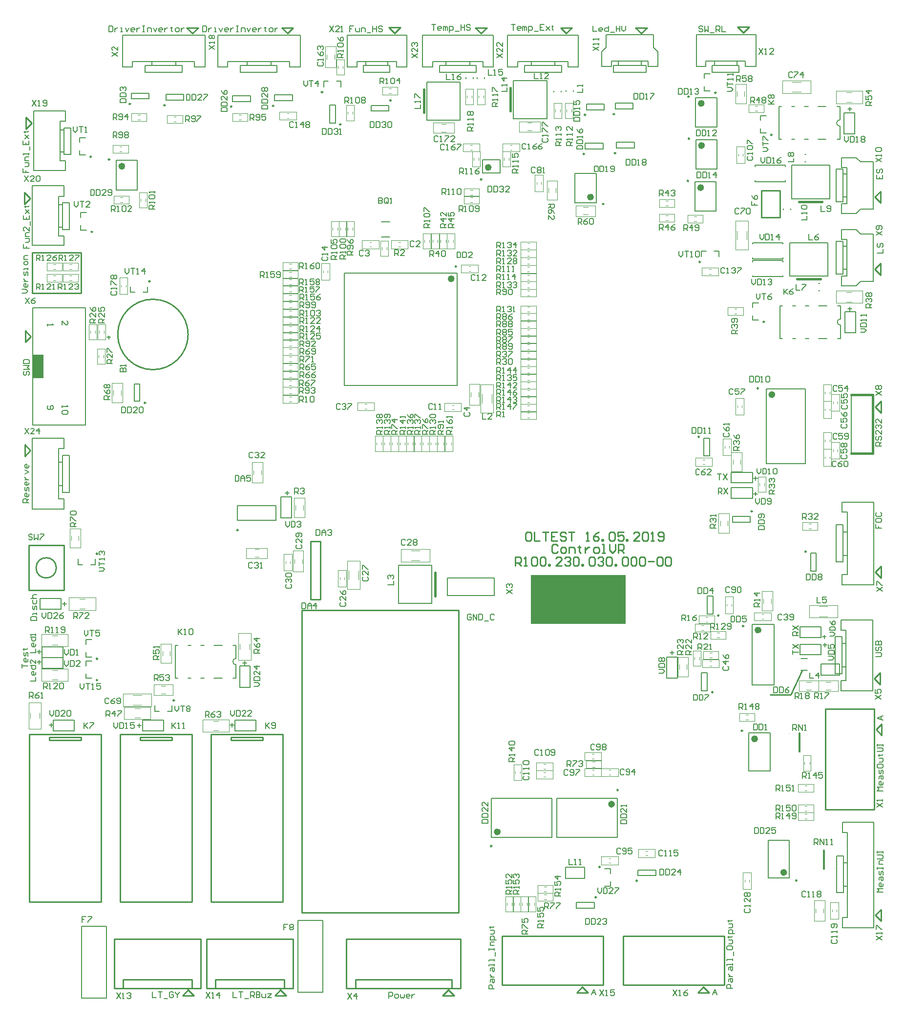
<source format=gto>
G04 Layer_Color=65535*
%FSLAX44Y44*%
%MOMM*%
G71*
G01*
G75*
%ADD60C,0.4000*%
%ADD99C,0.2500*%
%ADD100C,0.2540*%
%ADD101C,0.1000*%
%ADD102C,0.2000*%
%ADD103C,0.6000*%
%ADD104C,0.1998*%
%ADD105C,0.1270*%
%ADD106C,0.2032*%
%ADD107C,0.1524*%
%ADD108C,0.1500*%
%ADD109R,1.9000X4.1000*%
%ADD110R,16.5000X8.4500*%
D60*
X1443000Y1053249D02*
X1480000D01*
Y952249D02*
Y1053249D01*
X1443000Y952249D02*
X1480000D01*
X701750Y1542500D02*
Y1582500D01*
X851750Y1545000D02*
Y1585000D01*
X1352000Y1388000D02*
X1392000D01*
X1349000Y1254000D02*
X1389000D01*
X721000Y705000D02*
Y745000D01*
D99*
X219250Y1039500D02*
G03*
X219250Y1039500I-1250J0D01*
G01*
X441500Y1554250D02*
G03*
X441500Y1554250I-1250J0D01*
G01*
X136250Y778000D02*
G03*
X136250Y778000I-1250J0D01*
G01*
Y559000D02*
G03*
X136250Y559000I-1250J0D01*
G01*
X227250Y1250000D02*
G03*
X227250Y1250000I-1250J0D01*
G01*
X1208250Y1577000D02*
G03*
X1208250Y1577000I-1250J0D01*
G01*
X1181250Y1283750D02*
G03*
X1181250Y1283750I-1250J0D01*
G01*
X269250Y524000D02*
G03*
X269250Y524000I-1250J0D01*
G01*
X1305250Y1504000D02*
G03*
X1305250Y1504000I-1250J0D01*
G01*
X1292250Y1180000D02*
G03*
X1292250Y1180000I-1250J0D01*
G01*
X136250Y596000D02*
G03*
X136250Y596000I-1250J0D01*
G01*
X526500Y1578000D02*
G03*
X526500Y1578000I-1250J0D01*
G01*
X127250Y1336000D02*
G03*
X127250Y1336000I-1250J0D01*
G01*
X125250Y1466000D02*
G03*
X125250Y1466000I-1250J0D01*
G01*
X1007250Y235000D02*
G03*
X1007250Y235000I-1250J0D01*
G01*
X558250Y1522000D02*
G03*
X558250Y1522000I-1250J0D01*
G01*
X645000Y1563750D02*
G03*
X645000Y1563750I-1250J0D01*
G01*
X157250Y1461250D02*
G03*
X157250Y1461250I-1250J0D01*
G01*
X253250Y1555250D02*
G03*
X253250Y1555250I-1250J0D01*
G01*
X369000Y1553000D02*
G03*
X369000Y1553000I-1250J0D01*
G01*
X1348750Y211750D02*
G03*
X1348750Y211750I-1250J0D01*
G01*
X1071750Y211250D02*
G03*
X1071750Y211250I-1250J0D01*
G01*
X1000750Y182750D02*
G03*
X1000750Y182750I-1250J0D01*
G01*
X819550Y271500D02*
G03*
X819550Y271500I-1250J0D01*
G01*
X1038950Y368500D02*
G03*
X1038950Y368500I-1250J0D01*
G01*
X1013750Y1384250D02*
G03*
X1013750Y1384250I-1250J0D01*
G01*
X1034250Y1472250D02*
G03*
X1034250Y1472250I-1250J0D01*
G01*
X1032250Y1540000D02*
G03*
X1032250Y1540000I-1250J0D01*
G01*
X980250Y1470750D02*
G03*
X980250Y1470750I-1250J0D01*
G01*
X982250Y1538750D02*
G03*
X982250Y1538750I-1250J0D01*
G01*
X1281750Y1064650D02*
G03*
X1281750Y1064650I-1250J0D01*
G01*
X1271250Y851500D02*
G03*
X1271250Y851500I-1250J0D01*
G01*
X1364500Y781750D02*
G03*
X1364500Y781750I-1250J0D01*
G01*
X1203000Y538000D02*
G03*
X1203000Y538000I-1250J0D01*
G01*
X1256250Y652750D02*
G03*
X1256250Y652750I-1250J0D01*
G01*
X1213250Y671000D02*
G03*
X1213250Y671000I-1250J0D01*
G01*
X193250Y1557500D02*
G03*
X193250Y1557500I-1250J0D01*
G01*
X379750Y819000D02*
G03*
X379750Y819000I-1250J0D01*
G01*
X1254250Y471250D02*
G03*
X1254250Y471250I-1250J0D01*
G01*
X1160750Y1424250D02*
G03*
X1160750Y1424250I-1250J0D01*
G01*
X1162250Y1497250D02*
G03*
X1162250Y1497250I-1250J0D01*
G01*
X758350Y1276000D02*
G03*
X758350Y1276000I-1250J0D01*
G01*
X1161750Y1570250D02*
G03*
X1161750Y1570250I-1250J0D01*
G01*
X1179500Y980750D02*
G03*
X1179500Y980750I-1250J0D01*
G01*
X802250Y1426750D02*
G03*
X802250Y1426750I-1250J0D01*
G01*
X885286Y815492D02*
X880288D01*
X877789Y812993D01*
Y802996D01*
X880288Y800497D01*
X885286D01*
X887786Y802996D01*
Y812993D01*
X885286Y815492D01*
X892784D02*
Y800497D01*
X902781D01*
X907779Y815492D02*
X917776D01*
X912777D01*
Y800497D01*
X932771Y815492D02*
X922774D01*
Y800497D01*
X932771D01*
X922774Y807995D02*
X927773D01*
X947766Y812993D02*
X945267Y815492D01*
X940269D01*
X937769Y812993D01*
Y810494D01*
X940269Y807995D01*
X945267D01*
X947766Y805495D01*
Y802996D01*
X945267Y800497D01*
X940269D01*
X937769Y802996D01*
X952765Y815492D02*
X962761D01*
X957763D01*
Y800497D01*
X982755D02*
X987753D01*
X985254D01*
Y815492D01*
X982755Y812993D01*
X1005248Y815492D02*
X1000249Y812993D01*
X995251Y807995D01*
Y802996D01*
X997750Y800497D01*
X1002748D01*
X1005248Y802996D01*
Y805495D01*
X1002748Y807995D01*
X995251D01*
X1010246Y800497D02*
Y802996D01*
X1012745D01*
Y800497D01*
X1010246D01*
X1022742Y812993D02*
X1025241Y815492D01*
X1030239D01*
X1032739Y812993D01*
Y802996D01*
X1030239Y800497D01*
X1025241D01*
X1022742Y802996D01*
Y812993D01*
X1047734Y815492D02*
X1037737D01*
Y807995D01*
X1042736Y810494D01*
X1045235D01*
X1047734Y807995D01*
Y802996D01*
X1045235Y800497D01*
X1040236D01*
X1037737Y802996D01*
X1052732Y800497D02*
Y802996D01*
X1055231D01*
Y800497D01*
X1052732D01*
X1075225D02*
X1065228D01*
X1075225Y810494D01*
Y812993D01*
X1072726Y815492D01*
X1067727D01*
X1065228Y812993D01*
X1080223D02*
X1082722Y815492D01*
X1087721D01*
X1090220Y812993D01*
Y802996D01*
X1087721Y800497D01*
X1082722D01*
X1080223Y802996D01*
Y812993D01*
X1095219Y800497D02*
X1100217D01*
X1097718D01*
Y815492D01*
X1095219Y812993D01*
X1107714Y802996D02*
X1110214Y800497D01*
X1115212D01*
X1117711Y802996D01*
Y812993D01*
X1115212Y815492D01*
X1110214D01*
X1107714Y812993D01*
Y810494D01*
X1110214Y807995D01*
X1117711D01*
X860500Y757002D02*
Y771998D01*
X867998D01*
X870497Y769498D01*
Y764500D01*
X867998Y762001D01*
X860500D01*
X865498D02*
X870497Y757002D01*
X875495D02*
X880493D01*
X877994D01*
Y771998D01*
X875495Y769498D01*
X887991D02*
X890490Y771998D01*
X895489D01*
X897988Y769498D01*
Y759502D01*
X895489Y757002D01*
X890490D01*
X887991Y759502D01*
Y769498D01*
X902986D02*
X905485Y771998D01*
X910484D01*
X912983Y769498D01*
Y759502D01*
X910484Y757002D01*
X905485D01*
X902986Y759502D01*
Y769498D01*
X917981Y757002D02*
Y759502D01*
X920481D01*
Y757002D01*
X917981D01*
X940474D02*
X930477D01*
X940474Y766999D01*
Y769498D01*
X937975Y771998D01*
X932977D01*
X930477Y769498D01*
X945472D02*
X947972Y771998D01*
X952970D01*
X955469Y769498D01*
Y766999D01*
X952970Y764500D01*
X950471D01*
X952970D01*
X955469Y762001D01*
Y759502D01*
X952970Y757002D01*
X947972D01*
X945472Y759502D01*
X960468Y769498D02*
X962967Y771998D01*
X967965D01*
X970464Y769498D01*
Y759502D01*
X967965Y757002D01*
X962967D01*
X960468Y759502D01*
Y769498D01*
X975463Y757002D02*
Y759502D01*
X977962D01*
Y757002D01*
X975463D01*
X987959Y769498D02*
X990458Y771998D01*
X995456D01*
X997955Y769498D01*
Y759502D01*
X995456Y757002D01*
X990458D01*
X987959Y759502D01*
Y769498D01*
X1002954D02*
X1005453Y771998D01*
X1010451D01*
X1012951Y769498D01*
Y766999D01*
X1010451Y764500D01*
X1007952D01*
X1010451D01*
X1012951Y762001D01*
Y759502D01*
X1010451Y757002D01*
X1005453D01*
X1002954Y759502D01*
X1017949Y769498D02*
X1020448Y771998D01*
X1025447D01*
X1027946Y769498D01*
Y759502D01*
X1025447Y757002D01*
X1020448D01*
X1017949Y759502D01*
Y769498D01*
X1032944Y757002D02*
Y759502D01*
X1035443D01*
Y757002D01*
X1032944D01*
X1045440Y769498D02*
X1047939Y771998D01*
X1052938D01*
X1055437Y769498D01*
Y759502D01*
X1052938Y757002D01*
X1047939D01*
X1045440Y759502D01*
Y769498D01*
X1060435D02*
X1062934Y771998D01*
X1067933D01*
X1070432Y769498D01*
Y759502D01*
X1067933Y757002D01*
X1062934D01*
X1060435Y759502D01*
Y769498D01*
X1075430D02*
X1077930Y771998D01*
X1082928D01*
X1085427Y769498D01*
Y759502D01*
X1082928Y757002D01*
X1077930D01*
X1075430Y759502D01*
Y769498D01*
X1090426Y764500D02*
X1100422D01*
X1105421Y769498D02*
X1107920Y771998D01*
X1112918D01*
X1115417Y769498D01*
Y759502D01*
X1112918Y757002D01*
X1107920D01*
X1105421Y759502D01*
Y769498D01*
X1120416D02*
X1122915Y771998D01*
X1127913D01*
X1130413Y769498D01*
Y759502D01*
X1127913Y757002D01*
X1122915D01*
X1120416Y759502D01*
Y769498D01*
X933517Y791890D02*
X931018Y794389D01*
X926019D01*
X923520Y791890D01*
Y781893D01*
X926019Y779394D01*
X931018D01*
X933517Y781893D01*
X941015Y779394D02*
X946013D01*
X948512Y781893D01*
Y786892D01*
X946013Y789391D01*
X941015D01*
X938515Y786892D01*
Y781893D01*
X941015Y779394D01*
X953511D02*
Y789391D01*
X961008D01*
X963507Y786892D01*
Y779394D01*
X971005Y791890D02*
Y789391D01*
X968506D01*
X973504D01*
X971005D01*
Y781893D01*
X973504Y779394D01*
X981002Y789391D02*
Y779394D01*
Y784393D01*
X983501Y786892D01*
X986000Y789391D01*
X988499D01*
X998496Y779394D02*
X1003494D01*
X1005993Y781893D01*
Y786892D01*
X1003494Y789391D01*
X998496D01*
X995997Y786892D01*
Y781893D01*
X998496Y779394D01*
X1010992D02*
X1015990D01*
X1013491D01*
Y794389D01*
X1010992D01*
X1023488D02*
Y784393D01*
X1028486Y779394D01*
X1033485Y784393D01*
Y794389D01*
X1038483Y779394D02*
Y794389D01*
X1045981D01*
X1048480Y791890D01*
Y786892D01*
X1045981Y784393D01*
X1038483D01*
X1043481D02*
X1048480Y779394D01*
D100*
X64500Y753500D02*
G03*
X64500Y753500I-17500J0D01*
G01*
X293000Y1158000D02*
G03*
X293000Y1158000I-61000J0D01*
G01*
X9750Y966749D02*
X19750Y956749D01*
X9750Y946749D02*
Y966749D01*
Y946749D02*
X19750Y956749D01*
X800997Y1679750D02*
X810997Y1689750D01*
X790997D02*
X810997D01*
X790997D02*
X800997Y1679750D01*
X948498D02*
X958498Y1689750D01*
X938498D02*
X958498D01*
X938498D02*
X948498Y1679750D01*
X640747Y1690250D02*
X650747Y1680250D01*
X640747Y1690250D02*
X660747D01*
X650747Y1680250D02*
X660747Y1690250D01*
X9250Y1383998D02*
X19250Y1393998D01*
X9250Y1383998D02*
Y1403998D01*
X19250Y1393998D01*
X465249Y1679750D02*
X475249Y1689750D01*
X455249D02*
X475249D01*
X455249D02*
X465249Y1679750D01*
X340000Y25000D02*
Y40000D01*
X460000D01*
Y25000D02*
Y40000D01*
X325000Y25000D02*
X475000D01*
X325000D02*
Y110000D01*
X475000D01*
Y25000D02*
Y110000D01*
X443250Y12000D02*
X453250Y22000D01*
X443250Y12000D02*
X463250D01*
X453250Y22000D02*
X463250Y12000D01*
X180000Y25000D02*
Y40000D01*
X300000D01*
Y25000D02*
Y40000D01*
X165000Y25000D02*
X315000D01*
X165000D02*
Y110000D01*
X315000D01*
Y25000D02*
Y110000D01*
X283250Y12000D02*
X293250Y22000D01*
X283250Y12000D02*
X303250D01*
X293250Y22000D02*
X303250Y12000D01*
X1245721Y1690717D02*
X1255721Y1680717D01*
X1245721Y1690717D02*
X1265721D01*
X1255721Y1680717D02*
X1265721Y1690717D01*
X1068748Y1689750D02*
X1078748Y1679750D01*
X1068748Y1689750D02*
X1088748D01*
X1078748Y1679750D02*
X1088748Y1689750D01*
X1483250Y1396002D02*
X1493250Y1406002D01*
Y1386002D02*
Y1406002D01*
X1483250Y1396002D02*
X1493250Y1386002D01*
X1484500Y1032499D02*
X1494500Y1022499D01*
Y1042499D01*
X1484500Y1032499D02*
X1494500Y1042499D01*
X10550Y1144550D02*
X20550Y1154550D01*
X10550Y1144550D02*
Y1164550D01*
X20550Y1154550D01*
X1482250Y561752D02*
X1492250Y551752D01*
Y571752D01*
X1482250Y561752D02*
X1492250Y571752D01*
X1397500Y334250D02*
Y509250D01*
Y334250D02*
X1482500D01*
X1397500Y509250D02*
X1482500D01*
Y334250D02*
Y509250D01*
X1485500Y473250D02*
X1495500Y463250D01*
Y483250D01*
X1485500Y473250D02*
X1495500Y483250D01*
X16500Y793000D02*
X77500D01*
X16500Y715000D02*
Y793000D01*
Y715000D02*
X77500D01*
Y793000D01*
X422500Y455000D02*
Y460000D01*
X367500D02*
X422500D01*
X367500Y455000D02*
Y460000D01*
Y455000D02*
X422500D01*
X457500Y175000D02*
Y465000D01*
X332500Y175000D02*
X457500D01*
X332500D02*
Y465000D01*
X457500D01*
X107500Y455000D02*
Y460000D01*
X52500D02*
X107500D01*
X52500Y455000D02*
Y460000D01*
Y455000D02*
X107500D01*
X142500Y175000D02*
Y465000D01*
X17500Y175000D02*
X142500D01*
X17500D02*
Y465000D01*
X142500D01*
X265000Y455000D02*
Y460000D01*
X210000D02*
X265000D01*
X210000Y455000D02*
Y460000D01*
Y455000D02*
X265000D01*
X300000Y175000D02*
Y465000D01*
X175000Y175000D02*
X300000D01*
X175000D02*
Y465000D01*
X300000D01*
X762000Y156000D02*
Y680000D01*
X490000D02*
X762000D01*
X490000Y156000D02*
Y680000D01*
Y156000D02*
X762000D01*
X522500Y699100D02*
Y799850D01*
X505000Y699100D02*
X522500D01*
X505000D02*
Y799850D01*
X522500D01*
X1286800Y1361000D02*
Y1407000D01*
X1319200D01*
Y1361000D02*
Y1407000D01*
X1286800Y1361000D02*
X1319200D01*
X300248Y1679750D02*
X310248Y1689750D01*
X290248D02*
X310248D01*
X290248D02*
X300248Y1679750D01*
X22500Y1300000D02*
X107500D01*
Y1230000D02*
Y1300000D01*
X22500Y1230000D02*
X107500D01*
X22500D02*
Y1300000D01*
X11750Y1513998D02*
X21750Y1523998D01*
X11750Y1513998D02*
Y1533998D01*
X21750Y1523998D01*
X1484250Y746254D02*
X1494250Y736254D01*
Y756254D01*
X1484250Y746254D02*
X1494250Y756254D01*
X1483250Y1271002D02*
X1493250Y1281002D01*
Y1261002D02*
Y1281002D01*
X1483250Y1271002D02*
X1493250Y1261002D01*
X1484500Y151424D02*
X1494500Y161424D01*
Y141424D02*
Y161424D01*
X1484500Y151424D02*
X1494500Y141424D01*
X744250Y22500D02*
X754250Y12500D01*
X734250D02*
X754250D01*
X734250D02*
X744250Y22500D01*
X583000Y25000D02*
Y40000D01*
X750000D01*
Y25000D02*
Y40000D01*
X567250Y25000D02*
X765000D01*
X567250D02*
Y110000D01*
X765000D01*
Y25000D02*
Y110000D01*
X837500Y115500D02*
X1012500D01*
X837500Y30500D02*
Y115500D01*
X1012500Y30500D02*
Y115500D01*
X837500Y30500D02*
X1012500D01*
X966500Y17500D02*
X976500Y27500D01*
X966500Y17500D02*
X986500D01*
X976500Y27500D02*
X986500Y17500D01*
X1047500Y115500D02*
X1222500D01*
X1047500Y30500D02*
Y115500D01*
X1222500Y30500D02*
Y115500D01*
X1047500Y30500D02*
X1222500D01*
X1176500Y17500D02*
X1186500Y27500D01*
X1176500Y17500D02*
X1196500D01*
X1186500Y27500D02*
X1196500Y17500D01*
X1338000Y534000D02*
X1357000Y575000D01*
X1302000Y534000D02*
X1338000D01*
D101*
X1413280Y232760D02*
G03*
X1413280Y232760I-500J0D01*
G01*
X1352000Y596000D02*
G03*
X1352000Y596000I-500J0D01*
G01*
X1335720Y466240D02*
G03*
X1335720Y466240I-500J0D01*
G01*
X419750Y915500D02*
Y922500D01*
X406250Y915500D02*
Y922500D01*
X404000Y901000D02*
X422000D01*
Y937000D01*
X404000D02*
X422000D01*
X404000Y901000D02*
Y937000D01*
X197500Y515500D02*
X212500D01*
X197500Y532500D02*
X212500D01*
X229750Y513000D02*
Y535000D01*
X180250D02*
X229750D01*
X180250Y513000D02*
Y535000D01*
Y513000D02*
X229750D01*
X468000Y1271750D02*
X469000D01*
X471000D02*
X472000D01*
X468000Y1280250D02*
X472000D01*
X469000Y1271750D02*
X471000D01*
X483250Y1269250D02*
Y1282750D01*
X456750D02*
X483250D01*
X456750Y1269250D02*
Y1282750D01*
Y1269250D02*
X483250D01*
X468000Y1257750D02*
X469000D01*
X471000D02*
X472000D01*
X468000Y1266250D02*
X472000D01*
X469000Y1257750D02*
X471000D01*
X483250Y1255250D02*
Y1268750D01*
X456750D02*
X483250D01*
X456750Y1255250D02*
Y1268750D01*
Y1255250D02*
X483250D01*
X468000Y1244750D02*
X469000D01*
X471000D02*
X472000D01*
X468000Y1253250D02*
X472000D01*
X469000Y1244750D02*
X471000D01*
X483250Y1242250D02*
Y1255750D01*
X456750D02*
X483250D01*
X456750Y1242250D02*
Y1255750D01*
Y1242250D02*
X483250D01*
X468000Y1231750D02*
X469000D01*
X471000D02*
X472000D01*
X468000Y1240250D02*
X472000D01*
X469000Y1231750D02*
X471000D01*
X483250Y1229250D02*
Y1242750D01*
X456750D02*
X483250D01*
X456750Y1229250D02*
Y1242750D01*
Y1229250D02*
X483250D01*
X468000Y1217750D02*
X469000D01*
X471000D02*
X472000D01*
X468000Y1226250D02*
X472000D01*
X469000Y1217750D02*
X471000D01*
X483250Y1215250D02*
Y1228750D01*
X456750D02*
X483250D01*
X456750Y1215250D02*
Y1228750D01*
Y1215250D02*
X483250D01*
X1350750Y365250D02*
X1377250D01*
X1350750D02*
Y378750D01*
X1377250D01*
Y365250D02*
Y378750D01*
X1363000Y367750D02*
X1365000D01*
X1362000Y376250D02*
X1366000D01*
X1365000Y367750D02*
X1366000D01*
X1362000D02*
X1363000D01*
X1350750Y329250D02*
X1377250D01*
X1350750D02*
Y342750D01*
X1377250D01*
Y329250D02*
Y342750D01*
X1363000Y331750D02*
X1365000D01*
X1362000Y340250D02*
X1366000D01*
X1365000Y331750D02*
X1366000D01*
X1362000D02*
X1363000D01*
X1350750Y316250D02*
X1377250D01*
X1350750D02*
Y329750D01*
X1377250D01*
Y316250D02*
Y329750D01*
X1363000Y318750D02*
X1365000D01*
X1362000Y327250D02*
X1366000D01*
X1365000Y318750D02*
X1366000D01*
X1362000D02*
X1363000D01*
X75750Y1268750D02*
X102250D01*
X75750D02*
Y1282250D01*
X102250D01*
Y1268750D02*
Y1282250D01*
X88000Y1271250D02*
X90000D01*
X87000Y1279750D02*
X91000D01*
X90000Y1271250D02*
X91000D01*
X87000D02*
X88000D01*
X48000Y1268750D02*
X74500D01*
X48000D02*
Y1282250D01*
X74500D01*
Y1268750D02*
Y1282250D01*
X60250Y1271250D02*
X62250D01*
X59250Y1279750D02*
X63250D01*
X62250Y1271250D02*
X63250D01*
X59250D02*
X60250D01*
X456750Y1148250D02*
X483250D01*
X456750D02*
Y1161750D01*
X483250D01*
Y1148250D02*
Y1161750D01*
X469000Y1150750D02*
X471000D01*
X468000Y1159250D02*
X472000D01*
X471000Y1150750D02*
X472000D01*
X468000D02*
X469000D01*
X456750Y1161250D02*
X483250D01*
X456750D02*
Y1174750D01*
X483250D01*
Y1161250D02*
Y1174750D01*
X469000Y1163750D02*
X471000D01*
X468000Y1172250D02*
X472000D01*
X471000Y1163750D02*
X472000D01*
X468000D02*
X469000D01*
X76000Y1249250D02*
X102500D01*
X76000D02*
Y1262750D01*
X102500D01*
Y1249250D02*
Y1262750D01*
X88250Y1251750D02*
X90250D01*
X87250Y1260250D02*
X91250D01*
X90250Y1251750D02*
X91250D01*
X87250D02*
X88250D01*
X456750Y1175250D02*
X483250D01*
X456750D02*
Y1188750D01*
X483250D01*
Y1175250D02*
Y1188750D01*
X469000Y1177750D02*
X471000D01*
X468000Y1186250D02*
X472000D01*
X471000Y1177750D02*
X472000D01*
X468000D02*
X469000D01*
X48250Y1249250D02*
X74750D01*
X48250D02*
Y1262750D01*
X74750D01*
Y1249250D02*
Y1262750D01*
X60500Y1251750D02*
X62500D01*
X59500Y1260250D02*
X63500D01*
X62500Y1251750D02*
X63500D01*
X59500D02*
X60500D01*
X39000Y578750D02*
X85000D01*
Y557250D02*
Y578750D01*
X39000Y557250D02*
X85000D01*
X39000D02*
Y578750D01*
X57500Y559750D02*
X66500D01*
X57500Y576250D02*
X66500D01*
X39000Y638750D02*
X85000D01*
Y617250D02*
Y638750D01*
X39000Y617250D02*
X85000D01*
X39000D02*
Y638750D01*
X57500Y619750D02*
X66500D01*
X57500Y636250D02*
X66500D01*
X787500Y1556750D02*
Y1583250D01*
X774000Y1556750D02*
X787500D01*
X774000D02*
Y1583250D01*
X787500D01*
X785000Y1569000D02*
Y1571000D01*
X776500Y1568000D02*
Y1572000D01*
X785000Y1571000D02*
Y1572000D01*
Y1568000D02*
Y1569000D01*
X807500Y1556750D02*
Y1583250D01*
X794000Y1556750D02*
X807500D01*
X794000D02*
Y1583250D01*
X807500D01*
X805000Y1569000D02*
Y1571000D01*
X796500Y1568000D02*
Y1572000D01*
X805000Y1571000D02*
Y1572000D01*
Y1568000D02*
Y1569000D01*
X798750Y1448750D02*
Y1475250D01*
X785250Y1448750D02*
X798750D01*
X785250D02*
Y1475250D01*
X798750D01*
X796250Y1461000D02*
Y1463000D01*
X787750Y1460000D02*
Y1464000D01*
X796250Y1463000D02*
Y1464000D01*
Y1460000D02*
Y1461000D01*
X851750Y1448750D02*
Y1475250D01*
X838250Y1448750D02*
X851750D01*
X838250D02*
Y1475250D01*
X851750D01*
X849250Y1461000D02*
Y1463000D01*
X840750Y1460000D02*
Y1464000D01*
X849250Y1463000D02*
Y1464000D01*
Y1460000D02*
Y1461000D01*
X869750Y1250250D02*
X896250D01*
X869750D02*
Y1263750D01*
X896250D01*
Y1250250D02*
Y1263750D01*
X882000Y1252750D02*
X884000D01*
X881000Y1261250D02*
X885000D01*
X884000Y1252750D02*
X885000D01*
X881000D02*
X882000D01*
X940750Y1532750D02*
Y1559250D01*
X927250Y1532750D02*
X940750D01*
X927250D02*
Y1559250D01*
X940750D01*
X938250Y1545000D02*
Y1547000D01*
X929750Y1544000D02*
Y1548000D01*
X938250Y1547000D02*
Y1548000D01*
Y1544000D02*
Y1545000D01*
X959750Y1532750D02*
Y1559250D01*
X946250Y1532750D02*
X959750D01*
X946250D02*
Y1559250D01*
X959750D01*
X957250Y1545000D02*
Y1547000D01*
X948750Y1544000D02*
Y1548000D01*
X957250Y1547000D02*
Y1548000D01*
Y1544000D02*
Y1545000D01*
X869750Y1264250D02*
X896250D01*
X869750D02*
Y1277750D01*
X896250D01*
Y1264250D02*
Y1277750D01*
X882000Y1266750D02*
X884000D01*
X881000Y1275250D02*
X885000D01*
X884000Y1266750D02*
X885000D01*
X881000D02*
X882000D01*
X771250Y1397250D02*
X797750D01*
X771250D02*
Y1410750D01*
X797750D01*
Y1397250D02*
Y1410750D01*
X783500Y1399750D02*
X785500D01*
X782500Y1408250D02*
X786500D01*
X785500Y1399750D02*
X786500D01*
X782500D02*
X783500D01*
X771250Y1384250D02*
X797750D01*
X771250D02*
Y1397750D01*
X797750D01*
Y1384250D02*
Y1397750D01*
X783500Y1386750D02*
X785500D01*
X782500Y1395250D02*
X786500D01*
X785500Y1386750D02*
X786500D01*
X782500D02*
X783500D01*
X714000Y1306750D02*
Y1333250D01*
X700500Y1306750D02*
X714000D01*
X700500D02*
Y1333250D01*
X714000D01*
X711500Y1319000D02*
Y1321000D01*
X703000Y1318000D02*
Y1322000D01*
X711500Y1321000D02*
Y1322000D01*
Y1318000D02*
Y1319000D01*
X563750Y1607750D02*
Y1634250D01*
X550250Y1607750D02*
X563750D01*
X550250D02*
Y1634250D01*
X563750D01*
X561250Y1620000D02*
Y1622000D01*
X552750Y1619000D02*
Y1623000D01*
X561250Y1622000D02*
Y1623000D01*
Y1619000D02*
Y1620000D01*
X554750Y1327750D02*
Y1354250D01*
X541250Y1327750D02*
X554750D01*
X541250D02*
Y1354250D01*
X554750D01*
X552250Y1340000D02*
Y1342000D01*
X543750Y1339000D02*
Y1343000D01*
X552250Y1342000D02*
Y1343000D01*
Y1339000D02*
Y1340000D01*
X630000Y1586750D02*
X656500D01*
Y1573250D02*
Y1586750D01*
X630000Y1573250D02*
X656500D01*
X630000D02*
Y1586750D01*
X642250Y1584250D02*
X644250D01*
X641250Y1575750D02*
X645250D01*
X641250Y1584250D02*
X642250D01*
X644250D02*
X645250D01*
X456750Y1201750D02*
X483250D01*
Y1188250D02*
Y1201750D01*
X456750Y1188250D02*
X483250D01*
X456750D02*
Y1201750D01*
X469000Y1199250D02*
X471000D01*
X468000Y1190750D02*
X472000D01*
X468000Y1199250D02*
X469000D01*
X471000D02*
X472000D01*
X163750Y1397750D02*
X190250D01*
Y1384250D02*
Y1397750D01*
X163750Y1384250D02*
X190250D01*
X163750D02*
Y1397750D01*
X176000Y1395250D02*
X178000D01*
X175000Y1386750D02*
X179000D01*
X175000Y1395250D02*
X176000D01*
X178000D02*
X179000D01*
X221750Y1377750D02*
Y1404250D01*
X208250Y1377750D02*
X221750D01*
X208250D02*
Y1404250D01*
X221750D01*
X219250Y1390000D02*
Y1392000D01*
X210750Y1389000D02*
Y1393000D01*
X219250Y1392000D02*
Y1393000D01*
Y1389000D02*
Y1390000D01*
X567750Y1327750D02*
Y1354250D01*
X554250Y1327750D02*
X567750D01*
X554250D02*
Y1354250D01*
X567750D01*
X565250Y1340000D02*
Y1342000D01*
X556750Y1339000D02*
Y1343000D01*
X565250Y1342000D02*
Y1343000D01*
Y1339000D02*
Y1340000D01*
X456750Y1215750D02*
X483250D01*
Y1202250D02*
Y1215750D01*
X456750Y1202250D02*
X483250D01*
X456750D02*
Y1215750D01*
X469000Y1213250D02*
X471000D01*
X468000Y1204750D02*
X472000D01*
X468000Y1213250D02*
X469000D01*
X471000D02*
X472000D01*
X256750Y1524250D02*
X283250D01*
X256750D02*
Y1537750D01*
X283250D01*
Y1524250D02*
Y1537750D01*
X269000Y1526750D02*
X271000D01*
X268000Y1535250D02*
X272000D01*
X271000Y1526750D02*
X272000D01*
X268000D02*
X269000D01*
X567250Y1327750D02*
Y1354250D01*
X580750D01*
Y1327750D02*
Y1354250D01*
X567250Y1327750D02*
X580750D01*
X569750Y1340000D02*
Y1342000D01*
X578250Y1339000D02*
Y1343000D01*
X569750Y1339000D02*
Y1340000D01*
Y1342000D02*
Y1343000D01*
X370000Y1527500D02*
X396500D01*
X370000D02*
Y1541000D01*
X396500D01*
Y1527500D02*
Y1541000D01*
X382250Y1530000D02*
X384250D01*
X381250Y1538500D02*
X385250D01*
X384250Y1530000D02*
X385250D01*
X381250D02*
X382250D01*
X194750Y1527250D02*
X221250D01*
X194750D02*
Y1540750D01*
X221250D01*
Y1527250D02*
Y1540750D01*
X207000Y1529750D02*
X209000D01*
X206000Y1538250D02*
X210000D01*
X209000Y1529750D02*
X210000D01*
X206000D02*
X207000D01*
X456750Y1053250D02*
X483250D01*
X456750D02*
Y1066750D01*
X483250D01*
Y1053250D02*
Y1066750D01*
X469000Y1055750D02*
X471000D01*
X468000Y1064250D02*
X472000D01*
X471000Y1055750D02*
X472000D01*
X468000D02*
X469000D01*
X456750Y1135250D02*
X483250D01*
X456750D02*
Y1148750D01*
X483250D01*
Y1135250D02*
Y1148750D01*
X469000Y1137750D02*
X471000D01*
X468000Y1146250D02*
X472000D01*
X471000Y1137750D02*
X472000D01*
X468000D02*
X469000D01*
X869750Y1223250D02*
X896250D01*
X869750D02*
Y1236750D01*
X896250D01*
Y1223250D02*
Y1236750D01*
X882000Y1225750D02*
X884000D01*
X881000Y1234250D02*
X885000D01*
X884000Y1225750D02*
X885000D01*
X881000D02*
X882000D01*
X869750Y1129500D02*
X896250D01*
X869750D02*
Y1143000D01*
X896250D01*
Y1129500D02*
Y1143000D01*
X882000Y1132000D02*
X884000D01*
X881000Y1140500D02*
X885000D01*
X884000Y1132000D02*
X885000D01*
X881000D02*
X882000D01*
X869750Y1168500D02*
X896250D01*
X869750D02*
Y1182000D01*
X896250D01*
Y1168500D02*
Y1182000D01*
X882000Y1171000D02*
X884000D01*
X881000Y1179500D02*
X885000D01*
X884000Y1171000D02*
X885000D01*
X881000D02*
X882000D01*
X869750Y1142500D02*
X896250D01*
X869750D02*
Y1156000D01*
X896250D01*
Y1142500D02*
Y1156000D01*
X882000Y1145000D02*
X884000D01*
X881000Y1153500D02*
X885000D01*
X884000Y1145000D02*
X885000D01*
X881000D02*
X882000D01*
X869750Y1181500D02*
X896250D01*
X869750D02*
Y1195000D01*
X896250D01*
Y1181500D02*
Y1195000D01*
X882000Y1184000D02*
X884000D01*
X881000Y1192500D02*
X885000D01*
X884000Y1184000D02*
X885000D01*
X881000D02*
X882000D01*
X869750Y1155500D02*
X896250D01*
X869750D02*
Y1169000D01*
X896250D01*
Y1155500D02*
Y1169000D01*
X882000Y1158000D02*
X884000D01*
X881000Y1166500D02*
X885000D01*
X884000Y1158000D02*
X885000D01*
X881000D02*
X882000D01*
X898750Y189750D02*
X925250D01*
Y176250D02*
Y189750D01*
X898750Y176250D02*
X925250D01*
X898750D02*
Y189750D01*
X911000Y187250D02*
X913000D01*
X910000Y178750D02*
X914000D01*
X910000Y187250D02*
X911000D01*
X913000D02*
X914000D01*
X882750Y157750D02*
Y184250D01*
X869250Y157750D02*
X882750D01*
X869250D02*
Y184250D01*
X882750D01*
X880250Y170000D02*
Y172000D01*
X871750Y169000D02*
Y173000D01*
X880250Y172000D02*
Y173000D01*
Y169000D02*
Y170000D01*
X657750Y955500D02*
Y982000D01*
X644250Y955500D02*
X657750D01*
X644250D02*
Y982000D01*
X657750D01*
X655250Y967750D02*
Y969750D01*
X646750Y966750D02*
Y970750D01*
X655250Y969750D02*
Y970750D01*
Y966750D02*
Y967750D01*
X982750Y406250D02*
X1009250D01*
X982750D02*
Y419750D01*
X1009250D01*
Y406250D02*
Y419750D01*
X995000Y408750D02*
X997000D01*
X994000Y417250D02*
X998000D01*
X997000Y408750D02*
X998000D01*
X994000D02*
X995000D01*
X86500Y701750D02*
X132500D01*
Y680250D02*
Y701750D01*
X86500Y680250D02*
X132500D01*
X86500D02*
Y701750D01*
X105000Y682750D02*
X114000D01*
X105000Y699250D02*
X114000D01*
X456750Y1121750D02*
X483250D01*
Y1108250D02*
Y1121750D01*
X456750Y1108250D02*
X483250D01*
X456750D02*
Y1121750D01*
X469000Y1119250D02*
X471000D01*
X468000Y1110750D02*
X472000D01*
X468000Y1119250D02*
X469000D01*
X471000D02*
X472000D01*
X90500Y801000D02*
Y809000D01*
X103500Y801000D02*
Y809000D01*
X87750Y821750D02*
X106250D01*
X87750Y788250D02*
Y821750D01*
Y788250D02*
X106250D01*
Y821750D01*
X456750Y1135750D02*
X483250D01*
Y1122250D02*
Y1135750D01*
X456750Y1122250D02*
X483250D01*
X456750D02*
Y1135750D01*
X469000Y1133250D02*
X471000D01*
X468000Y1124750D02*
X472000D01*
X468000Y1133250D02*
X469000D01*
X471000D02*
X472000D01*
X179250Y1040250D02*
Y1073750D01*
X160750Y1040250D02*
X179250D01*
X160750D02*
Y1073750D01*
X179250D01*
X176500Y1053000D02*
Y1061000D01*
X163500Y1053000D02*
Y1061000D01*
X456750Y1080750D02*
X483250D01*
Y1067250D02*
Y1080750D01*
X456750Y1067250D02*
X483250D01*
X456750D02*
Y1080750D01*
X469000Y1078250D02*
X471000D01*
X468000Y1069750D02*
X472000D01*
X468000Y1078250D02*
X469000D01*
X471000D02*
X472000D01*
X456750Y1094750D02*
X483250D01*
Y1081250D02*
Y1094750D01*
X456750Y1081250D02*
X483250D01*
X456750D02*
Y1094750D01*
X469000Y1092250D02*
X471000D01*
X468000Y1083750D02*
X472000D01*
X468000Y1092250D02*
X469000D01*
X471000D02*
X472000D01*
X456750Y1107750D02*
X483250D01*
Y1094250D02*
Y1107750D01*
X456750Y1094250D02*
X483250D01*
X456750D02*
Y1107750D01*
X469000Y1105250D02*
X471000D01*
X468000Y1096750D02*
X472000D01*
X468000Y1105250D02*
X469000D01*
X471000D02*
X472000D01*
X401750Y594000D02*
Y640000D01*
X380250Y594000D02*
X401750D01*
X380250D02*
Y640000D01*
X401750D01*
X382750Y612500D02*
Y621500D01*
X399250Y612500D02*
Y621500D01*
X16750Y474500D02*
Y520500D01*
X38250D01*
Y474500D02*
Y520500D01*
X16750Y474500D02*
X38250D01*
X35750Y493000D02*
Y502000D01*
X19250Y493000D02*
Y502000D01*
X978000Y1378500D02*
X986000D01*
X978000Y1365500D02*
X986000D01*
X998750Y1362750D02*
Y1381250D01*
X965250D02*
X998750D01*
X965250Y1362750D02*
Y1381250D01*
Y1362750D02*
X998750D01*
X1416000Y1579750D02*
X1462000D01*
Y1558250D02*
Y1579750D01*
X1416000Y1558250D02*
X1462000D01*
X1416000D02*
Y1579750D01*
X1434500Y1560750D02*
X1443500D01*
X1434500Y1577250D02*
X1443500D01*
X233250Y551250D02*
X266750D01*
Y532750D02*
Y551250D01*
X233250Y532750D02*
X266750D01*
X233250D02*
Y551250D01*
X246000Y548500D02*
X254000D01*
X246000Y535500D02*
X254000D01*
X1158750Y1351250D02*
X1185250D01*
X1158750D02*
Y1364750D01*
X1185250D01*
Y1351250D02*
Y1364750D01*
X1171000Y1353750D02*
X1173000D01*
X1170000Y1362250D02*
X1174000D01*
X1173000Y1353750D02*
X1174000D01*
X1170000D02*
X1171000D01*
X1264750Y1543250D02*
X1291250D01*
X1264750D02*
Y1556750D01*
X1291250D01*
Y1543250D02*
Y1556750D01*
X1277000Y1545750D02*
X1279000D01*
X1276000Y1554250D02*
X1280000D01*
X1279000Y1545750D02*
X1280000D01*
X1276000D02*
X1277000D01*
X182000Y512750D02*
X228000D01*
Y491250D02*
Y512750D01*
X182000Y491250D02*
X228000D01*
X182000D02*
Y512750D01*
X200500Y493750D02*
X209500D01*
X200500Y510250D02*
X209500D01*
X1109750Y1353250D02*
X1136250D01*
X1109750D02*
Y1366750D01*
X1136250D01*
Y1353250D02*
Y1366750D01*
X1122000Y1355750D02*
X1124000D01*
X1121000Y1364250D02*
X1125000D01*
X1124000Y1355750D02*
X1125000D01*
X1121000D02*
X1122000D01*
X755000Y1306750D02*
Y1333250D01*
X741500Y1306750D02*
X755000D01*
X741500D02*
Y1333250D01*
X755000D01*
X752500Y1319000D02*
Y1321000D01*
X744000Y1318000D02*
Y1322000D01*
X752500Y1321000D02*
Y1322000D01*
Y1318000D02*
Y1319000D01*
X1109750Y1378250D02*
X1136250D01*
X1109750D02*
Y1391750D01*
X1136250D01*
Y1378250D02*
Y1391750D01*
X1122000Y1380750D02*
X1124000D01*
X1121000Y1389250D02*
X1125000D01*
X1124000Y1380750D02*
X1125000D01*
X1121000D02*
X1122000D01*
X742000Y1306750D02*
Y1333250D01*
X728500Y1306750D02*
X742000D01*
X728500D02*
Y1333250D01*
X742000D01*
X739500Y1319000D02*
Y1321000D01*
X731000Y1318000D02*
Y1322000D01*
X739500Y1321000D02*
Y1322000D01*
Y1318000D02*
Y1319000D01*
X728000Y1306750D02*
Y1333250D01*
X714500Y1306750D02*
X728000D01*
X714500D02*
Y1333250D01*
X728000D01*
X725500Y1319000D02*
Y1321000D01*
X717000Y1318000D02*
Y1322000D01*
X725500Y1321000D02*
Y1322000D01*
Y1318000D02*
Y1319000D01*
X1228750Y1191250D02*
X1255250D01*
X1228750D02*
Y1204750D01*
X1255250D01*
Y1191250D02*
Y1204750D01*
X1241000Y1193750D02*
X1243000D01*
X1240000Y1202250D02*
X1244000D01*
X1243000Y1193750D02*
X1244000D01*
X1240000D02*
X1241000D01*
X1416000Y1233750D02*
X1462000D01*
Y1212250D02*
Y1233750D01*
X1416000Y1212250D02*
X1462000D01*
X1416000D02*
Y1233750D01*
X1434500Y1214750D02*
X1443500D01*
X1434500Y1231250D02*
X1443500D01*
X869750Y1115500D02*
X896250D01*
X869750D02*
Y1129000D01*
X896250D01*
Y1115500D02*
Y1129000D01*
X882000Y1118000D02*
X884000D01*
X881000Y1126500D02*
X885000D01*
X884000Y1118000D02*
X885000D01*
X881000D02*
X882000D01*
X1234750Y920250D02*
Y953750D01*
X1253250D01*
Y920250D02*
Y953750D01*
X1234750Y920250D02*
X1253250D01*
X1237500Y933000D02*
Y941000D01*
X1250500Y933000D02*
Y941000D01*
X1294750Y884750D02*
Y911250D01*
X1281250Y884750D02*
X1294750D01*
X1281250D02*
Y911250D01*
X1294750D01*
X1292250Y897000D02*
Y899000D01*
X1283750Y896000D02*
Y900000D01*
X1292250Y899000D02*
Y900000D01*
Y896000D02*
Y897000D01*
X1228500Y827000D02*
Y835000D01*
X1215500Y827000D02*
Y835000D01*
X1212750Y814250D02*
X1231250D01*
Y847750D01*
X1212750D02*
X1231250D01*
X1212750Y814250D02*
Y847750D01*
X869750Y1102500D02*
X896250D01*
X869750D02*
Y1116000D01*
X896250D01*
Y1102500D02*
Y1116000D01*
X882000Y1105000D02*
X884000D01*
X881000Y1113500D02*
X885000D01*
X884000Y1105000D02*
X885000D01*
X881000D02*
X882000D01*
X135250Y1106750D02*
Y1133250D01*
X148750D01*
Y1106750D02*
Y1133250D01*
X135250Y1106750D02*
X148750D01*
X137750Y1119000D02*
Y1121000D01*
X146250Y1118000D02*
Y1122000D01*
X137750Y1118000D02*
Y1119000D01*
Y1121000D02*
Y1122000D01*
X121250Y1148750D02*
Y1175250D01*
X134750D01*
Y1148750D02*
Y1175250D01*
X121250Y1148750D02*
X134750D01*
X123750Y1161000D02*
Y1163000D01*
X132250Y1160000D02*
Y1164000D01*
X123750Y1160000D02*
Y1161000D01*
Y1163000D02*
Y1164000D01*
X136250Y1148750D02*
Y1175250D01*
X149750D01*
Y1148750D02*
Y1175250D01*
X136250Y1148750D02*
X149750D01*
X138750Y1161000D02*
Y1163000D01*
X147250Y1160000D02*
Y1164000D01*
X138750Y1160000D02*
Y1161000D01*
Y1163000D02*
Y1164000D01*
X1157500Y578000D02*
Y586000D01*
X1144500Y578000D02*
Y586000D01*
X1141750Y565250D02*
X1160250D01*
Y598750D01*
X1141750D02*
X1160250D01*
X1141750Y565250D02*
Y598750D01*
X1181750Y583750D02*
Y610250D01*
X1168250Y583750D02*
X1181750D01*
X1168250D02*
Y610250D01*
X1181750D01*
X1179250Y596000D02*
Y598000D01*
X1170750Y595000D02*
Y599000D01*
X1179250Y598000D02*
Y599000D01*
Y595000D02*
Y596000D01*
X1185750Y608750D02*
X1212250D01*
Y595250D02*
Y608750D01*
X1185750Y595250D02*
X1212250D01*
X1185750D02*
Y608750D01*
X1198000Y606250D02*
X1200000D01*
X1197000Y597750D02*
X1201000D01*
X1197000Y606250D02*
X1198000D01*
X1200000D02*
X1201000D01*
X1352250Y558250D02*
X1385750D01*
Y539750D02*
Y558250D01*
X1352250Y539750D02*
X1385750D01*
X1352250D02*
Y558250D01*
X1365000Y555500D02*
X1373000D01*
X1365000Y542500D02*
X1373000D01*
X1399000D02*
X1407000D01*
X1399000Y555500D02*
X1407000D01*
X1386250Y539750D02*
Y558250D01*
Y539750D02*
X1419750D01*
Y558250D01*
X1386250D02*
X1419750D01*
X1178750Y657250D02*
X1205250D01*
X1178750D02*
Y670750D01*
X1205250D01*
Y657250D02*
Y670750D01*
X1191000Y659750D02*
X1193000D01*
X1190000Y668250D02*
X1194000D01*
X1193000Y659750D02*
X1194000D01*
X1190000D02*
X1191000D01*
X1171750Y643250D02*
X1198250D01*
X1171750D02*
Y656750D01*
X1198250D01*
Y643250D02*
Y656750D01*
X1184000Y645750D02*
X1186000D01*
X1183000Y654250D02*
X1187000D01*
X1186000Y645750D02*
X1187000D01*
X1183000D02*
X1184000D01*
X456750Y1052750D02*
X483250D01*
Y1039250D02*
Y1052750D01*
X456750Y1039250D02*
X483250D01*
X456750D02*
Y1052750D01*
X469000Y1050250D02*
X471000D01*
X468000Y1041750D02*
X472000D01*
X468000Y1050250D02*
X469000D01*
X471000D02*
X472000D01*
X495250Y841250D02*
Y874750D01*
X476750Y841250D02*
X495250D01*
X476750D02*
Y874750D01*
X495250D01*
X492500Y854000D02*
Y862000D01*
X479500Y854000D02*
Y862000D01*
X626750Y1293750D02*
Y1320250D01*
X640250D01*
Y1293750D02*
Y1320250D01*
X626750Y1293750D02*
X640250D01*
X629250Y1306000D02*
Y1308000D01*
X637750Y1305000D02*
Y1309000D01*
X629250Y1305000D02*
Y1306000D01*
Y1308000D02*
Y1309000D01*
X869750Y1024750D02*
X896250D01*
Y1011250D02*
Y1024750D01*
X869750Y1011250D02*
X896250D01*
X869750D02*
Y1024750D01*
X882000Y1022250D02*
X884000D01*
X881000Y1013750D02*
X885000D01*
X881000Y1022250D02*
X882000D01*
X884000D02*
X885000D01*
X800000D02*
Y1071500D01*
X821750D01*
Y1022250D02*
Y1071500D01*
X800000Y1022250D02*
X821750D01*
X819500Y1039500D02*
Y1054500D01*
X802500Y1039500D02*
Y1054500D01*
X185000Y1240500D02*
Y1243500D01*
X177000Y1240500D02*
Y1243500D01*
X174000Y1256500D02*
X188000D01*
X174000Y1227500D02*
Y1256500D01*
Y1227500D02*
X188000D01*
Y1256500D01*
X881500Y1511250D02*
X888500D01*
X881500Y1524750D02*
X888500D01*
X867000Y1509000D02*
Y1527000D01*
Y1509000D02*
X903000D01*
Y1527000D01*
X867000D02*
X903000D01*
X732500Y1509250D02*
X739500D01*
X732500Y1522750D02*
X739500D01*
X718000Y1507000D02*
Y1525000D01*
Y1507000D02*
X754000D01*
Y1525000D01*
X718000D02*
X754000D01*
X782500Y1478000D02*
X785500D01*
X782500Y1486000D02*
X785500D01*
X798500Y1475000D02*
Y1489000D01*
X769500D02*
X798500D01*
X769500Y1475000D02*
Y1489000D01*
Y1475000D02*
X798500D01*
X851500Y1486000D02*
X854500D01*
X851500Y1478000D02*
X854500D01*
X838500Y1475000D02*
Y1489000D01*
Y1475000D02*
X867500D01*
Y1489000D01*
X838500D02*
X867500D01*
X546750Y1635500D02*
Y1642500D01*
X533250Y1635500D02*
Y1642500D01*
X531000Y1621000D02*
X549000D01*
Y1657000D01*
X531000D02*
X549000D01*
X531000Y1621000D02*
Y1657000D01*
X464500Y1533000D02*
X467500D01*
X464500Y1541000D02*
X467500D01*
X480500Y1530000D02*
Y1544000D01*
X451500D02*
X480500D01*
X451500Y1530000D02*
Y1544000D01*
Y1530000D02*
X480500D01*
X1266000Y209500D02*
Y212500D01*
X1258000Y209500D02*
Y212500D01*
X1255000Y225500D02*
X1269000D01*
X1255000Y196500D02*
Y225500D01*
Y196500D02*
X1269000D01*
Y225500D01*
X1409500Y157750D02*
Y160750D01*
X1417500Y157750D02*
Y160750D01*
X1406500Y144750D02*
X1420500D01*
Y173750D01*
X1406500D02*
X1420500D01*
X1406500Y144750D02*
Y173750D01*
X1394250Y155750D02*
Y162750D01*
X1380750Y155750D02*
Y162750D01*
X1378500Y141250D02*
X1396500D01*
Y177250D01*
X1378500D02*
X1396500D01*
X1378500Y141250D02*
Y177250D01*
X1086500Y255000D02*
X1089500D01*
X1086500Y263000D02*
X1089500D01*
X1102500Y252000D02*
Y266000D01*
X1073500D02*
X1102500D01*
X1073500Y252000D02*
Y266000D01*
Y252000D02*
X1102500D01*
X909500Y391000D02*
X912500D01*
X909500Y399000D02*
X912500D01*
X925500Y388000D02*
Y402000D01*
X896500D02*
X925500D01*
X896500Y388000D02*
Y402000D01*
Y388000D02*
X925500D01*
X909500Y405000D02*
X912500D01*
X909500Y413000D02*
X912500D01*
X925500Y402000D02*
Y416000D01*
X896500D02*
X925500D01*
X896500Y402000D02*
Y416000D01*
Y402000D02*
X925500D01*
X1255000Y1467500D02*
Y1470500D01*
X1247000Y1467500D02*
Y1470500D01*
X1244000Y1483500D02*
X1258000D01*
X1244000Y1454500D02*
Y1483500D01*
Y1454500D02*
X1258000D01*
Y1483500D01*
X993250Y423000D02*
X996250D01*
X993250Y431000D02*
X996250D01*
X1009250Y420000D02*
Y434000D01*
X980250D02*
X1009250D01*
X980250Y420000D02*
Y434000D01*
Y420000D02*
X1009250D01*
X993500Y395000D02*
X996500D01*
X993500Y403000D02*
X996500D01*
X1009500Y392000D02*
Y406000D01*
X980500D02*
X1009500D01*
X980500Y392000D02*
Y406000D01*
Y392000D02*
X1009500D01*
X1022500Y250000D02*
X1025500D01*
X1022500Y242000D02*
X1025500D01*
X1009500Y239000D02*
Y253000D01*
Y239000D02*
X1038500D01*
Y253000D01*
X1009500D02*
X1038500D01*
X1022500Y395000D02*
X1025500D01*
X1022500Y403000D02*
X1025500D01*
X1038500Y392000D02*
Y406000D01*
X1009500D02*
X1038500D01*
X1009500Y392000D02*
Y406000D01*
Y392000D02*
X1038500D01*
X905000Y1418500D02*
Y1421500D01*
X897000Y1418500D02*
Y1421500D01*
X894000Y1434500D02*
X908000D01*
X894000Y1405500D02*
Y1434500D01*
Y1405500D02*
X908000D01*
Y1434500D01*
X1340500Y1578500D02*
X1355500D01*
X1340500Y1595500D02*
X1355500D01*
X1372750Y1576000D02*
Y1598000D01*
X1323250D02*
X1372750D01*
X1323250Y1576000D02*
Y1598000D01*
Y1576000D02*
X1372750D01*
X1244500Y1322500D02*
Y1337500D01*
X1261500Y1322500D02*
Y1337500D01*
X1242000Y1305250D02*
X1264000D01*
Y1354750D01*
X1242000D02*
X1264000D01*
X1242000Y1305250D02*
Y1354750D01*
X1185500Y941000D02*
X1188500D01*
X1185500Y933000D02*
X1188500D01*
X1172500Y930000D02*
Y944000D01*
Y930000D02*
X1201500D01*
Y944000D01*
X1172500D02*
X1201500D01*
X1231000Y961500D02*
Y964500D01*
X1223000Y961500D02*
Y964500D01*
X1220000Y977500D02*
X1234000D01*
X1220000Y948500D02*
Y977500D01*
Y948500D02*
X1234000D01*
Y977500D01*
X1397000Y943250D02*
Y946250D01*
X1405000Y943250D02*
Y946250D01*
X1394000Y930250D02*
X1408000D01*
Y959250D01*
X1394000D02*
X1408000D01*
X1394000Y930250D02*
Y959250D01*
X1397000Y972250D02*
Y975250D01*
X1405000Y972250D02*
Y975250D01*
X1394000Y959250D02*
X1408000D01*
Y988250D01*
X1394000D02*
X1408000D01*
X1394000Y959250D02*
Y988250D01*
X1411000Y955250D02*
Y958250D01*
X1419000Y955250D02*
Y958250D01*
X1408000Y942250D02*
X1422000D01*
Y971250D01*
X1408000D02*
X1422000D01*
X1408000Y942250D02*
Y971250D01*
X1245000Y1031500D02*
Y1034500D01*
X1253000Y1031500D02*
Y1034500D01*
X1242000Y1018500D02*
X1256000D01*
Y1047500D01*
X1242000D02*
X1256000D01*
X1242000Y1018500D02*
Y1047500D01*
X1397000Y1026250D02*
Y1029250D01*
X1405000Y1026250D02*
Y1029250D01*
X1394000Y1013250D02*
X1408000D01*
Y1042250D01*
X1394000D02*
X1408000D01*
X1394000Y1013250D02*
Y1042250D01*
X1411000Y1038250D02*
Y1041250D01*
X1419000Y1038250D02*
Y1041250D01*
X1408000Y1025250D02*
X1422000D01*
Y1054250D01*
X1408000D02*
X1422000D01*
X1408000Y1025250D02*
Y1054250D01*
X1397000Y1055250D02*
Y1058250D01*
X1405000Y1055250D02*
Y1058250D01*
X1394000Y1042250D02*
X1408000D01*
Y1071250D01*
X1394000D02*
X1408000D01*
X1394000Y1042250D02*
Y1071250D01*
X1197500Y584000D02*
X1200500D01*
X1197500Y592000D02*
X1200500D01*
X1213500Y581000D02*
Y595000D01*
X1184500D02*
X1213500D01*
X1184500Y581000D02*
Y595000D01*
Y581000D02*
X1213500D01*
X1287500Y673000D02*
X1290500D01*
X1287500Y665000D02*
X1290500D01*
X1274500Y662000D02*
Y676000D01*
Y662000D02*
X1303500D01*
Y676000D01*
X1274500D02*
X1303500D01*
X599500Y1029000D02*
X602500D01*
X599500Y1037000D02*
X602500D01*
X615500Y1026000D02*
Y1040000D01*
X586500D02*
X615500D01*
X586500Y1026000D02*
Y1040000D01*
Y1026000D02*
X615500D01*
X462000Y761500D02*
Y764500D01*
X470000Y761500D02*
Y764500D01*
X459000Y748500D02*
X473000D01*
Y777500D01*
X459000D02*
X473000D01*
X459000Y748500D02*
Y777500D01*
X477250Y761500D02*
Y768500D01*
X490750Y761500D02*
Y768500D01*
X475000Y783000D02*
X493000D01*
X475000Y747000D02*
Y783000D01*
Y747000D02*
X493000D01*
Y783000D01*
X679500Y766500D02*
X694500D01*
X679500Y783500D02*
X694500D01*
X711750Y764000D02*
Y786000D01*
X662250D02*
X711750D01*
X662250Y764000D02*
Y786000D01*
Y764000D02*
X711750D01*
X588500Y733500D02*
Y748500D01*
X571500Y733500D02*
Y748500D01*
X569000Y765750D02*
X591000D01*
X569000Y716250D02*
Y765750D01*
Y716250D02*
X591000D01*
Y765750D01*
X564000Y733500D02*
Y736500D01*
X556000Y733500D02*
Y736500D01*
X553000Y749500D02*
X567000D01*
X553000Y720500D02*
Y749500D01*
Y720500D02*
X567000D01*
Y749500D01*
X527000Y1265500D02*
Y1268500D01*
X535000Y1265500D02*
Y1268500D01*
X524000Y1252500D02*
X538000D01*
Y1281500D01*
X524000D02*
X538000D01*
X524000Y1252500D02*
Y1281500D01*
X779500Y1268000D02*
X782500D01*
X779500Y1276000D02*
X782500D01*
X795500Y1265000D02*
Y1279000D01*
X766500D02*
X795500D01*
X766500Y1265000D02*
Y1279000D01*
Y1265000D02*
X795500D01*
X750500Y1028000D02*
X753500D01*
X750500Y1036000D02*
X753500D01*
X766500Y1025000D02*
Y1039000D01*
X737500D02*
X766500D01*
X737500Y1025000D02*
Y1039000D01*
Y1025000D02*
X766500D01*
X796250Y1050500D02*
Y1057500D01*
X782750Y1050500D02*
Y1057500D01*
X780500Y1036000D02*
X798500D01*
Y1072000D01*
X780500D02*
X798500D01*
X780500Y1036000D02*
Y1072000D01*
X607500Y1310000D02*
X610500D01*
X607500Y1318000D02*
X610500D01*
X623500Y1307000D02*
Y1321000D01*
X594500D02*
X623500D01*
X594500Y1307000D02*
Y1321000D01*
Y1307000D02*
X623500D01*
X658000Y1318000D02*
X661000D01*
X658000Y1310000D02*
X661000D01*
X645000Y1307000D02*
Y1321000D01*
Y1307000D02*
X674000D01*
Y1321000D01*
X645000D02*
X674000D01*
X1224000Y674500D02*
Y703500D01*
X1238000D01*
Y674500D02*
Y703500D01*
X1224000Y674500D02*
X1238000D01*
X1235000Y687500D02*
Y690500D01*
X1227000Y687500D02*
Y690500D01*
X726750Y969750D02*
Y970750D01*
Y966750D02*
Y967750D01*
X735250Y966750D02*
Y970750D01*
X726750Y967750D02*
Y969750D01*
X724250Y955500D02*
X737750D01*
Y982000D01*
X724250D02*
X737750D01*
X724250Y955500D02*
Y982000D01*
X881000Y1280750D02*
X882000D01*
X884000D02*
X885000D01*
X881000Y1289250D02*
X885000D01*
X882000Y1280750D02*
X884000D01*
X896250Y1278250D02*
Y1291750D01*
X869750D02*
X896250D01*
X869750Y1278250D02*
Y1291750D01*
Y1278250D02*
X896250D01*
X1210000Y632750D02*
X1211000D01*
X1213000D02*
X1214000D01*
X1210000Y641250D02*
X1214000D01*
X1211000Y632750D02*
X1213000D01*
X1225250Y630250D02*
Y643750D01*
X1198750D02*
X1225250D01*
X1198750Y630250D02*
Y643750D01*
Y630250D02*
X1225250D01*
X713250Y969750D02*
Y970750D01*
Y966750D02*
Y967750D01*
X721750Y966750D02*
Y970750D01*
X713250Y967750D02*
Y969750D01*
X710750Y955500D02*
X724250D01*
Y982000D01*
X710750D02*
X724250D01*
X710750Y955500D02*
Y982000D01*
X881000Y1197000D02*
X882000D01*
X884000D02*
X885000D01*
X881000Y1205500D02*
X885000D01*
X882000Y1197000D02*
X884000D01*
X896250Y1194500D02*
Y1208000D01*
X869750D02*
X896250D01*
X869750Y1194500D02*
Y1208000D01*
Y1194500D02*
X896250D01*
X881000Y1293750D02*
X882000D01*
X884000D02*
X885000D01*
X881000Y1302250D02*
X885000D01*
X882000Y1293750D02*
X884000D01*
X896250Y1291250D02*
Y1304750D01*
X869750D02*
X896250D01*
X869750Y1291250D02*
Y1304750D01*
Y1291250D02*
X896250D01*
X881000Y1238750D02*
X882000D01*
X884000D02*
X885000D01*
X881000Y1247250D02*
X885000D01*
X882000Y1238750D02*
X884000D01*
X896250Y1236250D02*
Y1249750D01*
X869750D02*
X896250D01*
X869750Y1236250D02*
Y1249750D01*
Y1236250D02*
X896250D01*
X881000Y1307750D02*
X882000D01*
X884000D02*
X885000D01*
X881000Y1316250D02*
X885000D01*
X882000Y1307750D02*
X884000D01*
X896250Y1305250D02*
Y1318750D01*
X869750D02*
X896250D01*
X869750Y1305250D02*
Y1318750D01*
Y1305250D02*
X896250D01*
X708250Y966750D02*
Y967750D01*
Y969750D02*
Y970750D01*
X699750Y966750D02*
Y970750D01*
X708250Y967750D02*
Y969750D01*
X697250Y982000D02*
X710750D01*
X697250Y955500D02*
Y982000D01*
Y955500D02*
X710750D01*
Y982000D01*
X682250Y966750D02*
Y967750D01*
Y969750D02*
Y970750D01*
X673750Y966750D02*
Y970750D01*
X682250Y967750D02*
Y969750D01*
X671250Y982000D02*
X684750D01*
X671250Y955500D02*
Y982000D01*
Y955500D02*
X684750D01*
Y982000D01*
X695250Y966750D02*
Y967750D01*
Y969750D02*
Y970750D01*
X686750Y966750D02*
Y970750D01*
X695250Y967750D02*
Y969750D01*
X684250Y982000D02*
X697750D01*
X684250Y955500D02*
Y982000D01*
Y955500D02*
X697750D01*
Y982000D01*
X628000Y966750D02*
Y967750D01*
Y969750D02*
Y970750D01*
X619500Y966750D02*
Y970750D01*
X628000Y967750D02*
Y969750D01*
X617000Y982000D02*
X630500D01*
X617000Y955500D02*
Y982000D01*
Y955500D02*
X630500D01*
Y982000D01*
X642000Y966750D02*
Y967750D01*
Y969750D02*
Y970750D01*
X633500Y966750D02*
Y970750D01*
X642000Y967750D02*
Y969750D01*
X631000Y982000D02*
X644500D01*
X631000Y955500D02*
Y982000D01*
Y955500D02*
X644500D01*
Y982000D01*
X868250Y397000D02*
Y398000D01*
Y400000D02*
Y401000D01*
X859750Y397000D02*
Y401000D01*
X868250Y398000D02*
Y400000D01*
X857250Y412250D02*
X870750D01*
X857250Y385750D02*
Y412250D01*
Y385750D02*
X870750D01*
Y412250D01*
X669000Y966750D02*
Y967750D01*
Y969750D02*
Y970750D01*
X660500Y966750D02*
Y970750D01*
X669000Y967750D02*
Y969750D01*
X658000Y982000D02*
X671500D01*
X658000Y955500D02*
Y982000D01*
Y955500D02*
X671500D01*
Y982000D01*
X1183500Y1260000D02*
X1212500D01*
X1183500D02*
Y1274000D01*
X1212500D01*
Y1260000D02*
Y1274000D01*
X1196500Y1271000D02*
X1199500D01*
X1196500Y1263000D02*
X1199500D01*
X884000Y1087250D02*
X885000D01*
X881000D02*
X882000D01*
X881000Y1078750D02*
X885000D01*
X882000Y1087250D02*
X884000D01*
X869750Y1076250D02*
Y1089750D01*
Y1076250D02*
X896250D01*
Y1089750D01*
X869750D02*
X896250D01*
X884000Y1074250D02*
X885000D01*
X881000D02*
X882000D01*
X881000Y1065750D02*
X885000D01*
X882000Y1074250D02*
X884000D01*
X869750Y1063250D02*
Y1076750D01*
Y1063250D02*
X896250D01*
Y1076750D01*
X869750D02*
X896250D01*
X884000Y1048250D02*
X885000D01*
X881000D02*
X882000D01*
X881000Y1039750D02*
X885000D01*
X882000Y1048250D02*
X884000D01*
X869750Y1037250D02*
Y1050750D01*
Y1037250D02*
X896250D01*
Y1050750D01*
X869750D02*
X896250D01*
X884000Y1100250D02*
X885000D01*
X881000D02*
X882000D01*
X881000Y1091750D02*
X885000D01*
X882000Y1100250D02*
X884000D01*
X869750Y1089250D02*
Y1102750D01*
Y1089250D02*
X896250D01*
Y1102750D01*
X869750D02*
X896250D01*
X1370250Y413000D02*
Y414000D01*
Y416000D02*
Y417000D01*
X1361750Y413000D02*
Y417000D01*
X1370250Y414000D02*
Y416000D01*
X1359250Y428250D02*
X1372750D01*
X1359250Y401750D02*
Y428250D01*
Y401750D02*
X1372750D01*
Y428250D01*
X881000Y1052750D02*
X882000D01*
X884000D02*
X885000D01*
X881000Y1061250D02*
X885000D01*
X882000Y1052750D02*
X884000D01*
X896250Y1050250D02*
Y1063750D01*
X869750D02*
X896250D01*
X869750Y1050250D02*
Y1063750D01*
Y1050250D02*
X896250D01*
X881000Y1026750D02*
X882000D01*
X884000D02*
X885000D01*
X881000Y1035250D02*
X885000D01*
X882000Y1026750D02*
X884000D01*
X896250Y1024250D02*
Y1037750D01*
X869750D02*
X896250D01*
X869750Y1024250D02*
Y1037750D01*
Y1024250D02*
X896250D01*
X1260000Y490750D02*
X1261000D01*
X1263000D02*
X1264000D01*
X1260000Y499250D02*
X1264000D01*
X1261000Y490750D02*
X1263000D01*
X1275250Y488250D02*
Y501750D01*
X1248750D02*
X1275250D01*
X1248750Y488250D02*
Y501750D01*
Y488250D02*
X1275250D01*
X854250Y169000D02*
Y170000D01*
Y172000D02*
Y173000D01*
X845750Y169000D02*
Y173000D01*
X854250Y170000D02*
Y172000D01*
X843250Y184250D02*
X856750D01*
X843250Y157750D02*
Y184250D01*
Y157750D02*
X856750D01*
Y184250D01*
X867250Y169000D02*
Y170000D01*
Y172000D02*
Y173000D01*
X858750Y169000D02*
Y173000D01*
X867250Y170000D02*
Y172000D01*
X856250Y184250D02*
X869750D01*
X856250Y157750D02*
Y184250D01*
Y157750D02*
X869750D01*
Y184250D01*
X913000Y201250D02*
X914000D01*
X910000D02*
X911000D01*
X910000Y192750D02*
X914000D01*
X911000Y201250D02*
X913000D01*
X898750Y190250D02*
Y203750D01*
Y190250D02*
X925250D01*
Y203750D01*
X898750D02*
X925250D01*
X893250Y169000D02*
Y170000D01*
Y172000D02*
Y173000D01*
X884750Y169000D02*
Y173000D01*
X893250Y170000D02*
Y172000D01*
X882250Y184250D02*
X895750D01*
X882250Y157750D02*
Y184250D01*
Y157750D02*
X895750D01*
Y184250D01*
X917500Y1404000D02*
Y1412000D01*
X930500Y1404000D02*
Y1412000D01*
X914750Y1424750D02*
X933250D01*
X914750Y1391250D02*
Y1424750D01*
Y1391250D02*
X933250D01*
Y1424750D01*
X738250Y955500D02*
Y982000D01*
X751750D01*
Y955500D02*
Y982000D01*
X738250Y955500D02*
X751750D01*
X740750Y967750D02*
Y969750D01*
X749250Y966750D02*
Y970750D01*
X740750Y966750D02*
Y967750D01*
Y969750D02*
Y970750D01*
X162750Y1485750D02*
X189250D01*
Y1472250D02*
Y1485750D01*
X162750Y1472250D02*
X189250D01*
X162750D02*
Y1485750D01*
X175000Y1483250D02*
X177000D01*
X174000Y1474750D02*
X178000D01*
X174000Y1483250D02*
X175000D01*
X177000D02*
X178000D01*
X1257500Y1571000D02*
Y1579000D01*
X1244500Y1571000D02*
Y1579000D01*
X1241750Y1558250D02*
X1260250D01*
Y1591750D01*
X1241750D02*
X1260250D01*
X1241750Y1558250D02*
Y1591750D01*
X1357750Y819000D02*
X1384250D01*
X1357750D02*
Y832500D01*
X1384250D01*
Y819000D02*
Y832500D01*
X1370000Y821500D02*
X1372000D01*
X1369000Y830000D02*
X1373000D01*
X1372000Y821500D02*
X1373000D01*
X1369000D02*
X1370000D01*
X580750Y1528750D02*
Y1555250D01*
X567250Y1528750D02*
X580750D01*
X567250D02*
Y1555250D01*
X580750D01*
X578250Y1541000D02*
Y1543000D01*
X569750Y1540000D02*
Y1544000D01*
X578250Y1543000D02*
Y1544000D01*
Y1540000D02*
Y1541000D01*
X248500Y601000D02*
Y609000D01*
X261500Y601000D02*
Y609000D01*
X245750Y621750D02*
X264250D01*
X245750Y588250D02*
Y621750D01*
Y588250D02*
X264250D01*
Y621750D01*
X318000Y490750D02*
X364000D01*
Y469250D02*
Y490750D01*
X318000Y469250D02*
X364000D01*
X318000D02*
Y490750D01*
X336500Y471750D02*
X345500D01*
X336500Y488250D02*
X345500D01*
X1369500Y667000D02*
X1418750D01*
X1369500D02*
Y688750D01*
X1418750D01*
Y667000D02*
Y688750D01*
X1386500Y686500D02*
X1401500D01*
X1386500Y669500D02*
X1401500D01*
X1287750Y679250D02*
Y712750D01*
X1306250D01*
Y679250D02*
Y712750D01*
X1287750Y679250D02*
X1306250D01*
X1290500Y692000D02*
Y700000D01*
X1303500Y692000D02*
Y700000D01*
X408500Y785750D02*
X415500D01*
X408500Y772250D02*
X415500D01*
X430000Y770000D02*
Y788000D01*
X394000D02*
X430000D01*
X394000Y770000D02*
Y788000D01*
Y770000D02*
X430000D01*
D102*
X1422750Y1530000D02*
G03*
X1422750Y1519000I0J-5500D01*
G01*
X376000Y596500D02*
G03*
X376000Y585500I0J-5500D01*
G01*
X1424000Y1185000D02*
G03*
X1424000Y1174000I0J-5500D01*
G01*
X200000Y1042500D02*
X209000D01*
X200000Y1072500D02*
X209000D01*
Y1042500D02*
Y1072500D01*
X200000Y1042500D02*
Y1072500D01*
X442750Y1563000D02*
Y1573000D01*
X473750Y1563000D02*
Y1573000D01*
X442750Y1563000D02*
X473750D01*
X442750Y1573000D02*
X473750D01*
X102000Y759000D02*
X110000D01*
X102000D02*
Y769000D01*
X124000Y759000D02*
X132000D01*
Y769000D01*
X1443000Y952249D02*
Y1053249D01*
X23300Y1000700D02*
X115300D01*
X23300Y1203900D02*
X115300D01*
X23300Y1000700D02*
Y1203900D01*
X115300Y1000700D02*
Y1203900D01*
X116000Y584000D02*
Y592000D01*
X126000D01*
X116000Y562000D02*
Y570000D01*
Y562000D02*
X126000D01*
X193000Y1231000D02*
X201000D01*
X193000D02*
Y1241000D01*
X215000Y1231000D02*
X223000D01*
Y1241000D01*
X1188000Y1602000D02*
Y1610000D01*
X1198000D01*
X1188000Y1580000D02*
Y1588000D01*
Y1580000D02*
X1198000D01*
X1205000Y1302750D02*
X1213000D01*
Y1292750D02*
Y1302750D01*
X1183000D02*
X1191000D01*
X1183000Y1292750D02*
Y1302750D01*
X235000Y505000D02*
X243000D01*
X235000D02*
Y515000D01*
X257000Y505000D02*
X265000D01*
Y515000D01*
X1285000Y1529000D02*
Y1537000D01*
X1295000D01*
X1285000Y1507000D02*
Y1515000D01*
Y1507000D02*
X1295000D01*
X1272000Y1205000D02*
Y1213000D01*
X1282000D01*
X1272000Y1183000D02*
Y1191000D01*
Y1183000D02*
X1282000D01*
X116000Y621000D02*
Y629000D01*
X126000D01*
X116000Y599000D02*
Y607000D01*
Y599000D02*
X126000D01*
X550250Y1597000D02*
X558250D01*
Y1587000D02*
Y1597000D01*
X528250D02*
X536250D01*
X528250Y1587000D02*
Y1597000D01*
X107000Y1361000D02*
Y1369000D01*
X117000D01*
X107000Y1339000D02*
Y1347000D01*
Y1339000D02*
X117000D01*
X105000Y1491000D02*
Y1499000D01*
X115000D01*
X105000Y1469000D02*
Y1477000D01*
Y1469000D02*
X115000D01*
X1025000Y202000D02*
Y210000D01*
X1015000Y202000D02*
X1025000D01*
Y224000D02*
Y232000D01*
X1015000D02*
X1025000D01*
X1275500Y1448750D02*
Y1451000D01*
X1328500Y1448750D02*
Y1451000D01*
X1275500Y1423000D02*
Y1425250D01*
X1328500Y1423000D02*
Y1425250D01*
X1275500Y1451000D02*
X1328500D01*
X1275500Y1423000D02*
X1328500D01*
X1271500Y1314750D02*
Y1317000D01*
X1324500Y1314750D02*
Y1317000D01*
X1271500Y1289000D02*
Y1291250D01*
X1324500Y1289000D02*
Y1291250D01*
X1271500Y1317000D02*
X1324500D01*
X1271500Y1289000D02*
X1324500D01*
X1271500Y1283750D02*
Y1286000D01*
X1324500Y1283750D02*
Y1286000D01*
X1271500Y1258000D02*
Y1260250D01*
X1324500Y1258000D02*
Y1260250D01*
X1271500Y1286000D02*
X1324500D01*
X1271500Y1258000D02*
X1324500D01*
X774400Y1601500D02*
Y1603500D01*
X787100Y1601500D02*
Y1603500D01*
X794400Y1601500D02*
Y1603500D01*
X807100Y1601500D02*
Y1603500D01*
X926650Y1578000D02*
Y1580000D01*
X939350Y1578000D02*
Y1580000D01*
X1337350Y1374000D02*
Y1376000D01*
X1324650Y1374000D02*
Y1376000D01*
X1362000Y1457650D02*
X1364000D01*
X1362000Y1470350D02*
X1364000D01*
X1386000Y1233650D02*
X1388000D01*
X1386000Y1246350D02*
X1388000D01*
X948400Y1579000D02*
Y1581000D01*
X961100Y1579000D02*
Y1581000D01*
X1339750Y1553000D02*
X1344750D01*
X1361750D02*
X1367750D01*
X1361750Y1496000D02*
X1367750D01*
X1339750D02*
X1344750D01*
X1317750Y1553000D02*
X1321750D01*
X1317750Y1496000D02*
X1321750D01*
X1384750D02*
X1398750D01*
X1384750Y1553000D02*
X1398750D01*
X1417750D02*
X1422750D01*
X1417750Y1496000D02*
X1422750D01*
X1317750D02*
Y1553000D01*
X1422750Y1530000D02*
Y1553000D01*
Y1496000D02*
Y1519000D01*
X538250Y1524500D02*
X548250D01*
X538250Y1555500D02*
X548250D01*
Y1524500D02*
Y1555500D01*
X538250Y1524500D02*
Y1555500D01*
X641250Y1545000D02*
Y1555000D01*
X610250Y1545000D02*
Y1555000D01*
X641250D01*
X610250Y1545000D02*
X641250D01*
X168000Y1408500D02*
X205000D01*
X168000Y1459500D02*
X205000D01*
Y1408500D02*
Y1459500D01*
X168000Y1408500D02*
Y1459500D01*
X254500Y1564000D02*
Y1574000D01*
X285500Y1564000D02*
Y1574000D01*
X254500Y1564000D02*
X285500D01*
X254500Y1574000D02*
X285500D01*
X370250Y1561750D02*
Y1571750D01*
X401250Y1561750D02*
Y1571750D01*
X370250Y1561750D02*
X401250D01*
X370250Y1571750D02*
X401250D01*
X1335500Y215750D02*
Y281750D01*
X1298500Y215750D02*
Y281750D01*
Y215750D02*
X1335500D01*
X1298500Y281750D02*
X1335500D01*
X1073000Y220000D02*
Y230000D01*
X1104000Y220000D02*
Y230000D01*
X1073000Y220000D02*
X1104000D01*
X1073000Y230000D02*
X1104000D01*
X997000Y164000D02*
Y174000D01*
X966000Y164000D02*
Y174000D01*
X997000D01*
X966000Y164000D02*
X997000D01*
X924000Y286000D02*
Y354000D01*
X819000Y286000D02*
Y354000D01*
X924000D01*
X819000Y286000D02*
X924000D01*
X932000Y286000D02*
Y354000D01*
X1037000Y286000D02*
Y354000D01*
X932000Y286000D02*
X1037000D01*
X932000Y354000D02*
X1037000D01*
X963500Y1437000D02*
X1000500D01*
X963500Y1386000D02*
X1000500D01*
X963500D02*
Y1437000D01*
X1000500Y1386000D02*
Y1437000D01*
X1035500Y1481000D02*
Y1491000D01*
X1066500Y1481000D02*
Y1491000D01*
X1035500Y1481000D02*
X1066500D01*
X1035500Y1491000D02*
X1066500D01*
X1033500Y1548750D02*
Y1558750D01*
X1064500Y1548750D02*
Y1558750D01*
X1033500Y1548750D02*
X1064500D01*
X1033500Y1558750D02*
X1064500D01*
X981500Y1479500D02*
Y1489500D01*
X1012500Y1479500D02*
Y1489500D01*
X981500Y1479500D02*
X1012500D01*
X981500Y1489500D02*
X1012500D01*
X983500Y1547500D02*
Y1557500D01*
X1014500Y1547500D02*
Y1557500D01*
X983500Y1547500D02*
X1014500D01*
X983500Y1557500D02*
X1014500D01*
X1295000Y933750D02*
X1363000D01*
X1295000Y1063750D02*
X1363000D01*
Y933750D02*
Y1063750D01*
X1295000Y933750D02*
Y1063750D01*
X1267500Y832750D02*
Y842750D01*
X1236500Y832750D02*
Y842750D01*
X1267500D01*
X1236500Y832750D02*
X1267500D01*
X1372000Y779250D02*
X1382000D01*
X1372000Y748250D02*
X1382000D01*
X1372000D02*
Y779250D01*
X1382000Y748250D02*
Y779250D01*
X1183000Y540500D02*
X1193000D01*
X1183000Y571500D02*
X1193000D01*
Y540500D02*
Y571500D01*
X1183000Y540500D02*
Y571500D01*
X1355500Y596000D02*
X1366500D01*
X1355500Y576000D02*
X1366500D01*
X1271000Y550750D02*
X1309000D01*
X1271000Y655750D02*
X1309000D01*
Y550750D02*
Y655750D01*
X1271000Y550750D02*
Y655750D01*
X1193250Y673500D02*
X1203250D01*
X1193250Y704500D02*
X1203250D01*
Y673500D02*
Y704500D01*
X1193250Y673500D02*
Y704500D01*
X194500Y1566250D02*
Y1576250D01*
X225500Y1566250D02*
Y1576250D01*
X194500Y1566250D02*
X225500D01*
X194500Y1576250D02*
X225500D01*
X445500Y835500D02*
Y861500D01*
X378500Y835500D02*
Y861500D01*
X445500D01*
X378500Y835500D02*
X445500D01*
X628281Y1327250D02*
X642281D01*
X628281Y1353250D02*
X642281D01*
X1265000Y401250D02*
X1302000D01*
X1265000Y467250D02*
X1302000D01*
Y401250D02*
Y467250D01*
X1265000Y401250D02*
Y467250D01*
X1171500Y1371500D02*
X1208500D01*
X1171500Y1422500D02*
X1208500D01*
Y1371500D02*
Y1422500D01*
X1171500Y1371500D02*
Y1422500D01*
X1173000Y1444500D02*
X1210000D01*
X1173000Y1495500D02*
X1210000D01*
Y1444500D02*
Y1495500D01*
X1173000Y1444500D02*
Y1495500D01*
X564000Y1069500D02*
Y1264500D01*
X759000Y1069500D02*
Y1264500D01*
X564000Y1069500D02*
X759000D01*
X564000Y1264500D02*
X759000D01*
X1172500Y1517500D02*
X1209500D01*
X1172500Y1568500D02*
X1209500D01*
Y1517500D02*
Y1568500D01*
X1172500Y1517500D02*
Y1568500D01*
X1187000Y978250D02*
X1197000D01*
X1187000Y947250D02*
X1197000D01*
X1187000D02*
Y978250D01*
X1197000Y947250D02*
Y978250D01*
X293000Y619500D02*
X298000D01*
X315000D02*
X321000D01*
X315000Y562500D02*
X321000D01*
X293000D02*
X298000D01*
X271000Y619500D02*
X275000D01*
X271000Y562500D02*
X275000D01*
X338000D02*
X352000D01*
X338000Y619500D02*
X352000D01*
X371000D02*
X376000D01*
X371000Y562500D02*
X376000D01*
X271000D02*
Y619500D01*
X376000Y596500D02*
Y619500D01*
Y562500D02*
Y585500D01*
X1341000Y1208000D02*
X1346000D01*
X1363000D02*
X1369000D01*
X1363000Y1151000D02*
X1369000D01*
X1341000D02*
X1346000D01*
X1319000Y1208000D02*
X1323000D01*
X1319000Y1151000D02*
X1323000D01*
X1386000D02*
X1400000D01*
X1386000Y1208000D02*
X1400000D01*
X1419000D02*
X1424000D01*
X1419000Y1151000D02*
X1424000D01*
X1319000D02*
Y1208000D01*
X1424000Y1185000D02*
Y1208000D01*
Y1151000D02*
Y1174000D01*
X803250Y1437500D02*
X834250D01*
X803250Y1460500D02*
X834250D01*
X803250Y1437500D02*
Y1460500D01*
X834250Y1437500D02*
Y1460500D01*
D103*
X181000Y1449500D02*
G03*
X181000Y1449500I-3000J0D01*
G01*
X1328500Y225750D02*
G03*
X1328500Y225750I-3000J0D01*
G01*
X832000Y296000D02*
G03*
X832000Y296000I-3000J0D01*
G01*
X1030000Y344000D02*
G03*
X1030000Y344000I-3000J0D01*
G01*
X993500Y1396000D02*
G03*
X993500Y1396000I-3000J0D01*
G01*
X1308000Y1053750D02*
G03*
X1308000Y1053750I-3000J0D01*
G01*
X1284000Y645750D02*
G03*
X1284000Y645750I-3000J0D01*
G01*
X1278000Y457250D02*
G03*
X1278000Y457250I-3000J0D01*
G01*
X1184500Y1412500D02*
G03*
X1184500Y1412500I-3000J0D01*
G01*
X1186000Y1485500D02*
G03*
X1186000Y1485500I-3000J0D01*
G01*
X752000Y1254500D02*
G03*
X752000Y1254500I-3000J0D01*
G01*
X1185500Y1558500D02*
G03*
X1185500Y1558500I-3000J0D01*
G01*
X816250Y1447500D02*
G03*
X816250Y1447500I-3000J0D01*
G01*
D104*
X22502Y855001D02*
X77497D01*
X22502D02*
Y977996D01*
X77497D01*
Y959996D02*
Y977996D01*
X68497Y959996D02*
X77497D01*
X68497Y873001D02*
Y959996D01*
Y873001D02*
X77497D01*
Y855001D02*
Y873001D01*
X699249Y1622003D02*
Y1676998D01*
X822244D01*
Y1622003D02*
Y1676998D01*
X804244Y1622003D02*
X822244D01*
X804244D02*
Y1631003D01*
X717249D02*
X804244D01*
X717249Y1622003D02*
Y1631003D01*
X699249Y1622003D02*
X717249D01*
X846750D02*
Y1676998D01*
X969745D01*
Y1622003D02*
Y1676998D01*
X951745Y1622003D02*
X969745D01*
X951745D02*
Y1631003D01*
X864750D02*
X951745D01*
X864750Y1622003D02*
Y1631003D01*
X846750Y1622003D02*
X864750D01*
X569251D02*
X585748D01*
Y1631003D01*
X654243D01*
Y1622003D02*
Y1631003D01*
Y1622003D02*
X672243D01*
Y1676998D01*
X569251D02*
X672243D01*
X569251Y1622003D02*
Y1676998D01*
X77497Y1312502D02*
Y1329000D01*
X68497D02*
X77497D01*
X68497D02*
Y1397495D01*
X77497D01*
Y1415495D01*
X22502D02*
X77497D01*
X22502Y1312502D02*
Y1415495D01*
Y1312502D02*
X77497D01*
X344337Y1676998D02*
X487246D01*
Y1622003D02*
Y1676998D01*
X469246Y1622003D02*
X487246D01*
X469246D02*
Y1631003D01*
X382251D02*
X469246D01*
X361101Y1630990D02*
X382251Y1631003D01*
X361101Y1622003D02*
Y1630990D01*
X344337Y1622003D02*
X361101D01*
X344337D02*
Y1676998D01*
X1174225Y1622470D02*
X1190722D01*
Y1631470D01*
X1259218D01*
Y1622470D02*
Y1631470D01*
Y1622470D02*
X1277218D01*
Y1677465D01*
X1174225D02*
X1277218D01*
X1174225Y1622470D02*
Y1677465D01*
X1038752Y1631503D02*
X1078748D01*
X1010249Y1622503D02*
X1027250D01*
Y1631503D01*
X1090246D01*
Y1622503D02*
Y1631503D01*
Y1622503D02*
X1107247D01*
Y1648000D01*
X1099746Y1655497D02*
X1107247Y1648000D01*
X1099746Y1655497D02*
Y1677498D01*
X1017750D02*
X1099746D01*
X1017750Y1655497D02*
Y1677498D01*
X1010249Y1648000D02*
X1017750Y1655497D01*
X1010249Y1622503D02*
Y1648000D01*
X1435003Y1396002D02*
Y1435998D01*
X1426003Y1447500D02*
Y1464501D01*
Y1447500D02*
X1435003D01*
Y1384504D02*
Y1447500D01*
X1426003Y1384504D02*
X1435003D01*
X1426003Y1367503D02*
Y1384504D01*
Y1367503D02*
X1451500D01*
X1458997Y1375004D01*
X1480998D01*
Y1457000D01*
X1458997D02*
X1480998D01*
X1451500Y1464501D02*
X1458997Y1457000D01*
X1426003Y1464501D02*
X1451500D01*
X1424503Y663500D02*
X1479498D01*
Y540505D02*
Y663500D01*
X1424503Y540505D02*
X1479498D01*
X1424503D02*
Y558505D01*
X1433503D01*
Y645500D01*
X1424503D02*
X1433503D01*
X1424503D02*
Y663500D01*
X179336Y1676998D02*
X322245D01*
Y1622003D02*
Y1676998D01*
X304245Y1622003D02*
X322245D01*
X304245D02*
Y1631003D01*
X217250D02*
X304245D01*
X196100Y1630990D02*
X217250Y1631003D01*
X196100Y1622003D02*
Y1630990D01*
X179336Y1622003D02*
X196100D01*
X179336D02*
Y1676998D01*
X79997Y1442502D02*
Y1459000D01*
X70997D02*
X79997D01*
X70997D02*
Y1527495D01*
X79997D01*
Y1545495D01*
X25002D02*
X79997D01*
X25002Y1442502D02*
Y1545495D01*
Y1442502D02*
X79997D01*
X1481498Y724257D02*
Y867166D01*
X1426503Y724257D02*
X1481498D01*
X1426503D02*
Y742257D01*
X1435503D01*
Y829252D01*
X1435490Y850402D02*
X1435503Y829252D01*
X1426503Y850402D02*
X1435490D01*
X1426503D02*
Y867166D01*
X1481498D01*
X1435003Y1271002D02*
Y1310998D01*
X1426003Y1322500D02*
Y1339501D01*
Y1322500D02*
X1435003D01*
Y1259504D02*
Y1322500D01*
X1426003Y1259504D02*
X1435003D01*
X1426003Y1242503D02*
Y1259504D01*
Y1242503D02*
X1451500D01*
X1458997Y1250004D01*
X1480998D01*
Y1332000D01*
X1458997D02*
X1480998D01*
X1451500Y1339501D02*
X1458997Y1332000D01*
X1426003Y1339501D02*
X1451500D01*
X1427003Y312464D02*
X1481964D01*
X1427003Y294938D02*
Y312464D01*
Y294938D02*
X1435990D01*
X1436003Y234672D01*
Y147677D02*
Y234672D01*
X1427003Y147677D02*
X1436003D01*
X1427003Y129677D02*
Y147677D01*
Y129677D02*
X1481998D01*
Y252672D01*
X1481964Y312464D02*
X1481998Y252672D01*
D105*
X75499Y884503D02*
X87497D01*
Y948502D01*
X75499D02*
X87497D01*
X75499Y884503D02*
Y948502D01*
X68497Y896001D02*
Y937000D01*
X75499D01*
Y896001D02*
Y937000D01*
X68497Y896001D02*
X75499D01*
X728751Y1612003D02*
Y1624001D01*
Y1612003D02*
X792750D01*
Y1624001D01*
X728751D02*
X792750D01*
X740249Y1631003D02*
X781248D01*
Y1624001D02*
Y1631003D01*
X740249Y1624001D02*
X781248D01*
X740249D02*
Y1631003D01*
X876252Y1612003D02*
Y1624001D01*
Y1612003D02*
X940251D01*
Y1624001D01*
X876252D02*
X940251D01*
X887750Y1631003D02*
X928749D01*
Y1624001D02*
Y1631003D01*
X887750Y1624001D02*
X928749D01*
X887750D02*
Y1631003D01*
X596750Y1612003D02*
Y1624001D01*
Y1612003D02*
X642750D01*
Y1624001D01*
X596750D02*
X642750D01*
X600747Y1631003D02*
X639249D01*
Y1624001D02*
Y1631003D01*
X600747Y1624001D02*
X639249D01*
X600747D02*
Y1631003D01*
X75499Y1340002D02*
X87497D01*
Y1386001D01*
X75499D02*
X87497D01*
X75499Y1340002D02*
Y1386001D01*
X68497Y1343998D02*
Y1382500D01*
X75499D01*
Y1343998D02*
Y1382500D01*
X68497Y1343998D02*
X75499D01*
X383339Y1612003D02*
Y1624001D01*
Y1612003D02*
X447338D01*
Y1624001D01*
X383339D02*
X447338D01*
X395598D02*
Y1631003D01*
Y1624001D02*
X436598D01*
Y1631003D01*
X395598D02*
X436598D01*
X1201725Y1612471D02*
Y1624468D01*
Y1612471D02*
X1247724D01*
Y1624468D01*
X1201725D02*
X1247724D01*
X1205721Y1631470D02*
X1244223D01*
Y1624468D02*
Y1631470D01*
X1205721Y1624468D02*
X1244223D01*
X1205721D02*
Y1631470D01*
X1078748Y1624501D02*
Y1631503D01*
X1038752Y1624501D02*
X1078748D01*
X1038752D02*
Y1631503D01*
X1030251Y1612504D02*
Y1624501D01*
Y1612504D02*
X1087244D01*
Y1624501D01*
X1030251D02*
X1087244D01*
X1428001Y1396002D02*
X1435003D01*
X1428001D02*
Y1435998D01*
X1435003D01*
X1416003Y1444499D02*
X1428001D01*
X1416003Y1387505D02*
Y1444499D01*
Y1387505D02*
X1428001D01*
Y1444499D01*
X1481497Y971750D02*
Y1012750D01*
X1414503Y633998D02*
X1426501D01*
X1414503Y569999D02*
Y633998D01*
Y569999D02*
X1426501D01*
Y633998D01*
X1433503Y581501D02*
Y622500D01*
X1426501Y581501D02*
X1433503D01*
X1426501D02*
Y622500D01*
X1433503D01*
X483410Y142230D02*
X526590D01*
X483410Y17770D02*
X526590D01*
Y142230D01*
X483410Y17770D02*
Y142230D01*
X108410Y132230D02*
X151590D01*
X108410Y7770D02*
X151590D01*
Y132230D01*
X108410Y7770D02*
Y132230D01*
X218338Y1612003D02*
Y1624001D01*
Y1612003D02*
X282337D01*
Y1624001D01*
X218338D02*
X282337D01*
X230598D02*
Y1631003D01*
Y1624001D02*
X271597D01*
Y1631003D01*
X230598D02*
X271597D01*
X77999Y1470002D02*
X89997D01*
Y1516001D01*
X77999D02*
X89997D01*
X77999Y1470002D02*
Y1516001D01*
X70997Y1473998D02*
Y1512500D01*
X77999D01*
Y1473998D02*
Y1512500D01*
X70997Y1473998D02*
X77999D01*
X1416503Y828164D02*
X1428501D01*
X1416503Y764164D02*
Y828164D01*
Y764164D02*
X1428501D01*
Y828164D01*
Y815904D02*
X1435503D01*
X1428501Y774904D02*
Y815904D01*
Y774904D02*
X1435503D01*
Y815904D01*
X1428001Y1271002D02*
X1435003D01*
X1428001D02*
Y1310998D01*
X1435003D01*
X1416004Y1319499D02*
X1428001D01*
X1416004Y1262505D02*
Y1319499D01*
Y1262505D02*
X1428001D01*
Y1319499D01*
X1429001Y242407D02*
X1436003D01*
X1429001Y201407D02*
Y242407D01*
Y201407D02*
X1436003D01*
Y242407D01*
X1417003Y254412D02*
X1429001D01*
X1417003Y190413D02*
Y254412D01*
Y190413D02*
X1429001D01*
Y254412D01*
D106*
X742760Y736240D02*
X824040D01*
X742760Y705760D02*
Y736240D01*
Y705760D02*
X824040D01*
Y736240D01*
D107*
X36250Y700250D02*
X72750D01*
Y681750D02*
Y700250D01*
X36250Y681750D02*
X72750D01*
X36250D02*
Y700250D01*
X382250Y546750D02*
Y583250D01*
X400750D01*
Y546750D02*
Y583250D01*
X382250Y546750D02*
X400750D01*
X374250Y470750D02*
X410750D01*
X374250D02*
Y489250D01*
X410750D01*
Y470750D02*
Y489250D01*
X59250Y470750D02*
X95750D01*
X59250D02*
Y489250D01*
X95750D01*
Y470750D02*
Y489250D01*
X1429750Y1505750D02*
Y1542250D01*
X1448250D01*
Y1505750D02*
Y1542250D01*
X1429750Y1505750D02*
X1448250D01*
X213750Y470750D02*
X250250D01*
X213750D02*
Y489250D01*
X250250D01*
Y470750D02*
Y489250D01*
X1431750Y1160750D02*
Y1197250D01*
X1450250D01*
Y1160750D02*
Y1197250D01*
X1431750Y1160750D02*
X1450250D01*
X1234750Y919250D02*
X1271250D01*
Y900750D02*
Y919250D01*
X1234750Y900750D02*
X1271250D01*
X1234750D02*
Y919250D01*
Y892250D02*
X1271250D01*
Y873750D02*
Y892250D01*
X1234750Y873750D02*
X1271250D01*
X1234750D02*
Y892250D01*
X1122750Y562750D02*
Y599250D01*
X1141250D01*
Y562750D02*
Y599250D01*
X1122750Y562750D02*
X1141250D01*
X1353750Y651250D02*
X1390250D01*
Y632750D02*
Y651250D01*
X1353750Y632750D02*
X1390250D01*
X1353750D02*
Y651250D01*
Y621250D02*
X1390250D01*
Y602750D02*
Y621250D01*
X1353750Y602750D02*
X1390250D01*
X1353750D02*
Y621250D01*
X453750Y839750D02*
Y876250D01*
X472250D01*
Y839750D02*
Y876250D01*
X453750Y839750D02*
X472250D01*
X39750Y579250D02*
X76250D01*
X39750D02*
Y597750D01*
X76250D01*
Y579250D02*
Y597750D01*
X39750D02*
X76250D01*
X39750D02*
Y616250D01*
X76250D01*
Y597750D02*
Y616250D01*
X1396016Y231490D02*
Y264510D01*
X1393984D02*
X1396016D01*
X1393984Y231490D02*
Y264510D01*
Y231490D02*
X1396016D01*
X707000Y1595250D02*
X764750D01*
X707000Y1529500D02*
Y1595250D01*
X764750Y1529500D02*
Y1595250D01*
X707000Y1529500D02*
X764750D01*
X857000Y1597750D02*
X914750D01*
X857000Y1532000D02*
Y1597750D01*
X914750Y1532000D02*
Y1597750D01*
X857000Y1532000D02*
X914750D01*
X1339250Y1393250D02*
Y1451000D01*
Y1393250D02*
X1405000D01*
X1339250Y1451000D02*
X1405000D01*
Y1393250D02*
Y1451000D01*
X1336250Y1259250D02*
Y1317000D01*
Y1259250D02*
X1402000D01*
X1336250Y1317000D02*
X1402000D01*
Y1259250D02*
Y1317000D01*
X1422256Y567348D02*
Y586652D01*
X1389744D02*
X1422256D01*
X1389744Y567348D02*
X1422256D01*
X1389744D02*
Y586652D01*
X658000Y692250D02*
X715750D01*
Y758000D01*
X658000Y692250D02*
Y758000D01*
X715750D01*
X980256Y215348D02*
Y234652D01*
X947744D02*
X980256D01*
X947744Y215348D02*
X980256D01*
X947744D02*
Y234652D01*
X1351984Y434490D02*
Y467510D01*
Y434490D02*
X1354016D01*
Y467510D01*
X1351984D02*
X1354016D01*
D108*
X486000Y1272000D02*
Y1281997D01*
X490998D01*
X492664Y1280331D01*
Y1276998D01*
X490998Y1275332D01*
X486000D01*
X489332D02*
X492664Y1272000D01*
X495997D02*
X499329D01*
X497663D01*
Y1281997D01*
X495997Y1280331D01*
X510992Y1281997D02*
X507660Y1280331D01*
X504327Y1276998D01*
Y1273666D01*
X505994Y1272000D01*
X509326D01*
X510992Y1273666D01*
Y1275332D01*
X509326Y1276998D01*
X504327D01*
X514324Y1280331D02*
X515990Y1281997D01*
X519323D01*
X520989Y1280331D01*
Y1273666D01*
X519323Y1272000D01*
X515990D01*
X514324Y1273666D01*
Y1280331D01*
X418000Y1257000D02*
Y1266997D01*
X422998D01*
X424664Y1265331D01*
Y1261998D01*
X422998Y1260332D01*
X418000D01*
X421332D02*
X424664Y1257000D01*
X427997D02*
X431329D01*
X429663D01*
Y1266997D01*
X427997Y1265331D01*
X442992Y1266997D02*
X436327D01*
Y1261998D01*
X439660Y1263664D01*
X441326D01*
X442992Y1261998D01*
Y1258666D01*
X441326Y1257000D01*
X437994D01*
X436327Y1258666D01*
X446324D02*
X447990Y1257000D01*
X451323D01*
X452989Y1258666D01*
Y1265331D01*
X451323Y1266997D01*
X447990D01*
X446324Y1265331D01*
Y1263664D01*
X447990Y1261998D01*
X452989D01*
X486000Y1244000D02*
Y1253997D01*
X490998D01*
X492664Y1252331D01*
Y1248998D01*
X490998Y1247332D01*
X486000D01*
X489332D02*
X492664Y1244000D01*
X495997D02*
X499329D01*
X497663D01*
Y1253997D01*
X495997Y1252331D01*
X510992Y1253997D02*
X504327D01*
Y1248998D01*
X507660Y1250665D01*
X509326D01*
X510992Y1248998D01*
Y1245666D01*
X509326Y1244000D01*
X505994D01*
X504327Y1245666D01*
X514324Y1252331D02*
X515990Y1253997D01*
X519323D01*
X520989Y1252331D01*
Y1250665D01*
X519323Y1248998D01*
X520989Y1247332D01*
Y1245666D01*
X519323Y1244000D01*
X515990D01*
X514324Y1245666D01*
Y1247332D01*
X515990Y1248998D01*
X514324Y1250665D01*
Y1252331D01*
X515990Y1248998D02*
X519323D01*
X486000Y1231000D02*
Y1240997D01*
X490998D01*
X492664Y1239331D01*
Y1235998D01*
X490998Y1234332D01*
X486000D01*
X489332D02*
X492664Y1231000D01*
X495997D02*
X499329D01*
X497663D01*
Y1240997D01*
X495997Y1239331D01*
X510992Y1240997D02*
X504327D01*
Y1235998D01*
X507660Y1237664D01*
X509326D01*
X510992Y1235998D01*
Y1232666D01*
X509326Y1231000D01*
X505994D01*
X504327Y1232666D01*
X514324Y1240997D02*
X520989D01*
Y1239331D01*
X514324Y1232666D01*
Y1231000D01*
X487000Y1218000D02*
Y1227997D01*
X491998D01*
X493665Y1226331D01*
Y1222998D01*
X491998Y1221332D01*
X487000D01*
X490332D02*
X493665Y1218000D01*
X496997D02*
X500329D01*
X498663D01*
Y1227997D01*
X496997Y1226331D01*
X511992Y1227997D02*
X505327D01*
Y1222998D01*
X508660Y1224665D01*
X510326D01*
X511992Y1222998D01*
Y1219666D01*
X510326Y1218000D01*
X506994D01*
X505327Y1219666D01*
X521989Y1227997D02*
X518656Y1226331D01*
X515324Y1222998D01*
Y1219666D01*
X516990Y1218000D01*
X520323D01*
X521989Y1219666D01*
Y1221332D01*
X520323Y1222998D01*
X515324D01*
X918000Y1384000D02*
X927997D01*
Y1379002D01*
X926331Y1377336D01*
X922998D01*
X921332Y1379002D01*
Y1384000D01*
Y1380668D02*
X918000Y1377336D01*
X927997Y1367339D02*
X926331Y1370671D01*
X922998Y1374003D01*
X919666D01*
X918000Y1372337D01*
Y1369005D01*
X919666Y1367339D01*
X921332D01*
X922998Y1369005D01*
Y1374003D01*
X918000Y1357342D02*
Y1364006D01*
X924665Y1357342D01*
X926331D01*
X927997Y1359008D01*
Y1362340D01*
X926331Y1364006D01*
X1174000Y1512497D02*
Y1502500D01*
X1178998D01*
X1180665Y1504166D01*
Y1510831D01*
X1178998Y1512497D01*
X1174000D01*
X1183997D02*
Y1502500D01*
X1188995D01*
X1190661Y1504166D01*
Y1510831D01*
X1188995Y1512497D01*
X1183997D01*
X1193994Y1502500D02*
X1197326D01*
X1195660D01*
Y1512497D01*
X1193994Y1510831D01*
X1208989Y1502500D02*
X1202324D01*
X1208989Y1509164D01*
Y1510831D01*
X1207323Y1512497D01*
X1203990D01*
X1202324Y1510831D01*
X1175000Y1439497D02*
Y1429500D01*
X1179998D01*
X1181665Y1431166D01*
Y1437831D01*
X1179998Y1439497D01*
X1175000D01*
X1184997D02*
Y1429500D01*
X1189995D01*
X1191661Y1431166D01*
Y1437831D01*
X1189995Y1439497D01*
X1184997D01*
X1194994Y1429500D02*
X1198326D01*
X1196660D01*
Y1439497D01*
X1194994Y1437831D01*
X1208323Y1429500D02*
Y1439497D01*
X1203324Y1434498D01*
X1209989D01*
X1007000Y21997D02*
X1013664Y12000D01*
Y21997D02*
X1007000Y12000D01*
X1016997D02*
X1020329D01*
X1018663D01*
Y21997D01*
X1016997Y20331D01*
X1031992Y21997D02*
X1025327D01*
Y16998D01*
X1028660Y18664D01*
X1030326D01*
X1031992Y16998D01*
Y13666D01*
X1030326Y12000D01*
X1026994D01*
X1025327Y13666D01*
X909000Y130000D02*
X899003D01*
Y134998D01*
X900669Y136664D01*
X904002D01*
X905668Y134998D01*
Y130000D01*
Y133332D02*
X909000Y136664D01*
Y139997D02*
Y143329D01*
Y141663D01*
X899003D01*
X900669Y139997D01*
X899003Y154992D02*
Y148327D01*
X904002D01*
X902336Y151660D01*
Y153326D01*
X904002Y154992D01*
X907334D01*
X909000Y153326D01*
Y149994D01*
X907334Y148327D01*
X899003Y164989D02*
Y158324D01*
X904002D01*
X902336Y161656D01*
Y163323D01*
X904002Y164989D01*
X907334D01*
X909000Y163323D01*
Y159990D01*
X907334Y158324D01*
X939000Y185000D02*
X929003D01*
Y189998D01*
X930669Y191665D01*
X934002D01*
X935668Y189998D01*
Y185000D01*
Y188332D02*
X939000Y191665D01*
Y194997D02*
Y198329D01*
Y196663D01*
X929003D01*
X930669Y194997D01*
X929003Y209992D02*
Y203327D01*
X934002D01*
X932336Y206660D01*
Y208326D01*
X934002Y209992D01*
X937334D01*
X939000Y208326D01*
Y204994D01*
X937334Y203327D01*
X939000Y218323D02*
X929003D01*
X934002Y213324D01*
Y219989D01*
X867000Y188000D02*
X857003D01*
Y192998D01*
X858669Y194664D01*
X862002D01*
X863668Y192998D01*
Y188000D01*
Y191332D02*
X867000Y194664D01*
Y197997D02*
Y201329D01*
Y199663D01*
X857003D01*
X858669Y197997D01*
X857003Y212992D02*
Y206327D01*
X862002D01*
X860335Y209660D01*
Y211326D01*
X862002Y212992D01*
X865334D01*
X867000Y211326D01*
Y207994D01*
X865334Y206327D01*
X858669Y216324D02*
X857003Y217990D01*
Y221323D01*
X858669Y222989D01*
X860335D01*
X862002Y221323D01*
Y219657D01*
Y221323D01*
X863668Y222989D01*
X865334D01*
X867000Y221323D01*
Y217990D01*
X865334Y216324D01*
X854000Y188000D02*
X844003D01*
Y192998D01*
X845669Y194664D01*
X849002D01*
X850668Y192998D01*
Y188000D01*
Y191332D02*
X854000Y194664D01*
Y197997D02*
Y201329D01*
Y199663D01*
X844003D01*
X845669Y197997D01*
X844003Y212992D02*
Y206327D01*
X849002D01*
X847336Y209660D01*
Y211326D01*
X849002Y212992D01*
X852334D01*
X854000Y211326D01*
Y207994D01*
X852334Y206327D01*
X854000Y222989D02*
Y216324D01*
X847336Y222989D01*
X845669D01*
X844003Y221323D01*
Y217990D01*
X845669Y216324D01*
X160753Y1640000D02*
X170750Y1646664D01*
X160753D02*
X170750Y1640000D01*
Y1656661D02*
Y1649997D01*
X164086Y1656661D01*
X162419D01*
X160753Y1654995D01*
Y1651663D01*
X162419Y1649997D01*
X1248000Y508000D02*
Y517997D01*
X1252998D01*
X1254665Y516331D01*
Y512998D01*
X1252998Y511332D01*
X1248000D01*
X1251332D02*
X1254665Y508000D01*
X1257997D02*
X1261329D01*
X1259663D01*
Y517997D01*
X1257997Y516331D01*
X1271326Y508000D02*
Y517997D01*
X1266327Y512998D01*
X1272992D01*
X1276324Y516331D02*
X1277990Y517997D01*
X1281323D01*
X1282989Y516331D01*
Y514664D01*
X1281323Y512998D01*
X1282989Y511332D01*
Y509666D01*
X1281323Y508000D01*
X1277990D01*
X1276324Y509666D01*
Y511332D01*
X1277990Y512998D01*
X1276324Y514664D01*
Y516331D01*
X1277990Y512998D02*
X1281323D01*
X828000Y1028000D02*
Y1037997D01*
X832998D01*
X834665Y1036331D01*
Y1032998D01*
X832998Y1031332D01*
X828000D01*
X831332D02*
X834665Y1028000D01*
X837997D02*
X841329D01*
X839663D01*
Y1037997D01*
X837997Y1036331D01*
X851326Y1028000D02*
Y1037997D01*
X846327Y1032998D01*
X852992D01*
X856324Y1037997D02*
X862989D01*
Y1036331D01*
X856324Y1029666D01*
Y1028000D01*
X828000Y1053000D02*
Y1062997D01*
X832998D01*
X834665Y1061331D01*
Y1057998D01*
X832998Y1056332D01*
X828000D01*
X831332D02*
X834665Y1053000D01*
X837997D02*
X841329D01*
X839663D01*
Y1062997D01*
X837997Y1061331D01*
X851326Y1053000D02*
Y1062997D01*
X846327Y1057998D01*
X852992D01*
X862989Y1062997D02*
X859656Y1061331D01*
X856324Y1057998D01*
Y1054666D01*
X857990Y1053000D01*
X861323D01*
X862989Y1054666D01*
Y1056332D01*
X861323Y1057998D01*
X856324D01*
X1358000Y389000D02*
Y398997D01*
X1362998D01*
X1364664Y397331D01*
Y393998D01*
X1362998Y392332D01*
X1358000D01*
X1361332D02*
X1364664Y389000D01*
X1367997D02*
X1371329D01*
X1369663D01*
Y398997D01*
X1367997Y397331D01*
X1381326Y389000D02*
Y398997D01*
X1376327Y393998D01*
X1382992D01*
X1392989Y398997D02*
X1386324D01*
Y393998D01*
X1389657Y395664D01*
X1391323D01*
X1392989Y393998D01*
Y390666D01*
X1391323Y389000D01*
X1387990D01*
X1386324Y390666D01*
X828000Y1091000D02*
Y1100997D01*
X832998D01*
X834665Y1099331D01*
Y1095998D01*
X832998Y1094332D01*
X828000D01*
X831332D02*
X834665Y1091000D01*
X837997D02*
X841329D01*
X839663D01*
Y1100997D01*
X837997Y1099331D01*
X851326Y1091000D02*
Y1100997D01*
X846327Y1095998D01*
X852992D01*
X861323Y1091000D02*
Y1100997D01*
X856324Y1095998D01*
X862989D01*
X828000Y1040000D02*
Y1049997D01*
X832998D01*
X834665Y1048331D01*
Y1044998D01*
X832998Y1043332D01*
X828000D01*
X831332D02*
X834665Y1040000D01*
X837997D02*
X841329D01*
X839663D01*
Y1049997D01*
X837997Y1048331D01*
X851326Y1040000D02*
Y1049997D01*
X846327Y1044998D01*
X852992D01*
X856324Y1048331D02*
X857990Y1049997D01*
X861323D01*
X862989Y1048331D01*
Y1046665D01*
X861323Y1044998D01*
X859656D01*
X861323D01*
X862989Y1043332D01*
Y1041666D01*
X861323Y1040000D01*
X857990D01*
X856324Y1041666D01*
X828000Y1065000D02*
Y1074997D01*
X832998D01*
X834665Y1073331D01*
Y1069998D01*
X832998Y1068332D01*
X828000D01*
X831332D02*
X834665Y1065000D01*
X837997D02*
X841329D01*
X839663D01*
Y1074997D01*
X837997Y1073331D01*
X851326Y1065000D02*
Y1074997D01*
X846327Y1069998D01*
X852992D01*
X862989Y1065000D02*
X856324D01*
X862989Y1071665D01*
Y1073331D01*
X861323Y1074997D01*
X857990D01*
X856324Y1073331D01*
X828000Y1078000D02*
Y1087997D01*
X832998D01*
X834665Y1086331D01*
Y1082998D01*
X832998Y1081332D01*
X828000D01*
X831332D02*
X834665Y1078000D01*
X837997D02*
X841329D01*
X839663D01*
Y1087997D01*
X837997Y1086331D01*
X846327D02*
X847994Y1087997D01*
X851326D01*
X852992Y1086331D01*
Y1084665D01*
X851326Y1082998D01*
X849660D01*
X851326D01*
X852992Y1081332D01*
Y1079666D01*
X851326Y1078000D01*
X847994D01*
X846327Y1079666D01*
X862989Y1087997D02*
X856324D01*
Y1082998D01*
X859656Y1084665D01*
X861323D01*
X862989Y1082998D01*
Y1079666D01*
X861323Y1078000D01*
X857990D01*
X856324Y1079666D01*
X1223664Y1272331D02*
X1221998Y1273997D01*
X1218666D01*
X1217000Y1272331D01*
Y1265666D01*
X1218666Y1264000D01*
X1221998D01*
X1223664Y1265666D01*
X1226997Y1264000D02*
X1230329D01*
X1228663D01*
Y1273997D01*
X1226997Y1272331D01*
X1235327D02*
X1236993Y1273997D01*
X1240326D01*
X1241992Y1272331D01*
Y1270665D01*
X1240326Y1268998D01*
X1238660D01*
X1240326D01*
X1241992Y1267332D01*
Y1265666D01*
X1240326Y1264000D01*
X1236993D01*
X1235327Y1265666D01*
X1245324Y1273997D02*
X1251989D01*
Y1272331D01*
X1245324Y1265666D01*
Y1264000D01*
X670000Y985000D02*
X660003D01*
Y989998D01*
X661669Y991665D01*
X665002D01*
X666668Y989998D01*
Y985000D01*
Y988332D02*
X670000Y991665D01*
Y994997D02*
Y998329D01*
Y996663D01*
X660003D01*
X661669Y994997D01*
X670000Y1008326D02*
X660003D01*
X665002Y1003327D01*
Y1009992D01*
X670000Y1013324D02*
Y1016656D01*
Y1014990D01*
X660003D01*
X661669Y1013324D01*
X859000Y418000D02*
X849003D01*
Y422998D01*
X850669Y424664D01*
X854002D01*
X855668Y422998D01*
Y418000D01*
Y421332D02*
X859000Y424664D01*
Y427997D02*
Y431329D01*
Y429663D01*
X849003D01*
X850669Y427997D01*
X859000Y441326D02*
X849003D01*
X854002Y436327D01*
Y442992D01*
X850669Y446324D02*
X849003Y447990D01*
Y451323D01*
X850669Y452989D01*
X857334D01*
X859000Y451323D01*
Y447990D01*
X857334Y446324D01*
X850669D01*
X643000Y985000D02*
X633003D01*
Y989998D01*
X634669Y991665D01*
X638002D01*
X639668Y989998D01*
Y985000D01*
Y988332D02*
X643000Y991665D01*
Y994997D02*
Y998329D01*
Y996663D01*
X633003D01*
X634669Y994997D01*
Y1003327D02*
X633003Y1004994D01*
Y1008326D01*
X634669Y1009992D01*
X636335D01*
X638002Y1008326D01*
Y1006660D01*
Y1008326D01*
X639668Y1009992D01*
X641334D01*
X643000Y1008326D01*
Y1004994D01*
X641334Y1003327D01*
Y1013324D02*
X643000Y1014990D01*
Y1018323D01*
X641334Y1019989D01*
X634669D01*
X633003Y1018323D01*
Y1014990D01*
X634669Y1013324D01*
X636335D01*
X638002Y1014990D01*
Y1019989D01*
X630000Y985000D02*
X620003D01*
Y989998D01*
X621669Y991665D01*
X625002D01*
X626668Y989998D01*
Y985000D01*
Y988332D02*
X630000Y991665D01*
Y994997D02*
Y998329D01*
Y996663D01*
X620003D01*
X621669Y994997D01*
Y1003327D02*
X620003Y1004994D01*
Y1008326D01*
X621669Y1009992D01*
X623335D01*
X625002Y1008326D01*
Y1006660D01*
Y1008326D01*
X626668Y1009992D01*
X628334D01*
X630000Y1008326D01*
Y1004994D01*
X628334Y1003327D01*
X621669Y1013324D02*
X620003Y1014990D01*
Y1018323D01*
X621669Y1019989D01*
X623335D01*
X625002Y1018323D01*
X626668Y1019989D01*
X628334D01*
X630000Y1018323D01*
Y1014990D01*
X628334Y1013324D01*
X626668D01*
X625002Y1014990D01*
X623335Y1013324D01*
X621669D01*
X625002Y1014990D02*
Y1018323D01*
X696000Y985000D02*
X686003D01*
Y989998D01*
X687669Y991665D01*
X691002D01*
X692668Y989998D01*
Y985000D01*
Y988332D02*
X696000Y991665D01*
Y994997D02*
Y998329D01*
Y996663D01*
X686003D01*
X687669Y994997D01*
Y1003327D02*
X686003Y1004994D01*
Y1008326D01*
X687669Y1009992D01*
X689335D01*
X691002Y1008326D01*
Y1006660D01*
Y1008326D01*
X692668Y1009992D01*
X694334D01*
X696000Y1008326D01*
Y1004994D01*
X694334Y1003327D01*
X686003Y1013324D02*
Y1019989D01*
X687669D01*
X694334Y1013324D01*
X696000D01*
X683000Y985000D02*
X673003D01*
Y989998D01*
X674669Y991665D01*
X678002D01*
X679668Y989998D01*
Y985000D01*
Y988332D02*
X683000Y991665D01*
Y994997D02*
Y998329D01*
Y996663D01*
X673003D01*
X674669Y994997D01*
Y1003327D02*
X673003Y1004994D01*
Y1008326D01*
X674669Y1009992D01*
X676336D01*
X678002Y1008326D01*
Y1006660D01*
Y1008326D01*
X679668Y1009992D01*
X681334D01*
X683000Y1008326D01*
Y1004994D01*
X681334Y1003327D01*
X673003Y1019989D02*
X674669Y1016656D01*
X678002Y1013324D01*
X681334D01*
X683000Y1014990D01*
Y1018323D01*
X681334Y1019989D01*
X679668D01*
X678002Y1018323D01*
Y1013324D01*
X709000Y985000D02*
X699003D01*
Y989998D01*
X700669Y991665D01*
X704002D01*
X705668Y989998D01*
Y985000D01*
Y988332D02*
X709000Y991665D01*
X699003Y994997D02*
Y1001661D01*
X700669D01*
X707334Y994997D01*
X709000D01*
X699003Y1011658D02*
X700669Y1008326D01*
X704002Y1004994D01*
X707334D01*
X709000Y1006660D01*
Y1009992D01*
X707334Y1011658D01*
X705668D01*
X704002Y1009992D01*
Y1004994D01*
X828000Y1308000D02*
Y1317997D01*
X832998D01*
X834665Y1316331D01*
Y1312998D01*
X832998Y1311332D01*
X828000D01*
X831332D02*
X834665Y1308000D01*
X837997D02*
X841329D01*
X839663D01*
Y1317997D01*
X837997Y1316331D01*
X846327D02*
X847994Y1317997D01*
X851326D01*
X852992Y1316331D01*
Y1314664D01*
X851326Y1312998D01*
X849660D01*
X851326D01*
X852992Y1311332D01*
Y1309666D01*
X851326Y1308000D01*
X847994D01*
X846327Y1309666D01*
X861323Y1308000D02*
Y1317997D01*
X856324Y1312998D01*
X862989D01*
X828000Y1239000D02*
Y1248997D01*
X832998D01*
X834665Y1247331D01*
Y1243998D01*
X832998Y1242332D01*
X828000D01*
X831332D02*
X834665Y1239000D01*
X837997D02*
X841329D01*
X839663D01*
Y1248997D01*
X837997Y1247331D01*
X846327D02*
X847994Y1248997D01*
X851326D01*
X852992Y1247331D01*
Y1245665D01*
X851326Y1243998D01*
X849660D01*
X851326D01*
X852992Y1242332D01*
Y1240666D01*
X851326Y1239000D01*
X847994D01*
X846327Y1240666D01*
X856324Y1247331D02*
X857990Y1248997D01*
X861323D01*
X862989Y1247331D01*
Y1245665D01*
X861323Y1243998D01*
X859656D01*
X861323D01*
X862989Y1242332D01*
Y1240666D01*
X861323Y1239000D01*
X857990D01*
X856324Y1240666D01*
X828000Y1294000D02*
Y1303997D01*
X832998D01*
X834665Y1302331D01*
Y1298998D01*
X832998Y1297332D01*
X828000D01*
X831332D02*
X834665Y1294000D01*
X837997D02*
X841329D01*
X839663D01*
Y1303997D01*
X837997Y1302331D01*
X846327D02*
X847994Y1303997D01*
X851326D01*
X852992Y1302331D01*
Y1300665D01*
X851326Y1298998D01*
X849660D01*
X851326D01*
X852992Y1297332D01*
Y1295666D01*
X851326Y1294000D01*
X847994D01*
X846327Y1295666D01*
X862989Y1294000D02*
X856324D01*
X862989Y1300665D01*
Y1302331D01*
X861323Y1303997D01*
X857990D01*
X856324Y1302331D01*
X828000Y1197000D02*
Y1206997D01*
X832998D01*
X834665Y1205331D01*
Y1201998D01*
X832998Y1200332D01*
X828000D01*
X831332D02*
X834665Y1197000D01*
X837997D02*
X841329D01*
X839663D01*
Y1206997D01*
X837997Y1205331D01*
X846327D02*
X847994Y1206997D01*
X851326D01*
X852992Y1205331D01*
Y1203664D01*
X851326Y1201998D01*
X849660D01*
X851326D01*
X852992Y1200332D01*
Y1198666D01*
X851326Y1197000D01*
X847994D01*
X846327Y1198666D01*
X856324Y1197000D02*
X859656D01*
X857990D01*
Y1206997D01*
X856324Y1205331D01*
X722000Y985000D02*
X712003D01*
Y989998D01*
X713669Y991665D01*
X717002D01*
X718668Y989998D01*
Y985000D01*
Y988332D02*
X722000Y991665D01*
Y994997D02*
Y998329D01*
Y996663D01*
X712003D01*
X713669Y994997D01*
Y1003327D02*
X712003Y1004994D01*
Y1008326D01*
X713669Y1009992D01*
X715335D01*
X717002Y1008326D01*
Y1006660D01*
Y1008326D01*
X718668Y1009992D01*
X720334D01*
X722000Y1008326D01*
Y1004994D01*
X720334Y1003327D01*
X713669Y1013324D02*
X712003Y1014990D01*
Y1018323D01*
X713669Y1019989D01*
X720334D01*
X722000Y1018323D01*
Y1014990D01*
X720334Y1013324D01*
X713669D01*
X1199000Y647000D02*
Y656997D01*
X1203998D01*
X1205665Y655331D01*
Y651998D01*
X1203998Y650332D01*
X1199000D01*
X1202332D02*
X1205665Y647000D01*
X1208997D02*
X1212329D01*
X1210663D01*
Y656997D01*
X1208997Y655331D01*
X1223992Y647000D02*
X1217327D01*
X1223992Y653664D01*
Y655331D01*
X1222326Y656997D01*
X1218994D01*
X1217327Y655331D01*
X1227324Y648666D02*
X1228990Y647000D01*
X1232323D01*
X1233989Y648666D01*
Y655331D01*
X1232323Y656997D01*
X1228990D01*
X1227324Y655331D01*
Y653664D01*
X1228990Y651998D01*
X1233989D01*
X828000Y1280750D02*
Y1290747D01*
X832998D01*
X834665Y1289081D01*
Y1285748D01*
X832998Y1284082D01*
X828000D01*
X831332D02*
X834665Y1280750D01*
X837997D02*
X841329D01*
X839663D01*
Y1290747D01*
X837997Y1289081D01*
X852992Y1280750D02*
X846327D01*
X852992Y1287415D01*
Y1289081D01*
X851326Y1290747D01*
X847994D01*
X846327Y1289081D01*
X856324D02*
X857990Y1290747D01*
X861323D01*
X862989Y1289081D01*
Y1287415D01*
X861323Y1285748D01*
X862989Y1284082D01*
Y1282416D01*
X861323Y1280750D01*
X857990D01*
X856324Y1282416D01*
Y1284082D01*
X857990Y1285748D01*
X856324Y1287415D01*
Y1289081D01*
X857990Y1285748D02*
X861323D01*
X736000Y985000D02*
X726003D01*
Y989998D01*
X727669Y991665D01*
X731002D01*
X732668Y989998D01*
Y985000D01*
Y988332D02*
X736000Y991665D01*
X734334Y994997D02*
X736000Y996663D01*
Y999995D01*
X734334Y1001661D01*
X727669D01*
X726003Y999995D01*
Y996663D01*
X727669Y994997D01*
X729335D01*
X731002Y996663D01*
Y1001661D01*
X736000Y1004994D02*
Y1008326D01*
Y1006660D01*
X726003D01*
X727669Y1004994D01*
X1231681Y718997D02*
X1230014Y720663D01*
X1226682D01*
X1225016Y718997D01*
Y712332D01*
X1226682Y710666D01*
X1230014D01*
X1231681Y712332D01*
X1235013D02*
X1236679Y710666D01*
X1240011D01*
X1241677Y712332D01*
Y718997D01*
X1240011Y720663D01*
X1236679D01*
X1235013Y718997D01*
Y717330D01*
X1236679Y715664D01*
X1241677D01*
X1245010Y718997D02*
X1246676Y720663D01*
X1250008D01*
X1251674Y718997D01*
Y712332D01*
X1250008Y710666D01*
X1246676D01*
X1245010Y712332D01*
Y718997D01*
X1270003Y1388665D02*
Y1382000D01*
X1275002D01*
Y1385332D01*
Y1382000D01*
X1280000D01*
X1270003Y1398661D02*
X1271669Y1395329D01*
X1275002Y1391997D01*
X1278334D01*
X1280000Y1393663D01*
Y1396995D01*
X1278334Y1398661D01*
X1276668D01*
X1275002Y1396995D01*
Y1391997D01*
X1273000Y482997D02*
Y473000D01*
X1277998D01*
X1279665Y474666D01*
Y481331D01*
X1277998Y482997D01*
X1273000D01*
X1282997D02*
Y473000D01*
X1287995D01*
X1289661Y474666D01*
Y481331D01*
X1287995Y482997D01*
X1282997D01*
X1292994Y473000D02*
X1296326D01*
X1294660D01*
Y482997D01*
X1292994Y481331D01*
X175003Y1093000D02*
X185000D01*
Y1097998D01*
X183334Y1099665D01*
X181668D01*
X180002Y1097998D01*
Y1093000D01*
Y1097998D01*
X178335Y1099665D01*
X176669D01*
X175003Y1097998D01*
Y1093000D01*
X185000Y1102997D02*
Y1106329D01*
Y1104663D01*
X175003D01*
X176669Y1102997D01*
X623000Y1394997D02*
Y1385000D01*
X627998D01*
X629664Y1386666D01*
Y1388332D01*
X627998Y1389998D01*
X623000D01*
X627998D01*
X629664Y1391664D01*
Y1393331D01*
X627998Y1394997D01*
X623000D01*
X639661Y1386666D02*
Y1393331D01*
X637995Y1394997D01*
X634663D01*
X632997Y1393331D01*
Y1386666D01*
X634663Y1385000D01*
X637995D01*
X636329Y1388332D02*
X639661Y1385000D01*
X637995D02*
X639661Y1386666D01*
X642994Y1385000D02*
X646326D01*
X644660D01*
Y1394997D01*
X642994Y1393331D01*
X685165Y1318331D02*
X683499Y1319997D01*
X680166D01*
X678500Y1318331D01*
Y1311666D01*
X680166Y1310000D01*
X683499D01*
X685165Y1311666D01*
X695161Y1310000D02*
X688497D01*
X695161Y1316664D01*
Y1318331D01*
X693495Y1319997D01*
X690163D01*
X688497Y1318331D01*
X596665Y1302331D02*
X594998Y1303997D01*
X591666D01*
X590000Y1302331D01*
Y1295666D01*
X591666Y1294000D01*
X594998D01*
X596665Y1295666D01*
X599997Y1302331D02*
X601663Y1303997D01*
X604995D01*
X606661Y1302331D01*
Y1300665D01*
X604995Y1298998D01*
X603329D01*
X604995D01*
X606661Y1297332D01*
Y1295666D01*
X604995Y1294000D01*
X601663D01*
X599997Y1295666D01*
X772669Y1022664D02*
X771003Y1020998D01*
Y1017666D01*
X772669Y1016000D01*
X779334D01*
X781000Y1017666D01*
Y1020998D01*
X779334Y1022664D01*
X781000Y1030995D02*
X771003D01*
X776002Y1025997D01*
Y1032661D01*
X716665Y1036331D02*
X714998Y1037997D01*
X711666D01*
X710000Y1036331D01*
Y1029666D01*
X711666Y1028000D01*
X714998D01*
X716665Y1029666D01*
X719997Y1028000D02*
X723329D01*
X721663D01*
Y1037997D01*
X719997Y1036331D01*
X728327Y1028000D02*
X731660D01*
X729994D01*
Y1037997D01*
X728327Y1036331D01*
X790665Y1260331D02*
X788998Y1261997D01*
X785666D01*
X784000Y1260331D01*
Y1253666D01*
X785666Y1252000D01*
X788998D01*
X790665Y1253666D01*
X793997Y1252000D02*
X797329D01*
X795663D01*
Y1261997D01*
X793997Y1260331D01*
X808992Y1252000D02*
X802327D01*
X808992Y1258664D01*
Y1260331D01*
X807326Y1261997D01*
X803994D01*
X802327Y1260331D01*
X526669Y1292664D02*
X525003Y1290998D01*
Y1287666D01*
X526669Y1286000D01*
X533334D01*
X535000Y1287666D01*
Y1290998D01*
X533334Y1292664D01*
X535000Y1295997D02*
Y1299329D01*
Y1297663D01*
X525003D01*
X526669Y1295997D01*
X535000Y1309326D02*
X525003D01*
X530002Y1304327D01*
Y1310992D01*
X557669Y693664D02*
X556003Y691998D01*
Y688666D01*
X557669Y687000D01*
X564334D01*
X566000Y688666D01*
Y691998D01*
X564334Y693664D01*
X566000Y703661D02*
Y696997D01*
X559336Y703661D01*
X557669D01*
X556003Y701995D01*
Y698663D01*
X557669Y696997D01*
X556003Y713658D02*
X557669Y710326D01*
X561002Y706994D01*
X564334D01*
X566000Y708660D01*
Y711992D01*
X564334Y713658D01*
X562668D01*
X561002Y711992D01*
Y706994D01*
X596669Y737664D02*
X595003Y735998D01*
Y732666D01*
X596669Y731000D01*
X603334D01*
X605000Y732666D01*
Y735998D01*
X603334Y737664D01*
X605000Y747661D02*
Y740997D01*
X598335Y747661D01*
X596669D01*
X595003Y745995D01*
Y742663D01*
X596669Y740997D01*
X595003Y750993D02*
Y757658D01*
X596669D01*
X603334Y750993D01*
X605000D01*
X669833Y801293D02*
X668166Y802959D01*
X664834D01*
X663168Y801293D01*
Y794628D01*
X664834Y792962D01*
X668166D01*
X669833Y794628D01*
X679829Y792962D02*
X673165D01*
X679829Y799626D01*
Y801293D01*
X678163Y802959D01*
X674831D01*
X673165Y801293D01*
X683161D02*
X684828Y802959D01*
X688160D01*
X689826Y801293D01*
Y799626D01*
X688160Y797960D01*
X689826Y796294D01*
Y794628D01*
X688160Y792962D01*
X684828D01*
X683161Y794628D01*
Y796294D01*
X684828Y797960D01*
X683161Y799626D01*
Y801293D01*
X684828Y797960D02*
X688160D01*
X481669Y793664D02*
X480003Y791998D01*
Y788666D01*
X481669Y787000D01*
X488334D01*
X490000Y788666D01*
Y791998D01*
X488334Y793664D01*
X490000Y803661D02*
Y796997D01*
X483335Y803661D01*
X481669D01*
X480003Y801995D01*
Y798663D01*
X481669Y796997D01*
X488334Y806994D02*
X490000Y808660D01*
Y811992D01*
X488334Y813658D01*
X481669D01*
X480003Y811992D01*
Y808660D01*
X481669Y806994D01*
X483335D01*
X485002Y808660D01*
Y813658D01*
X463669Y724665D02*
X462003Y722998D01*
Y719666D01*
X463669Y718000D01*
X470334D01*
X472000Y719666D01*
Y722998D01*
X470334Y724665D01*
X463669Y727997D02*
X462003Y729663D01*
Y732995D01*
X463669Y734661D01*
X465336D01*
X467002Y732995D01*
Y731329D01*
Y732995D01*
X468668Y734661D01*
X470334D01*
X472000Y732995D01*
Y729663D01*
X470334Y727997D01*
X463669Y737994D02*
X462003Y739660D01*
Y742992D01*
X463669Y744658D01*
X470334D01*
X472000Y742992D01*
Y739660D01*
X470334Y737994D01*
X463669D01*
X404664Y761331D02*
X402998Y762997D01*
X399666D01*
X398000Y761331D01*
Y754666D01*
X399666Y753000D01*
X402998D01*
X404664Y754666D01*
X407997Y761331D02*
X409663Y762997D01*
X412995D01*
X414661Y761331D01*
Y759665D01*
X412995Y757998D01*
X411329D01*
X412995D01*
X414661Y756332D01*
Y754666D01*
X412995Y753000D01*
X409663D01*
X407997Y754666D01*
X417994Y753000D02*
X421326D01*
X419660D01*
Y762997D01*
X417994Y761331D01*
X405664Y952331D02*
X403998Y953997D01*
X400666D01*
X399000Y952331D01*
Y945666D01*
X400666Y944000D01*
X403998D01*
X405664Y945666D01*
X408997Y952331D02*
X410663Y953997D01*
X413995D01*
X415661Y952331D01*
Y950665D01*
X413995Y948998D01*
X412329D01*
X413995D01*
X415661Y947332D01*
Y945666D01*
X413995Y944000D01*
X410663D01*
X408997Y945666D01*
X425658Y944000D02*
X418993D01*
X425658Y950665D01*
Y952331D01*
X423992Y953997D01*
X420660D01*
X418993Y952331D01*
X556665Y1036331D02*
X554998Y1037997D01*
X551666D01*
X550000Y1036331D01*
Y1029666D01*
X551666Y1028000D01*
X554998D01*
X556665Y1029666D01*
X559997Y1036331D02*
X561663Y1037997D01*
X564995D01*
X566661Y1036331D01*
Y1034665D01*
X564995Y1032998D01*
X563329D01*
X564995D01*
X566661Y1031332D01*
Y1029666D01*
X564995Y1028000D01*
X561663D01*
X559997Y1029666D01*
X569994Y1037997D02*
X576658D01*
Y1036331D01*
X569994Y1029666D01*
Y1028000D01*
X1322664Y671331D02*
X1320998Y672997D01*
X1317666D01*
X1316000Y671331D01*
Y664666D01*
X1317666Y663000D01*
X1320998D01*
X1322664Y664666D01*
X1325997Y671331D02*
X1327663Y672997D01*
X1330995D01*
X1332661Y671331D01*
Y669665D01*
X1330995Y667998D01*
X1329329D01*
X1330995D01*
X1332661Y666332D01*
Y664666D01*
X1330995Y663000D01*
X1327663D01*
X1325997Y664666D01*
X1335994D02*
X1337660Y663000D01*
X1340992D01*
X1342658Y664666D01*
Y671331D01*
X1340992Y672997D01*
X1337660D01*
X1335994Y671331D01*
Y669665D01*
X1337660Y667998D01*
X1342658D01*
X1221669Y582664D02*
X1220003Y580998D01*
Y577666D01*
X1221669Y576000D01*
X1228334D01*
X1230000Y577666D01*
Y580998D01*
X1228334Y582664D01*
X1230000Y590995D02*
X1220003D01*
X1225002Y585997D01*
Y592661D01*
X1220003Y602658D02*
X1221669Y599326D01*
X1225002Y595994D01*
X1228334D01*
X1230000Y597660D01*
Y600992D01*
X1228334Y602658D01*
X1226668D01*
X1225002Y600992D01*
Y595994D01*
X1417664Y1068081D02*
X1415998Y1069747D01*
X1412666D01*
X1411000Y1068081D01*
Y1061416D01*
X1412666Y1059750D01*
X1415998D01*
X1417664Y1061416D01*
X1427661Y1069747D02*
X1420997D01*
Y1064748D01*
X1424329Y1066415D01*
X1425995D01*
X1427661Y1064748D01*
Y1061416D01*
X1425995Y1059750D01*
X1422663D01*
X1420997Y1061416D01*
X1435992Y1059750D02*
Y1069747D01*
X1430993Y1064748D01*
X1437658D01*
X1427669Y1035415D02*
X1426003Y1033748D01*
Y1030416D01*
X1427669Y1028750D01*
X1434334D01*
X1436000Y1030416D01*
Y1033748D01*
X1434334Y1035415D01*
X1426003Y1045411D02*
Y1038747D01*
X1431002D01*
X1429335Y1042079D01*
Y1043745D01*
X1431002Y1045411D01*
X1434334D01*
X1436000Y1043745D01*
Y1040413D01*
X1434334Y1038747D01*
X1426003Y1055408D02*
Y1048744D01*
X1431002D01*
X1429335Y1052076D01*
Y1053742D01*
X1431002Y1055408D01*
X1434334D01*
X1436000Y1053742D01*
Y1050410D01*
X1434334Y1048744D01*
X1426669Y1002664D02*
X1425003Y1000998D01*
Y997666D01*
X1426669Y996000D01*
X1433334D01*
X1435000Y997666D01*
Y1000998D01*
X1433334Y1002664D01*
X1425003Y1012661D02*
Y1005997D01*
X1430002D01*
X1428336Y1009329D01*
Y1010995D01*
X1430002Y1012661D01*
X1433334D01*
X1435000Y1010995D01*
Y1007663D01*
X1433334Y1005997D01*
X1425003Y1022658D02*
X1426669Y1019326D01*
X1430002Y1015993D01*
X1433334D01*
X1435000Y1017660D01*
Y1020992D01*
X1433334Y1022658D01*
X1431668D01*
X1430002Y1020992D01*
Y1015993D01*
X1237664Y1062331D02*
X1235998Y1063997D01*
X1232666D01*
X1231000Y1062331D01*
Y1055666D01*
X1232666Y1054000D01*
X1235998D01*
X1237664Y1055666D01*
X1247661Y1063997D02*
X1240997D01*
Y1058998D01*
X1244329Y1060665D01*
X1245995D01*
X1247661Y1058998D01*
Y1055666D01*
X1245995Y1054000D01*
X1242663D01*
X1240997Y1055666D01*
X1250993Y1063997D02*
X1257658D01*
Y1062331D01*
X1250993Y1055666D01*
Y1054000D01*
X1426669Y949415D02*
X1425003Y947748D01*
Y944416D01*
X1426669Y942750D01*
X1433334D01*
X1435000Y944416D01*
Y947748D01*
X1433334Y949415D01*
X1425003Y959411D02*
Y952747D01*
X1430002D01*
X1428335Y956079D01*
Y957745D01*
X1430002Y959411D01*
X1433334D01*
X1435000Y957745D01*
Y954413D01*
X1433334Y952747D01*
X1426669Y962744D02*
X1425003Y964410D01*
Y967742D01*
X1426669Y969408D01*
X1428335D01*
X1430002Y967742D01*
X1431668Y969408D01*
X1433334D01*
X1435000Y967742D01*
Y964410D01*
X1433334Y962744D01*
X1431668D01*
X1430002Y964410D01*
X1428335Y962744D01*
X1426669D01*
X1430002Y964410D02*
Y967742D01*
X1417664Y985081D02*
X1415998Y986747D01*
X1412666D01*
X1411000Y985081D01*
Y978416D01*
X1412666Y976750D01*
X1415998D01*
X1417664Y978416D01*
X1427661Y986747D02*
X1420997D01*
Y981748D01*
X1424329Y983415D01*
X1425995D01*
X1427661Y981748D01*
Y978416D01*
X1425995Y976750D01*
X1422663D01*
X1420997Y978416D01*
X1430993D02*
X1432660Y976750D01*
X1435992D01*
X1437658Y978416D01*
Y985081D01*
X1435992Y986747D01*
X1432660D01*
X1430993Y985081D01*
Y983415D01*
X1432660Y981748D01*
X1437658D01*
X1416664Y937081D02*
X1414998Y938747D01*
X1411666D01*
X1410000Y937081D01*
Y930416D01*
X1411666Y928750D01*
X1414998D01*
X1416664Y930416D01*
X1426661Y938747D02*
X1423329Y937081D01*
X1419997Y933748D01*
Y930416D01*
X1421663Y928750D01*
X1424995D01*
X1426661Y930416D01*
Y932082D01*
X1424995Y933748D01*
X1419997D01*
X1429993Y937081D02*
X1431660Y938747D01*
X1434992D01*
X1436658Y937081D01*
Y930416D01*
X1434992Y928750D01*
X1431660D01*
X1429993Y930416D01*
Y937081D01*
X1222669Y987664D02*
X1221003Y985998D01*
Y982666D01*
X1222669Y981000D01*
X1229334D01*
X1231000Y982666D01*
Y985998D01*
X1229334Y987664D01*
X1221003Y997661D02*
X1222669Y994329D01*
X1226002Y990997D01*
X1229334D01*
X1231000Y992663D01*
Y995995D01*
X1229334Y997661D01*
X1227668D01*
X1226002Y995995D01*
Y990997D01*
X1231000Y1000994D02*
Y1004326D01*
Y1002660D01*
X1221003D01*
X1222669Y1000994D01*
X1179665Y923331D02*
X1177998Y924997D01*
X1174666D01*
X1173000Y923331D01*
Y916666D01*
X1174666Y915000D01*
X1177998D01*
X1179665Y916666D01*
X1189661Y924997D02*
X1186329Y923331D01*
X1182997Y919998D01*
Y916666D01*
X1184663Y915000D01*
X1187995D01*
X1189661Y916666D01*
Y918332D01*
X1187995Y919998D01*
X1182997D01*
X1199658Y915000D02*
X1192993D01*
X1199658Y921665D01*
Y923331D01*
X1197992Y924997D01*
X1194660D01*
X1192993Y923331D01*
X155665Y526331D02*
X153998Y527997D01*
X150666D01*
X149000Y526331D01*
Y519666D01*
X150666Y518000D01*
X153998D01*
X155665Y519666D01*
X165661Y527997D02*
X162329Y526331D01*
X158997Y522998D01*
Y519666D01*
X160663Y518000D01*
X163995D01*
X165661Y519666D01*
Y521332D01*
X163995Y522998D01*
X158997D01*
X168994Y519666D02*
X170660Y518000D01*
X173992D01*
X175658Y519666D01*
Y526331D01*
X173992Y527997D01*
X170660D01*
X168994Y526331D01*
Y524664D01*
X170660Y522998D01*
X175658D01*
X1247664Y1375331D02*
X1245998Y1376997D01*
X1242666D01*
X1241000Y1375331D01*
Y1368666D01*
X1242666Y1367000D01*
X1245998D01*
X1247664Y1368666D01*
X1250997Y1376997D02*
X1257661D01*
Y1375331D01*
X1250997Y1368666D01*
Y1367000D01*
X1260994Y1375331D02*
X1262660Y1376997D01*
X1265992D01*
X1267658Y1375331D01*
Y1368666D01*
X1265992Y1367000D01*
X1262660D01*
X1260994Y1368666D01*
Y1375331D01*
X1340665Y1611331D02*
X1338998Y1612997D01*
X1335666D01*
X1334000Y1611331D01*
Y1604666D01*
X1335666Y1603000D01*
X1338998D01*
X1340665Y1604666D01*
X1343997Y1612997D02*
X1350661D01*
Y1611331D01*
X1343997Y1604666D01*
Y1603000D01*
X1358992D02*
Y1612997D01*
X1353994Y1607998D01*
X1360658D01*
X894665Y1446331D02*
X892998Y1447997D01*
X889666D01*
X888000Y1446331D01*
Y1439666D01*
X889666Y1438000D01*
X892998D01*
X894665Y1439666D01*
X897997Y1446331D02*
X899663Y1447997D01*
X902995D01*
X904661Y1446331D01*
Y1444664D01*
X902995Y1442998D01*
X904661Y1441332D01*
Y1439666D01*
X902995Y1438000D01*
X899663D01*
X897997Y1439666D01*
Y1441332D01*
X899663Y1442998D01*
X897997Y1444664D01*
Y1446331D01*
X899663Y1442998D02*
X902995D01*
X907994Y1438000D02*
X911326D01*
X909660D01*
Y1447997D01*
X907994Y1446331D01*
X1048664Y403331D02*
X1046998Y404997D01*
X1043666D01*
X1042000Y403331D01*
Y396666D01*
X1043666Y395000D01*
X1046998D01*
X1048664Y396666D01*
X1051997D02*
X1053663Y395000D01*
X1056995D01*
X1058661Y396666D01*
Y403331D01*
X1056995Y404997D01*
X1053663D01*
X1051997Y403331D01*
Y401665D01*
X1053663Y399998D01*
X1058661D01*
X1066992Y395000D02*
Y404997D01*
X1061993Y399998D01*
X1068658D01*
X1042664Y266331D02*
X1040998Y267997D01*
X1037666D01*
X1036000Y266331D01*
Y259666D01*
X1037666Y258000D01*
X1040998D01*
X1042664Y259666D01*
X1045997D02*
X1047663Y258000D01*
X1050995D01*
X1052661Y259666D01*
Y266331D01*
X1050995Y267997D01*
X1047663D01*
X1045997Y266331D01*
Y264664D01*
X1047663Y262998D01*
X1052661D01*
X1062658Y267997D02*
X1055994D01*
Y262998D01*
X1059326Y264664D01*
X1060992D01*
X1062658Y262998D01*
Y259666D01*
X1060992Y258000D01*
X1057660D01*
X1055994Y259666D01*
X951665Y402331D02*
X949998Y403997D01*
X946666D01*
X945000Y402331D01*
Y395666D01*
X946666Y394000D01*
X949998D01*
X951665Y395666D01*
X954997D02*
X956663Y394000D01*
X959995D01*
X961661Y395666D01*
Y402331D01*
X959995Y403997D01*
X956663D01*
X954997Y402331D01*
Y400664D01*
X956663Y398998D01*
X961661D01*
X964994Y403997D02*
X971658D01*
Y402331D01*
X964994Y395666D01*
Y394000D01*
X997664Y446331D02*
X995998Y447997D01*
X992666D01*
X991000Y446331D01*
Y439666D01*
X992666Y438000D01*
X995998D01*
X997664Y439666D01*
X1000997D02*
X1002663Y438000D01*
X1005995D01*
X1007661Y439666D01*
Y446331D01*
X1005995Y447997D01*
X1002663D01*
X1000997Y446331D01*
Y444664D01*
X1002663Y442998D01*
X1007661D01*
X1010994Y446331D02*
X1012660Y447997D01*
X1015992D01*
X1017658Y446331D01*
Y444664D01*
X1015992Y442998D01*
X1017658Y441332D01*
Y439666D01*
X1015992Y438000D01*
X1012660D01*
X1010994Y439666D01*
Y441332D01*
X1012660Y442998D01*
X1010994Y444664D01*
Y446331D01*
X1012660Y442998D02*
X1015992D01*
X1263669Y1466664D02*
X1262003Y1464998D01*
Y1461666D01*
X1263669Y1460000D01*
X1270334D01*
X1272000Y1461666D01*
Y1464998D01*
X1270334Y1466664D01*
X1272000Y1469997D02*
Y1473329D01*
Y1471663D01*
X1262003D01*
X1263669Y1469997D01*
Y1478327D02*
X1262003Y1479994D01*
Y1483326D01*
X1263669Y1484992D01*
X1270334D01*
X1272000Y1483326D01*
Y1479994D01*
X1270334Y1478327D01*
X1263669D01*
X1262003Y1488324D02*
Y1494989D01*
X1263669D01*
X1270334Y1488324D01*
X1272000D01*
X900665Y437331D02*
X898998Y438997D01*
X895666D01*
X894000Y437331D01*
Y430666D01*
X895666Y429000D01*
X898998D01*
X900665Y430666D01*
X903997Y429000D02*
X907329D01*
X905663D01*
Y438997D01*
X903997Y437331D01*
X912327D02*
X913994Y438997D01*
X917326D01*
X918992Y437331D01*
Y430666D01*
X917326Y429000D01*
X913994D01*
X912327Y430666D01*
Y437331D01*
X922324Y430666D02*
X923990Y429000D01*
X927323D01*
X928989Y430666D01*
Y437331D01*
X927323Y438997D01*
X923990D01*
X922324Y437331D01*
Y435664D01*
X923990Y433998D01*
X928989D01*
X875669Y392664D02*
X874003Y390998D01*
Y387666D01*
X875669Y386000D01*
X882334D01*
X884000Y387666D01*
Y390998D01*
X882334Y392664D01*
X884000Y395997D02*
Y399329D01*
Y397663D01*
X874003D01*
X875669Y395997D01*
X884000Y404327D02*
Y407660D01*
Y405993D01*
X874003D01*
X875669Y404327D01*
Y412658D02*
X874003Y414324D01*
Y417656D01*
X875669Y419323D01*
X882334D01*
X884000Y417656D01*
Y414324D01*
X882334Y412658D01*
X875669D01*
X1115665Y262331D02*
X1113998Y263997D01*
X1110666D01*
X1109000Y262331D01*
Y255666D01*
X1110666Y254000D01*
X1113998D01*
X1115665Y255666D01*
X1118997Y254000D02*
X1122329D01*
X1120663D01*
Y263997D01*
X1118997Y262331D01*
X1127327Y254000D02*
X1130660D01*
X1128994D01*
Y263997D01*
X1127327Y262331D01*
X1142323Y263997D02*
X1135658D01*
Y258998D01*
X1138990Y260665D01*
X1140656D01*
X1142323Y258998D01*
Y255666D01*
X1140656Y254000D01*
X1137324D01*
X1135658Y255666D01*
X1363665Y191331D02*
X1361998Y192997D01*
X1358666D01*
X1357000Y191331D01*
Y184666D01*
X1358666Y183000D01*
X1361998D01*
X1363665Y184666D01*
X1366997Y183000D02*
X1370329D01*
X1368663D01*
Y192997D01*
X1366997Y191331D01*
X1375327Y183000D02*
X1378660D01*
X1376994D01*
Y192997D01*
X1375327Y191331D01*
X1383658D02*
X1385324Y192997D01*
X1388656D01*
X1390323Y191331D01*
Y189664D01*
X1388656Y187998D01*
X1390323Y186332D01*
Y184666D01*
X1388656Y183000D01*
X1385324D01*
X1383658Y184666D01*
Y186332D01*
X1385324Y187998D01*
X1383658Y189664D01*
Y191331D01*
X1385324Y187998D02*
X1388656D01*
X1409669Y109664D02*
X1408003Y107998D01*
Y104666D01*
X1409669Y103000D01*
X1416334D01*
X1418000Y104666D01*
Y107998D01*
X1416334Y109664D01*
X1418000Y112997D02*
Y116329D01*
Y114663D01*
X1408003D01*
X1409669Y112997D01*
X1418000Y121327D02*
Y124660D01*
Y122994D01*
X1408003D01*
X1409669Y121327D01*
X1416334Y129658D02*
X1418000Y131324D01*
Y134656D01*
X1416334Y136323D01*
X1409669D01*
X1408003Y134656D01*
Y131324D01*
X1409669Y129658D01*
X1411335D01*
X1413002Y131324D01*
Y136323D01*
X1258669Y162665D02*
X1257003Y160998D01*
Y157666D01*
X1258669Y156000D01*
X1265334D01*
X1267000Y157666D01*
Y160998D01*
X1265334Y162665D01*
X1267000Y165997D02*
Y169329D01*
Y167663D01*
X1257003D01*
X1258669Y165997D01*
X1267000Y180992D02*
Y174327D01*
X1260335Y180992D01*
X1258669D01*
X1257003Y179326D01*
Y175994D01*
X1258669Y174327D01*
Y184324D02*
X1257003Y185990D01*
Y189323D01*
X1258669Y190989D01*
X1260335D01*
X1262002Y189323D01*
X1263668Y190989D01*
X1265334D01*
X1267000Y189323D01*
Y185990D01*
X1265334Y184324D01*
X1263668D01*
X1262002Y185990D01*
X1260335Y184324D01*
X1258669D01*
X1262002Y185990D02*
Y189323D01*
X475664Y1525331D02*
X473998Y1526997D01*
X470666D01*
X469000Y1525331D01*
Y1518666D01*
X470666Y1517000D01*
X473998D01*
X475664Y1518666D01*
X478997Y1517000D02*
X482329D01*
X480663D01*
Y1526997D01*
X478997Y1525331D01*
X492326Y1517000D02*
Y1526997D01*
X487327Y1521998D01*
X493992D01*
X497324Y1525331D02*
X498990Y1526997D01*
X502323D01*
X503989Y1525331D01*
Y1523665D01*
X502323Y1521998D01*
X503989Y1520332D01*
Y1518666D01*
X502323Y1517000D01*
X498990D01*
X497324Y1518666D01*
Y1520332D01*
X498990Y1521998D01*
X497324Y1523665D01*
Y1525331D01*
X498990Y1521998D02*
X502323D01*
X518669Y1629664D02*
X517003Y1627998D01*
Y1624666D01*
X518669Y1623000D01*
X525334D01*
X527000Y1624666D01*
Y1627998D01*
X525334Y1629664D01*
X527000Y1632997D02*
Y1636329D01*
Y1634663D01*
X517003D01*
X518669Y1632997D01*
X517003Y1647992D02*
X518669Y1644660D01*
X522002Y1641327D01*
X525334D01*
X527000Y1642994D01*
Y1646326D01*
X525334Y1647992D01*
X523668D01*
X522002Y1646326D01*
Y1641327D01*
X518669Y1651324D02*
X517003Y1652990D01*
Y1656323D01*
X518669Y1657989D01*
X520336D01*
X522002Y1656323D01*
Y1654657D01*
Y1656323D01*
X523668Y1657989D01*
X525334D01*
X527000Y1656323D01*
Y1652990D01*
X525334Y1651324D01*
X878664Y1487331D02*
X876998Y1488997D01*
X873666D01*
X872000Y1487331D01*
Y1480666D01*
X873666Y1479000D01*
X876998D01*
X878664Y1480666D01*
X881997Y1479000D02*
X885329D01*
X883663D01*
Y1488997D01*
X881997Y1487331D01*
X896992Y1488997D02*
X893660Y1487331D01*
X890327Y1483998D01*
Y1480666D01*
X891994Y1479000D01*
X895326D01*
X896992Y1480666D01*
Y1482332D01*
X895326Y1483998D01*
X890327D01*
X906989Y1488997D02*
X903656Y1487331D01*
X900324Y1483998D01*
Y1480666D01*
X901990Y1479000D01*
X905323D01*
X906989Y1480666D01*
Y1482332D01*
X905323Y1483998D01*
X900324D01*
X737664Y1486331D02*
X735998Y1487997D01*
X732666D01*
X731000Y1486331D01*
Y1479666D01*
X732666Y1478000D01*
X735998D01*
X737664Y1479666D01*
X740997Y1478000D02*
X744329D01*
X742663D01*
Y1487997D01*
X740997Y1486331D01*
X755992Y1487997D02*
X752660Y1486331D01*
X749327Y1482998D01*
Y1479666D01*
X750994Y1478000D01*
X754326D01*
X755992Y1479666D01*
Y1481332D01*
X754326Y1482998D01*
X749327D01*
X759324Y1487997D02*
X765989D01*
Y1486331D01*
X759324Y1479666D01*
Y1478000D01*
X726665Y1500331D02*
X724998Y1501997D01*
X721666D01*
X720000Y1500331D01*
Y1493666D01*
X721666Y1492000D01*
X724998D01*
X726665Y1493666D01*
X729997Y1492000D02*
X733329D01*
X731663D01*
Y1501997D01*
X729997Y1500331D01*
X738327Y1501997D02*
X744992D01*
Y1500331D01*
X738327Y1493666D01*
Y1492000D01*
X754989D02*
X748324D01*
X754989Y1498665D01*
Y1500331D01*
X753323Y1501997D01*
X749990D01*
X748324Y1500331D01*
X908669Y1497664D02*
X907003Y1495998D01*
Y1492666D01*
X908669Y1491000D01*
X915334D01*
X917000Y1492666D01*
Y1495998D01*
X915334Y1497664D01*
X917000Y1500997D02*
Y1504329D01*
Y1502663D01*
X907003D01*
X908669Y1500997D01*
X907003Y1509327D02*
Y1515992D01*
X908669D01*
X915334Y1509327D01*
X917000D01*
X907003Y1519324D02*
Y1525989D01*
X908669D01*
X915334Y1519324D01*
X917000D01*
X160669Y1232664D02*
X159003Y1230998D01*
Y1227666D01*
X160669Y1226000D01*
X167334D01*
X169000Y1227666D01*
Y1230998D01*
X167334Y1232664D01*
X169000Y1235997D02*
Y1239329D01*
Y1237663D01*
X159003D01*
X160669Y1235997D01*
X159003Y1244327D02*
Y1250992D01*
X160669D01*
X167334Y1244327D01*
X169000D01*
X160669Y1254324D02*
X159003Y1255990D01*
Y1259323D01*
X160669Y1260989D01*
X162335D01*
X164002Y1259323D01*
X165668Y1260989D01*
X167334D01*
X169000Y1259323D01*
Y1255990D01*
X167334Y1254324D01*
X165668D01*
X164002Y1255990D01*
X162335Y1254324D01*
X160669D01*
X164002Y1255990D02*
Y1259323D01*
X515000Y819997D02*
Y810000D01*
X519998D01*
X521665Y811666D01*
Y818331D01*
X519998Y819997D01*
X515000D01*
X524997Y810000D02*
Y816665D01*
X528329Y819997D01*
X531661Y816665D01*
Y810000D01*
Y814998D01*
X524997D01*
X534994Y818331D02*
X536660Y819997D01*
X539992D01*
X541658Y818331D01*
Y816665D01*
X539992Y814998D01*
X538326D01*
X539992D01*
X541658Y813332D01*
Y811666D01*
X539992Y810000D01*
X536660D01*
X534994Y811666D01*
X490000Y692497D02*
Y682500D01*
X494998D01*
X496665Y684166D01*
Y690831D01*
X494998Y692497D01*
X490000D01*
X499997Y682500D02*
Y689165D01*
X503329Y692497D01*
X506661Y689165D01*
Y682500D01*
Y687498D01*
X499997D01*
X514992Y682500D02*
Y692497D01*
X509994Y687498D01*
X516658D01*
X374624Y913449D02*
Y903452D01*
X379622D01*
X381288Y905118D01*
Y911783D01*
X379622Y913449D01*
X374624D01*
X384621Y903452D02*
Y910117D01*
X387953Y913449D01*
X391285Y910117D01*
Y903452D01*
Y908450D01*
X384621D01*
X401282Y913449D02*
X394618D01*
Y908450D01*
X397950Y910117D01*
X399616D01*
X401282Y908450D01*
Y905118D01*
X399616Y903452D01*
X396284D01*
X394618Y905118D01*
X175003Y1560000D02*
X185000D01*
Y1564998D01*
X183334Y1566664D01*
X176669D01*
X175003Y1564998D01*
Y1560000D01*
Y1569997D02*
X185000D01*
Y1574995D01*
X183334Y1576661D01*
X176669D01*
X175003Y1574995D01*
Y1569997D01*
X176669Y1579993D02*
X175003Y1581660D01*
Y1584992D01*
X176669Y1586658D01*
X178335D01*
X180002Y1584992D01*
Y1583326D01*
Y1584992D01*
X181668Y1586658D01*
X183334D01*
X185000Y1584992D01*
Y1581660D01*
X183334Y1579993D01*
X1177000Y718997D02*
Y709000D01*
X1181998D01*
X1183664Y710666D01*
Y717331D01*
X1181998Y718997D01*
X1177000D01*
X1186997D02*
Y709000D01*
X1191995D01*
X1193661Y710666D01*
Y717331D01*
X1191995Y718997D01*
X1186997D01*
X1201992Y709000D02*
Y718997D01*
X1196994Y713998D01*
X1203658D01*
X1234000Y669997D02*
Y660000D01*
X1238998D01*
X1240665Y661666D01*
Y668331D01*
X1238998Y669997D01*
X1234000D01*
X1243997D02*
Y660000D01*
X1248995D01*
X1250661Y661666D01*
Y668331D01*
X1248995Y669997D01*
X1243997D01*
X1260658D02*
X1253994D01*
Y664998D01*
X1257326Y666665D01*
X1258992D01*
X1260658Y664998D01*
Y661666D01*
X1258992Y660000D01*
X1255660D01*
X1253994Y661666D01*
X1308000Y546997D02*
Y537000D01*
X1312998D01*
X1314664Y538666D01*
Y545331D01*
X1312998Y546997D01*
X1308000D01*
X1317997D02*
Y537000D01*
X1322995D01*
X1324661Y538666D01*
Y545331D01*
X1322995Y546997D01*
X1317997D01*
X1334658D02*
X1331326Y545331D01*
X1327994Y541998D01*
Y538666D01*
X1329660Y537000D01*
X1332992D01*
X1334658Y538666D01*
Y540332D01*
X1332992Y541998D01*
X1327994D01*
X1169000Y533997D02*
Y524000D01*
X1173998D01*
X1175665Y525666D01*
Y532331D01*
X1173998Y533997D01*
X1169000D01*
X1178997D02*
Y524000D01*
X1183995D01*
X1185661Y525666D01*
Y532331D01*
X1183995Y533997D01*
X1178997D01*
X1188994D02*
X1195658D01*
Y532331D01*
X1188994Y525666D01*
Y524000D01*
X1365000Y742997D02*
Y733000D01*
X1369998D01*
X1371664Y734666D01*
Y741331D01*
X1369998Y742997D01*
X1365000D01*
X1374997D02*
Y733000D01*
X1379995D01*
X1381661Y734666D01*
Y741331D01*
X1379995Y742997D01*
X1374997D01*
X1384993Y741331D02*
X1386660Y742997D01*
X1389992D01*
X1391658Y741331D01*
Y739665D01*
X1389992Y737998D01*
X1391658Y736332D01*
Y734666D01*
X1389992Y733000D01*
X1386660D01*
X1384993Y734666D01*
Y736332D01*
X1386660Y737998D01*
X1384993Y739665D01*
Y741331D01*
X1386660Y737998D02*
X1389992D01*
X1282003Y820000D02*
X1292000D01*
Y824998D01*
X1290334Y826665D01*
X1283669D01*
X1282003Y824998D01*
Y820000D01*
Y829997D02*
X1292000D01*
Y834995D01*
X1290334Y836661D01*
X1283669D01*
X1282003Y834995D01*
Y829997D01*
X1290334Y839994D02*
X1292000Y841660D01*
Y844992D01*
X1290334Y846658D01*
X1283669D01*
X1282003Y844992D01*
Y841660D01*
X1283669Y839994D01*
X1285336D01*
X1287002Y841660D01*
Y846658D01*
X1266418Y1085661D02*
Y1075664D01*
X1271416D01*
X1273083Y1077330D01*
Y1083995D01*
X1271416Y1085661D01*
X1266418D01*
X1276415D02*
Y1075664D01*
X1281413D01*
X1283079Y1077330D01*
Y1083995D01*
X1281413Y1085661D01*
X1276415D01*
X1286411Y1075664D02*
X1289744D01*
X1288078D01*
Y1085661D01*
X1286411Y1083995D01*
X1294742D02*
X1296408Y1085661D01*
X1299741D01*
X1301407Y1083995D01*
Y1077330D01*
X1299741Y1075664D01*
X1296408D01*
X1294742Y1077330D01*
Y1083995D01*
X1167000Y996997D02*
Y987000D01*
X1171998D01*
X1173664Y988666D01*
Y995331D01*
X1171998Y996997D01*
X1167000D01*
X1176997D02*
Y987000D01*
X1181995D01*
X1183661Y988666D01*
Y995331D01*
X1181995Y996997D01*
X1176997D01*
X1186994Y987000D02*
X1190326D01*
X1188660D01*
Y996997D01*
X1186994Y995331D01*
X1195324Y987000D02*
X1198656D01*
X1196990D01*
Y996997D01*
X1195324Y995331D01*
X962003Y1528000D02*
X972000D01*
Y1532998D01*
X970334Y1534664D01*
X963669D01*
X962003Y1532998D01*
Y1528000D01*
Y1537997D02*
X972000D01*
Y1542995D01*
X970334Y1544661D01*
X963669D01*
X962003Y1542995D01*
Y1537997D01*
X972000Y1547994D02*
Y1551326D01*
Y1549660D01*
X962003D01*
X963669Y1547994D01*
X962003Y1562989D02*
Y1556324D01*
X967002D01*
X965335Y1559656D01*
Y1561323D01*
X967002Y1562989D01*
X970334D01*
X972000Y1561323D01*
Y1557990D01*
X970334Y1556324D01*
X967003Y1479000D02*
X977000D01*
Y1483998D01*
X975334Y1485665D01*
X968669D01*
X967003Y1483998D01*
Y1479000D01*
Y1488997D02*
X977000D01*
Y1493995D01*
X975334Y1495661D01*
X968669D01*
X967003Y1493995D01*
Y1488997D01*
X977000Y1498994D02*
Y1502326D01*
Y1500660D01*
X967003D01*
X968669Y1498994D01*
X967003Y1513989D02*
X968669Y1510656D01*
X972002Y1507324D01*
X975334D01*
X977000Y1508990D01*
Y1512323D01*
X975334Y1513989D01*
X973668D01*
X972002Y1512323D01*
Y1507324D01*
X1066000Y1575997D02*
Y1566000D01*
X1070998D01*
X1072664Y1567666D01*
Y1574331D01*
X1070998Y1575997D01*
X1066000D01*
X1075997D02*
Y1566000D01*
X1080995D01*
X1082661Y1567666D01*
Y1574331D01*
X1080995Y1575997D01*
X1075997D01*
X1085994Y1566000D02*
X1089326D01*
X1087660D01*
Y1575997D01*
X1085994Y1574331D01*
X1094324Y1575997D02*
X1100989D01*
Y1574331D01*
X1094324Y1567666D01*
Y1566000D01*
X1052250Y1461497D02*
Y1451500D01*
X1057248D01*
X1058914Y1453166D01*
Y1459831D01*
X1057248Y1461497D01*
X1052250D01*
X1062247D02*
Y1451500D01*
X1067245D01*
X1068911Y1453166D01*
Y1459831D01*
X1067245Y1461497D01*
X1062247D01*
X1072244Y1451500D02*
X1075576D01*
X1073910D01*
Y1461497D01*
X1072244Y1459831D01*
X1080574D02*
X1082240Y1461497D01*
X1085573D01*
X1087239Y1459831D01*
Y1458165D01*
X1085573Y1456498D01*
X1087239Y1454832D01*
Y1453166D01*
X1085573Y1451500D01*
X1082240D01*
X1080574Y1453166D01*
Y1454832D01*
X1082240Y1456498D01*
X1080574Y1458165D01*
Y1459831D01*
X1082240Y1456498D02*
X1085573D01*
X997000Y1449997D02*
Y1440000D01*
X1001998D01*
X1003664Y1441666D01*
Y1448331D01*
X1001998Y1449997D01*
X997000D01*
X1006997D02*
Y1440000D01*
X1011995D01*
X1013661Y1441666D01*
Y1448331D01*
X1011995Y1449997D01*
X1006997D01*
X1016994Y1440000D02*
X1020326D01*
X1018660D01*
Y1449997D01*
X1016994Y1448331D01*
X1025324Y1441666D02*
X1026990Y1440000D01*
X1030323D01*
X1031989Y1441666D01*
Y1448331D01*
X1030323Y1449997D01*
X1026990D01*
X1025324Y1448331D01*
Y1446664D01*
X1026990Y1444998D01*
X1031989D01*
X178000Y1031997D02*
Y1022000D01*
X182998D01*
X184664Y1023666D01*
Y1030331D01*
X182998Y1031997D01*
X178000D01*
X187997D02*
Y1022000D01*
X192995D01*
X194661Y1023666D01*
Y1030331D01*
X192995Y1031997D01*
X187997D01*
X204658Y1022000D02*
X197994D01*
X204658Y1028664D01*
Y1030331D01*
X202992Y1031997D01*
X199660D01*
X197994Y1030331D01*
X207990D02*
X209657Y1031997D01*
X212989D01*
X214655Y1030331D01*
Y1023666D01*
X212989Y1022000D01*
X209657D01*
X207990Y1023666D01*
Y1030331D01*
X1043003Y310000D02*
X1053000D01*
Y314998D01*
X1051334Y316665D01*
X1044669D01*
X1043003Y314998D01*
Y310000D01*
Y319997D02*
X1053000D01*
Y324995D01*
X1051334Y326661D01*
X1044669D01*
X1043003Y324995D01*
Y319997D01*
X1053000Y336658D02*
Y329994D01*
X1046336Y336658D01*
X1044669D01*
X1043003Y334992D01*
Y331660D01*
X1044669Y329994D01*
X1053000Y339990D02*
Y343323D01*
Y341656D01*
X1043003D01*
X1044669Y339990D01*
X802503Y311000D02*
X812500D01*
Y315998D01*
X810834Y317665D01*
X804169D01*
X802503Y315998D01*
Y311000D01*
Y320997D02*
X812500D01*
Y325995D01*
X810834Y327661D01*
X804169D01*
X802503Y325995D01*
Y320997D01*
X812500Y337658D02*
Y330994D01*
X805835Y337658D01*
X804169D01*
X802503Y335992D01*
Y332660D01*
X804169Y330994D01*
X812500Y347655D02*
Y340990D01*
X805835Y347655D01*
X804169D01*
X802503Y345989D01*
Y342657D01*
X804169Y340990D01*
X982000Y145997D02*
Y136000D01*
X986998D01*
X988664Y137666D01*
Y144331D01*
X986998Y145997D01*
X982000D01*
X991997D02*
Y136000D01*
X996995D01*
X998661Y137666D01*
Y144331D01*
X996995Y145997D01*
X991997D01*
X1008658Y136000D02*
X1001994D01*
X1008658Y142664D01*
Y144331D01*
X1006992Y145997D01*
X1003660D01*
X1001994Y144331D01*
X1011990D02*
X1013656Y145997D01*
X1016989D01*
X1018655Y144331D01*
Y142664D01*
X1016989Y140998D01*
X1015323D01*
X1016989D01*
X1018655Y139332D01*
Y137666D01*
X1016989Y136000D01*
X1013656D01*
X1011990Y137666D01*
X1111000Y230997D02*
Y221000D01*
X1115998D01*
X1117664Y222666D01*
Y229331D01*
X1115998Y230997D01*
X1111000D01*
X1120997D02*
Y221000D01*
X1125995D01*
X1127661Y222666D01*
Y229331D01*
X1125995Y230997D01*
X1120997D01*
X1137658Y221000D02*
X1130993D01*
X1137658Y227665D01*
Y229331D01*
X1135992Y230997D01*
X1132660D01*
X1130993Y229331D01*
X1145989Y221000D02*
Y230997D01*
X1140990Y225998D01*
X1147655D01*
X1274800Y303595D02*
Y293598D01*
X1279798D01*
X1281465Y295264D01*
Y301929D01*
X1279798Y303595D01*
X1274800D01*
X1284797D02*
Y293598D01*
X1289795D01*
X1291461Y295264D01*
Y301929D01*
X1289795Y303595D01*
X1284797D01*
X1301458Y293598D02*
X1294794D01*
X1301458Y300263D01*
Y301929D01*
X1299792Y303595D01*
X1296460D01*
X1294794Y301929D01*
X1311455Y303595D02*
X1304790D01*
Y298596D01*
X1308123Y300263D01*
X1309789D01*
X1311455Y298596D01*
Y295264D01*
X1309789Y293598D01*
X1306456D01*
X1304790Y295264D01*
X350753Y1544250D02*
X360750D01*
Y1549248D01*
X359084Y1550914D01*
X352419D01*
X350753Y1549248D01*
Y1544250D01*
Y1554247D02*
X360750D01*
Y1559245D01*
X359084Y1560911D01*
X352419D01*
X350753Y1559245D01*
Y1554247D01*
X360750Y1570908D02*
Y1564244D01*
X354086Y1570908D01*
X352419D01*
X350753Y1569242D01*
Y1565910D01*
X352419Y1564244D01*
X350753Y1580905D02*
X352419Y1577573D01*
X355752Y1574240D01*
X359084D01*
X360750Y1575907D01*
Y1579239D01*
X359084Y1580905D01*
X357418D01*
X355752Y1579239D01*
Y1574240D01*
X290000Y1573997D02*
Y1564000D01*
X294998D01*
X296665Y1565666D01*
Y1572331D01*
X294998Y1573997D01*
X290000D01*
X299997D02*
Y1564000D01*
X304995D01*
X306661Y1565666D01*
Y1572331D01*
X304995Y1573997D01*
X299997D01*
X316658Y1564000D02*
X309994D01*
X316658Y1570665D01*
Y1572331D01*
X314992Y1573997D01*
X311660D01*
X309994Y1572331D01*
X319990Y1573997D02*
X326655D01*
Y1572331D01*
X319990Y1565666D01*
Y1564000D01*
X124000Y1408997D02*
Y1399000D01*
X128998D01*
X130665Y1400666D01*
Y1407331D01*
X128998Y1408997D01*
X124000D01*
X133997D02*
Y1399000D01*
X138995D01*
X140661Y1400666D01*
Y1407331D01*
X138995Y1408997D01*
X133997D01*
X150658Y1399000D02*
X143994D01*
X150658Y1405665D01*
Y1407331D01*
X148992Y1408997D01*
X145660D01*
X143994Y1407331D01*
X153990Y1400666D02*
X155656Y1399000D01*
X158989D01*
X160655Y1400666D01*
Y1407331D01*
X158989Y1408997D01*
X155656D01*
X153990Y1407331D01*
Y1405665D01*
X155656Y1403998D01*
X160655D01*
X609000Y1526997D02*
Y1517000D01*
X613998D01*
X615664Y1518666D01*
Y1525331D01*
X613998Y1526997D01*
X609000D01*
X618997D02*
Y1517000D01*
X623995D01*
X625661Y1518666D01*
Y1525331D01*
X623995Y1526997D01*
X618997D01*
X628994Y1525331D02*
X630660Y1526997D01*
X633992D01*
X635658Y1525331D01*
Y1523665D01*
X633992Y1521998D01*
X632326D01*
X633992D01*
X635658Y1520332D01*
Y1518666D01*
X633992Y1517000D01*
X630660D01*
X628994Y1518666D01*
X638990Y1525331D02*
X640657Y1526997D01*
X643989D01*
X645655Y1525331D01*
Y1518666D01*
X643989Y1517000D01*
X640657D01*
X638990Y1518666D01*
Y1525331D01*
X525750Y1514997D02*
Y1505000D01*
X530748D01*
X532415Y1506666D01*
Y1513331D01*
X530748Y1514997D01*
X525750D01*
X535747D02*
Y1505000D01*
X540745D01*
X542411Y1506666D01*
Y1513331D01*
X540745Y1514997D01*
X535747D01*
X545743Y1513331D02*
X547410Y1514997D01*
X550742D01*
X552408Y1513331D01*
Y1511664D01*
X550742Y1509998D01*
X549076D01*
X550742D01*
X552408Y1508332D01*
Y1506666D01*
X550742Y1505000D01*
X547410D01*
X545743Y1506666D01*
X555740Y1505000D02*
X559073D01*
X557407D01*
Y1514997D01*
X555740Y1513331D01*
X813000Y1414997D02*
Y1405000D01*
X817998D01*
X819665Y1406666D01*
Y1413331D01*
X817998Y1414997D01*
X813000D01*
X822997D02*
Y1405000D01*
X827995D01*
X829661Y1406666D01*
Y1413331D01*
X827995Y1414997D01*
X822997D01*
X832994Y1413331D02*
X834660Y1414997D01*
X837992D01*
X839658Y1413331D01*
Y1411664D01*
X837992Y1409998D01*
X836326D01*
X837992D01*
X839658Y1408332D01*
Y1406666D01*
X837992Y1405000D01*
X834660D01*
X832994Y1406666D01*
X849655Y1405000D02*
X842990D01*
X849655Y1411664D01*
Y1413331D01*
X847989Y1414997D01*
X844657D01*
X842990Y1413331D01*
X115858Y149417D02*
X109194D01*
Y144418D01*
X112526D01*
X109194D01*
Y139420D01*
X119191Y149417D02*
X125855D01*
Y147751D01*
X119191Y141086D01*
Y139420D01*
X465664Y135997D02*
X459000D01*
Y130998D01*
X462332D01*
X459000D01*
Y126000D01*
X468997Y134331D02*
X470663Y135997D01*
X473995D01*
X475661Y134331D01*
Y132664D01*
X473995Y130998D01*
X475661Y129332D01*
Y127666D01*
X473995Y126000D01*
X470663D01*
X468997Y127666D01*
Y129332D01*
X470663Y130998D01*
X468997Y132664D01*
Y134331D01*
X470663Y130998D02*
X473995D01*
X1325500Y1237497D02*
Y1227500D01*
Y1230832D01*
X1332165Y1237497D01*
X1327166Y1232498D01*
X1332165Y1227500D01*
X1342161Y1237497D02*
X1338829Y1235831D01*
X1335497Y1232498D01*
Y1229166D01*
X1337163Y1227500D01*
X1340495D01*
X1342161Y1229166D01*
Y1230832D01*
X1340495Y1232498D01*
X1335497D01*
X265000Y484997D02*
Y475000D01*
Y478332D01*
X271665Y484997D01*
X266666Y479998D01*
X271665Y475000D01*
X274997D02*
X278329D01*
X276663D01*
Y484997D01*
X274997Y483331D01*
X283327Y475000D02*
X286660D01*
X284994D01*
Y484997D01*
X283327Y483331D01*
X1299003Y1557000D02*
X1309000D01*
X1305668D01*
X1299003Y1563665D01*
X1304002Y1558666D01*
X1309000Y1563665D01*
X1300669Y1566997D02*
X1299003Y1568663D01*
Y1571995D01*
X1300669Y1573661D01*
X1302336D01*
X1304002Y1571995D01*
X1305668Y1573661D01*
X1307334D01*
X1309000Y1571995D01*
Y1568663D01*
X1307334Y1566997D01*
X1305668D01*
X1304002Y1568663D01*
X1302336Y1566997D01*
X1300669D01*
X1304002Y1568663D02*
Y1571995D01*
X112500Y484997D02*
Y475000D01*
Y478332D01*
X119164Y484997D01*
X114166Y479998D01*
X119164Y475000D01*
X122497Y484997D02*
X129161D01*
Y483331D01*
X122497Y476666D01*
Y475000D01*
X276000Y647997D02*
Y638000D01*
Y641332D01*
X282665Y647997D01*
X277666Y642998D01*
X282665Y638000D01*
X285997D02*
X289329D01*
X287663D01*
Y647997D01*
X285997Y646331D01*
X294327D02*
X295994Y647997D01*
X299326D01*
X300992Y646331D01*
Y639666D01*
X299326Y638000D01*
X295994D01*
X294327Y639666D01*
Y646331D01*
X427500Y484997D02*
Y475000D01*
Y478332D01*
X434165Y484997D01*
X429166Y479998D01*
X434165Y475000D01*
X437497Y476666D02*
X439163Y475000D01*
X442495D01*
X444161Y476666D01*
Y483331D01*
X442495Y484997D01*
X439163D01*
X437497Y483331D01*
Y481665D01*
X439163Y479998D01*
X444161D01*
X967253Y1577500D02*
X977250D01*
Y1584164D01*
Y1587497D02*
Y1590829D01*
Y1589163D01*
X967253D01*
X968919Y1587497D01*
X803000Y1020997D02*
Y1011000D01*
X809665D01*
X819661D02*
X812997D01*
X819661Y1017664D01*
Y1019331D01*
X817995Y1020997D01*
X814663D01*
X812997Y1019331D01*
X639003Y724000D02*
X649000D01*
Y730665D01*
X640669Y733997D02*
X639003Y735663D01*
Y738995D01*
X640669Y740661D01*
X642336D01*
X644002Y738995D01*
Y737329D01*
Y738995D01*
X645668Y740661D01*
X647334D01*
X649000Y738995D01*
Y735663D01*
X647334Y733997D01*
X1371000Y571997D02*
Y562000D01*
X1377664D01*
X1385995D02*
Y571997D01*
X1380997Y566998D01*
X1387661D01*
X1383000Y702997D02*
Y693000D01*
X1389664D01*
X1399661Y702997D02*
X1392997D01*
Y697998D01*
X1396329Y699665D01*
X1397995D01*
X1399661Y697998D01*
Y694666D01*
X1397995Y693000D01*
X1394663D01*
X1392997Y694666D01*
X1369000Y1331997D02*
Y1322000D01*
X1375665D01*
X1385661Y1331997D02*
X1382329Y1330331D01*
X1378997Y1326998D01*
Y1323666D01*
X1380663Y1322000D01*
X1383995D01*
X1385661Y1323666D01*
Y1325332D01*
X1383995Y1326998D01*
X1378997D01*
X1347000Y1244997D02*
Y1235000D01*
X1353665D01*
X1356997Y1244997D02*
X1363661D01*
Y1243331D01*
X1356997Y1236666D01*
Y1235000D01*
X1333003Y1457000D02*
X1343000D01*
Y1463665D01*
X1334669Y1466997D02*
X1333003Y1468663D01*
Y1471995D01*
X1334669Y1473661D01*
X1336335D01*
X1338002Y1471995D01*
X1339668Y1473661D01*
X1341334D01*
X1343000Y1471995D01*
Y1468663D01*
X1341334Y1466997D01*
X1339668D01*
X1338002Y1468663D01*
X1336335Y1466997D01*
X1334669D01*
X1338002Y1468663D02*
Y1471995D01*
X1390000Y1380997D02*
Y1371000D01*
X1396664D01*
X1399997Y1372666D02*
X1401663Y1371000D01*
X1404995D01*
X1406661Y1372666D01*
Y1379331D01*
X1404995Y1380997D01*
X1401663D01*
X1399997Y1379331D01*
Y1377664D01*
X1401663Y1375998D01*
X1406661D01*
X1356003Y1357000D02*
X1366000D01*
Y1363665D01*
Y1366997D02*
Y1370329D01*
Y1368663D01*
X1356003D01*
X1357669Y1366997D01*
Y1375327D02*
X1356003Y1376994D01*
Y1380326D01*
X1357669Y1381992D01*
X1364334D01*
X1366000Y1380326D01*
Y1376994D01*
X1364334Y1375327D01*
X1357669D01*
X953000Y248997D02*
Y239000D01*
X959665D01*
X962997D02*
X966329D01*
X964663D01*
Y248997D01*
X962997Y247331D01*
X971327Y239000D02*
X974660D01*
X972994D01*
Y248997D01*
X971327Y247331D01*
X893000Y1610997D02*
Y1601000D01*
X899665D01*
X902997D02*
X906329D01*
X904663D01*
Y1610997D01*
X902997Y1609331D01*
X917992Y1601000D02*
X911327D01*
X917992Y1607664D01*
Y1609331D01*
X916326Y1610997D01*
X912994D01*
X911327Y1609331D01*
X836003Y1579000D02*
X846000D01*
Y1585665D01*
Y1588997D02*
Y1592329D01*
Y1590663D01*
X836003D01*
X837669Y1588997D01*
X846000Y1602326D02*
X836003D01*
X841002Y1597327D01*
Y1603992D01*
X813250Y1617497D02*
Y1607500D01*
X819914D01*
X823247D02*
X826579D01*
X824913D01*
Y1617497D01*
X823247Y1615831D01*
X838242Y1617497D02*
X831577D01*
Y1612498D01*
X834910Y1614164D01*
X836576D01*
X838242Y1612498D01*
Y1609166D01*
X836576Y1607500D01*
X833243D01*
X831577Y1609166D01*
X740750Y1609997D02*
Y1600000D01*
X747414D01*
X750747D02*
X754079D01*
X752413D01*
Y1609997D01*
X750747Y1608331D01*
X765742Y1609997D02*
X762410Y1608331D01*
X759077Y1604998D01*
Y1601666D01*
X760743Y1600000D01*
X764076D01*
X765742Y1601666D01*
Y1603332D01*
X764076Y1604998D01*
X759077D01*
X685753Y1550000D02*
X695750D01*
Y1556664D01*
Y1559997D02*
Y1563329D01*
Y1561663D01*
X685753D01*
X687419Y1559997D01*
X685753Y1568327D02*
Y1574992D01*
X687419D01*
X694084Y1568327D01*
X695750D01*
X828000Y1015000D02*
Y1024997D01*
X832998D01*
X834665Y1023331D01*
Y1019998D01*
X832998Y1018332D01*
X828000D01*
X831332D02*
X834665Y1015000D01*
X837997D02*
X841329D01*
X839663D01*
Y1024997D01*
X837997Y1023331D01*
X651000Y1295000D02*
Y1304997D01*
X655998D01*
X657664Y1303331D01*
Y1299998D01*
X655998Y1298332D01*
X651000D01*
X654332D02*
X657664Y1295000D01*
X667661D02*
X660997D01*
X667661Y1301664D01*
Y1303331D01*
X665995Y1304997D01*
X662663D01*
X660997Y1303331D01*
X477748Y881862D02*
Y891859D01*
X482746D01*
X484412Y890193D01*
Y886860D01*
X482746Y885194D01*
X477748D01*
X481080D02*
X484412Y881862D01*
X487745Y890193D02*
X489411Y891859D01*
X492743D01*
X494409Y890193D01*
Y888527D01*
X492743Y886860D01*
X491077D01*
X492743D01*
X494409Y885194D01*
Y883528D01*
X492743Y881862D01*
X489411D01*
X487745Y883528D01*
X486250Y1041000D02*
Y1050997D01*
X491248D01*
X492915Y1049331D01*
Y1045998D01*
X491248Y1044332D01*
X486250D01*
X489582D02*
X492915Y1041000D01*
X496247D02*
X499579D01*
X497913D01*
Y1050997D01*
X496247Y1049331D01*
X504577D02*
X506244Y1050997D01*
X509576D01*
X511242Y1049331D01*
Y1042666D01*
X509576Y1041000D01*
X506244D01*
X504577Y1042666D01*
Y1049331D01*
X1169000Y630000D02*
Y639997D01*
X1173998D01*
X1175665Y638331D01*
Y634998D01*
X1173998Y633332D01*
X1169000D01*
X1172332D02*
X1175665Y630000D01*
X1178997D02*
X1182329D01*
X1180663D01*
Y639997D01*
X1178997Y638331D01*
X1193992Y630000D02*
X1187327D01*
X1193992Y636665D01*
Y638331D01*
X1192326Y639997D01*
X1188994D01*
X1187327Y638331D01*
X1284000Y686000D02*
X1274003D01*
Y690998D01*
X1275669Y692664D01*
X1279002D01*
X1280668Y690998D01*
Y686000D01*
Y689332D02*
X1284000Y692664D01*
Y695997D02*
Y699329D01*
Y697663D01*
X1274003D01*
X1275669Y695997D01*
X1284000Y709326D02*
X1274003D01*
X1279002Y704327D01*
Y710992D01*
X1149000Y662000D02*
Y671997D01*
X1153998D01*
X1155665Y670331D01*
Y666998D01*
X1153998Y665332D01*
X1149000D01*
X1152332D02*
X1155665Y662000D01*
X1158997D02*
X1162329D01*
X1160663D01*
Y671997D01*
X1158997Y670331D01*
X1173992Y671997D02*
X1170660Y670331D01*
X1167327Y666998D01*
Y663666D01*
X1168994Y662000D01*
X1172326D01*
X1173992Y663666D01*
Y665332D01*
X1172326Y666998D01*
X1167327D01*
X1379000Y527000D02*
Y536997D01*
X1383998D01*
X1385665Y535331D01*
Y531998D01*
X1383998Y530332D01*
X1379000D01*
X1382332D02*
X1385665Y527000D01*
X1388997D02*
X1392329D01*
X1390663D01*
Y536997D01*
X1388997Y535331D01*
X1397327Y536997D02*
X1403992D01*
Y535331D01*
X1397327Y528666D01*
Y527000D01*
X1345000D02*
Y536997D01*
X1349998D01*
X1351664Y535331D01*
Y531998D01*
X1349998Y530332D01*
X1345000D01*
X1348332D02*
X1351664Y527000D01*
X1354997D02*
X1358329D01*
X1356663D01*
Y536997D01*
X1354997Y535331D01*
X1363327D02*
X1364994Y536997D01*
X1368326D01*
X1369992Y535331D01*
Y533665D01*
X1368326Y531998D01*
X1369992Y530332D01*
Y528666D01*
X1368326Y527000D01*
X1364994D01*
X1363327Y528666D01*
Y530332D01*
X1364994Y531998D01*
X1363327Y533665D01*
Y535331D01*
X1364994Y531998D02*
X1368326D01*
X1177000Y612000D02*
Y621997D01*
X1181998D01*
X1183664Y620331D01*
Y616998D01*
X1181998Y615332D01*
X1177000D01*
X1180332D02*
X1183664Y612000D01*
X1193661D02*
X1186997D01*
X1193661Y618665D01*
Y620331D01*
X1191995Y621997D01*
X1188663D01*
X1186997Y620331D01*
X1196994Y612000D02*
X1200326D01*
X1198660D01*
Y621997D01*
X1196994Y620331D01*
X1166000Y603000D02*
X1156003D01*
Y607998D01*
X1157669Y609664D01*
X1161002D01*
X1162668Y607998D01*
Y603000D01*
Y606332D02*
X1166000Y609664D01*
Y619661D02*
Y612997D01*
X1159335Y619661D01*
X1157669D01*
X1156003Y617995D01*
Y614663D01*
X1157669Y612997D01*
X1166000Y629658D02*
Y622994D01*
X1159335Y629658D01*
X1157669D01*
X1156003Y627992D01*
Y624660D01*
X1157669Y622994D01*
X1151000Y603000D02*
X1141003D01*
Y607998D01*
X1142669Y609664D01*
X1146002D01*
X1147668Y607998D01*
Y603000D01*
Y606332D02*
X1151000Y609664D01*
Y619661D02*
Y612997D01*
X1144335Y619661D01*
X1142669D01*
X1141003Y617995D01*
Y614663D01*
X1142669Y612997D01*
Y622994D02*
X1141003Y624660D01*
Y627992D01*
X1142669Y629658D01*
X1144335D01*
X1146002Y627992D01*
Y626326D01*
Y627992D01*
X1147668Y629658D01*
X1149334D01*
X1151000Y627992D01*
Y624660D01*
X1149334Y622994D01*
X148000Y1178000D02*
X138003D01*
Y1182998D01*
X139669Y1184665D01*
X143002D01*
X144668Y1182998D01*
Y1178000D01*
Y1181332D02*
X148000Y1184665D01*
Y1194661D02*
Y1187997D01*
X141335Y1194661D01*
X139669D01*
X138003Y1192995D01*
Y1189663D01*
X139669Y1187997D01*
X138003Y1204658D02*
Y1197994D01*
X143002D01*
X141335Y1201326D01*
Y1202992D01*
X143002Y1204658D01*
X146334D01*
X148000Y1202992D01*
Y1199660D01*
X146334Y1197994D01*
X133000Y1178000D02*
X123003D01*
Y1182998D01*
X124669Y1184665D01*
X128002D01*
X129668Y1182998D01*
Y1178000D01*
Y1181332D02*
X133000Y1184665D01*
Y1194661D02*
Y1187997D01*
X126335Y1194661D01*
X124669D01*
X123003Y1192995D01*
Y1189663D01*
X124669Y1187997D01*
X123003Y1204658D02*
X124669Y1201326D01*
X128002Y1197994D01*
X131334D01*
X133000Y1199660D01*
Y1202992D01*
X131334Y1204658D01*
X129668D01*
X128002Y1202992D01*
Y1197994D01*
X162000Y1107500D02*
X152003D01*
Y1112498D01*
X153669Y1114165D01*
X157002D01*
X158668Y1112498D01*
Y1107500D01*
Y1110832D02*
X162000Y1114165D01*
Y1124161D02*
Y1117497D01*
X155336Y1124161D01*
X153669D01*
X152003Y1122495D01*
Y1119163D01*
X153669Y1117497D01*
X152003Y1127494D02*
Y1134158D01*
X153669D01*
X160334Y1127494D01*
X162000D01*
X828000Y1106000D02*
Y1115997D01*
X832998D01*
X834665Y1114331D01*
Y1110998D01*
X832998Y1109332D01*
X828000D01*
X831332D02*
X834665Y1106000D01*
X837997Y1114331D02*
X839663Y1115997D01*
X842995D01*
X844661Y1114331D01*
Y1112664D01*
X842995Y1110998D01*
X841329D01*
X842995D01*
X844661Y1109332D01*
Y1107666D01*
X842995Y1106000D01*
X839663D01*
X837997Y1107666D01*
X847994Y1114331D02*
X849660Y1115997D01*
X852992D01*
X854658Y1114331D01*
Y1107666D01*
X852992Y1106000D01*
X849660D01*
X847994Y1107666D01*
Y1114331D01*
X1208000Y822500D02*
X1198003D01*
Y827498D01*
X1199669Y829165D01*
X1203002D01*
X1204668Y827498D01*
Y822500D01*
Y825832D02*
X1208000Y829165D01*
X1199669Y832497D02*
X1198003Y834163D01*
Y837495D01*
X1199669Y839161D01*
X1201336D01*
X1203002Y837495D01*
Y835829D01*
Y837495D01*
X1204668Y839161D01*
X1206334D01*
X1208000Y837495D01*
Y834163D01*
X1206334Y832497D01*
X1208000Y842494D02*
Y845826D01*
Y844160D01*
X1198003D01*
X1199669Y842494D01*
X1358000Y838000D02*
Y847997D01*
X1362998D01*
X1364664Y846331D01*
Y842998D01*
X1362998Y841332D01*
X1358000D01*
X1361332D02*
X1364664Y838000D01*
X1367997Y846331D02*
X1369663Y847997D01*
X1372995D01*
X1374661Y846331D01*
Y844665D01*
X1372995Y842998D01*
X1371329D01*
X1372995D01*
X1374661Y841332D01*
Y839666D01*
X1372995Y838000D01*
X1369663D01*
X1367997Y839666D01*
X1384658Y838000D02*
X1377994D01*
X1384658Y844665D01*
Y846331D01*
X1382992Y847997D01*
X1379660D01*
X1377994Y846331D01*
X1310000Y882000D02*
X1300003D01*
Y886998D01*
X1301669Y888664D01*
X1305002D01*
X1306668Y886998D01*
Y882000D01*
Y885332D02*
X1310000Y888664D01*
X1301669Y891997D02*
X1300003Y893663D01*
Y896995D01*
X1301669Y898661D01*
X1303336D01*
X1305002Y896995D01*
Y895329D01*
Y896995D01*
X1306668Y898661D01*
X1308334D01*
X1310000Y896995D01*
Y893663D01*
X1308334Y891997D01*
X1301669Y901993D02*
X1300003Y903660D01*
Y906992D01*
X1301669Y908658D01*
X1303336D01*
X1305002Y906992D01*
Y905326D01*
Y906992D01*
X1306668Y908658D01*
X1308334D01*
X1310000Y906992D01*
Y903660D01*
X1308334Y901993D01*
X1249000Y957000D02*
X1239003D01*
Y961998D01*
X1240669Y963664D01*
X1244002D01*
X1245668Y961998D01*
Y957000D01*
Y960332D02*
X1249000Y963664D01*
X1240669Y966997D02*
X1239003Y968663D01*
Y971995D01*
X1240669Y973661D01*
X1242336D01*
X1244002Y971995D01*
Y970329D01*
Y971995D01*
X1245668Y973661D01*
X1247334D01*
X1249000Y971995D01*
Y968663D01*
X1247334Y966997D01*
X1239003Y983658D02*
X1240669Y980326D01*
X1244002Y976994D01*
X1247334D01*
X1249000Y978660D01*
Y981992D01*
X1247334Y983658D01*
X1245668D01*
X1244002Y981992D01*
Y976994D01*
X828000Y1119000D02*
Y1128997D01*
X832998D01*
X834665Y1127331D01*
Y1123998D01*
X832998Y1122332D01*
X828000D01*
X831332D02*
X834665Y1119000D01*
X837997Y1127331D02*
X839663Y1128997D01*
X842995D01*
X844661Y1127331D01*
Y1125665D01*
X842995Y1123998D01*
X841329D01*
X842995D01*
X844661Y1122332D01*
Y1120666D01*
X842995Y1119000D01*
X839663D01*
X837997Y1120666D01*
X847994Y1128997D02*
X854658D01*
Y1127331D01*
X847994Y1120666D01*
Y1119000D01*
X1478000Y1204000D02*
X1468003D01*
Y1208998D01*
X1469669Y1210665D01*
X1473002D01*
X1474668Y1208998D01*
Y1204000D01*
Y1207332D02*
X1478000Y1210665D01*
X1469669Y1213997D02*
X1468003Y1215663D01*
Y1218995D01*
X1469669Y1220661D01*
X1471335D01*
X1473002Y1218995D01*
Y1217329D01*
Y1218995D01*
X1474668Y1220661D01*
X1476334D01*
X1478000Y1218995D01*
Y1215663D01*
X1476334Y1213997D01*
X1469669Y1223994D02*
X1468003Y1225660D01*
Y1228992D01*
X1469669Y1230658D01*
X1471335D01*
X1473002Y1228992D01*
X1474668Y1230658D01*
X1476334D01*
X1478000Y1228992D01*
Y1225660D01*
X1476334Y1223994D01*
X1474668D01*
X1473002Y1225660D01*
X1471335Y1223994D01*
X1469669D01*
X1473002Y1225660D02*
Y1228992D01*
X1245000Y1159000D02*
X1235003D01*
Y1163998D01*
X1236669Y1165665D01*
X1240002D01*
X1241668Y1163998D01*
Y1159000D01*
Y1162332D02*
X1245000Y1165665D01*
X1236669Y1168997D02*
X1235003Y1170663D01*
Y1173995D01*
X1236669Y1175661D01*
X1238335D01*
X1240002Y1173995D01*
Y1172329D01*
Y1173995D01*
X1241668Y1175661D01*
X1243334D01*
X1245000Y1173995D01*
Y1170663D01*
X1243334Y1168997D01*
Y1178994D02*
X1245000Y1180660D01*
Y1183992D01*
X1243334Y1185658D01*
X1236669D01*
X1235003Y1183992D01*
Y1180660D01*
X1236669Y1178994D01*
X1238335D01*
X1240002Y1180660D01*
Y1185658D01*
X712000Y1293000D02*
Y1302997D01*
X716998D01*
X718664Y1301331D01*
Y1297998D01*
X716998Y1296332D01*
X712000D01*
X715332D02*
X718664Y1293000D01*
X726995D02*
Y1302997D01*
X721997Y1297998D01*
X728661D01*
X731994Y1301331D02*
X733660Y1302997D01*
X736992D01*
X738658Y1301331D01*
Y1294666D01*
X736992Y1293000D01*
X733660D01*
X731994Y1294666D01*
Y1301331D01*
X741000Y1343000D02*
X731003D01*
Y1347998D01*
X732669Y1349664D01*
X736002D01*
X737668Y1347998D01*
Y1343000D01*
Y1346332D02*
X741000Y1349664D01*
Y1357995D02*
X731003D01*
X736002Y1352997D01*
Y1359661D01*
X741000Y1369658D02*
Y1362994D01*
X734335Y1369658D01*
X732669D01*
X731003Y1367992D01*
Y1364660D01*
X732669Y1362994D01*
X1110000Y1398000D02*
Y1407997D01*
X1114998D01*
X1116665Y1406331D01*
Y1402998D01*
X1114998Y1401332D01*
X1110000D01*
X1113332D02*
X1116665Y1398000D01*
X1124995D02*
Y1407997D01*
X1119997Y1402998D01*
X1126661D01*
X1129994Y1406331D02*
X1131660Y1407997D01*
X1134992D01*
X1136658Y1406331D01*
Y1404664D01*
X1134992Y1402998D01*
X1133326D01*
X1134992D01*
X1136658Y1401332D01*
Y1399666D01*
X1134992Y1398000D01*
X1131660D01*
X1129994Y1399666D01*
X754000Y1343000D02*
X744003D01*
Y1347998D01*
X745669Y1349664D01*
X749002D01*
X750668Y1347998D01*
Y1343000D01*
Y1346332D02*
X754000Y1349664D01*
Y1357995D02*
X744003D01*
X749002Y1352997D01*
Y1359661D01*
X744003Y1369658D02*
Y1362994D01*
X749002D01*
X747336Y1366326D01*
Y1367992D01*
X749002Y1369658D01*
X752334D01*
X754000Y1367992D01*
Y1364660D01*
X752334Y1362994D01*
X1110000Y1339000D02*
Y1348997D01*
X1114998D01*
X1116665Y1347331D01*
Y1343998D01*
X1114998Y1342332D01*
X1110000D01*
X1113332D02*
X1116665Y1339000D01*
X1124995D02*
Y1348997D01*
X1119997Y1343998D01*
X1126661D01*
X1136658Y1348997D02*
X1133326Y1347331D01*
X1129994Y1343998D01*
Y1340666D01*
X1131660Y1339000D01*
X1134992D01*
X1136658Y1340666D01*
Y1342332D01*
X1134992Y1343998D01*
X1129994D01*
X151000Y496000D02*
Y505997D01*
X155998D01*
X157664Y504331D01*
Y500998D01*
X155998Y499332D01*
X151000D01*
X154332D02*
X157664Y496000D01*
X165995D02*
Y505997D01*
X160997Y500998D01*
X167661D01*
X170994Y505997D02*
X177658D01*
Y504331D01*
X170994Y497666D01*
Y496000D01*
X1268000Y1559000D02*
Y1568997D01*
X1272998D01*
X1274665Y1567331D01*
Y1563998D01*
X1272998Y1562332D01*
X1268000D01*
X1271332D02*
X1274665Y1559000D01*
X1282995D02*
Y1568997D01*
X1277997Y1563998D01*
X1284661D01*
X1287994Y1567331D02*
X1289660Y1568997D01*
X1292992D01*
X1294658Y1567331D01*
Y1565665D01*
X1292992Y1563998D01*
X1294658Y1562332D01*
Y1560666D01*
X1292992Y1559000D01*
X1289660D01*
X1287994Y1560666D01*
Y1562332D01*
X1289660Y1563998D01*
X1287994Y1565665D01*
Y1567331D01*
X1289660Y1563998D02*
X1292992D01*
X1152000Y1338000D02*
Y1347997D01*
X1156998D01*
X1158664Y1346331D01*
Y1342998D01*
X1156998Y1341332D01*
X1152000D01*
X1155332D02*
X1158664Y1338000D01*
X1166995D02*
Y1347997D01*
X1161997Y1342998D01*
X1168661D01*
X1171994Y1339666D02*
X1173660Y1338000D01*
X1176992D01*
X1178658Y1339666D01*
Y1346331D01*
X1176992Y1347997D01*
X1173660D01*
X1171994Y1346331D01*
Y1344664D01*
X1173660Y1342998D01*
X1178658D01*
X243000Y595000D02*
X233003D01*
Y599998D01*
X234669Y601665D01*
X238002D01*
X239668Y599998D01*
Y595000D01*
Y598332D02*
X243000Y601665D01*
X233003Y611661D02*
Y604997D01*
X238002D01*
X236336Y608329D01*
Y609995D01*
X238002Y611661D01*
X241334D01*
X243000Y609995D01*
Y606663D01*
X241334Y604997D01*
X243000Y614994D02*
Y618326D01*
Y616660D01*
X233003D01*
X234669Y614994D01*
X234162Y558266D02*
Y568263D01*
X239160D01*
X240826Y566597D01*
Y563264D01*
X239160Y561598D01*
X234162D01*
X237494D02*
X240826Y558266D01*
X250823Y568263D02*
X244159D01*
Y563264D01*
X247491Y564930D01*
X249157D01*
X250823Y563264D01*
Y559932D01*
X249157Y558266D01*
X245825D01*
X244159Y559932D01*
X254156Y566597D02*
X255822Y568263D01*
X259154D01*
X260820Y566597D01*
Y564930D01*
X259154Y563264D01*
X257488D01*
X259154D01*
X260820Y561598D01*
Y559932D01*
X259154Y558266D01*
X255822D01*
X254156Y559932D01*
X1478000Y1555000D02*
X1468003D01*
Y1559998D01*
X1469669Y1561664D01*
X1473002D01*
X1474668Y1559998D01*
Y1555000D01*
Y1558332D02*
X1478000Y1561664D01*
X1468003Y1571661D02*
Y1564997D01*
X1473002D01*
X1471335Y1568329D01*
Y1569995D01*
X1473002Y1571661D01*
X1476334D01*
X1478000Y1569995D01*
Y1566663D01*
X1476334Y1564997D01*
X1478000Y1579992D02*
X1468003D01*
X1473002Y1574994D01*
Y1581658D01*
X1244000Y1596000D02*
Y1605997D01*
X1248998D01*
X1250665Y1604331D01*
Y1600998D01*
X1248998Y1599332D01*
X1244000D01*
X1247332D02*
X1250665Y1596000D01*
X1260661Y1605997D02*
X1253997D01*
Y1600998D01*
X1257329Y1602664D01*
X1258995D01*
X1260661Y1600998D01*
Y1597666D01*
X1258995Y1596000D01*
X1255663D01*
X1253997Y1597666D01*
X1263994Y1604331D02*
X1265660Y1605997D01*
X1268992D01*
X1270658Y1604331D01*
Y1602664D01*
X1268992Y1600998D01*
X1270658Y1599332D01*
Y1597666D01*
X1268992Y1596000D01*
X1265660D01*
X1263994Y1597666D01*
Y1599332D01*
X1265660Y1600998D01*
X1263994Y1602664D01*
Y1604331D01*
X1265660Y1600998D02*
X1268992D01*
X969000Y1349000D02*
Y1358997D01*
X973998D01*
X975665Y1357331D01*
Y1353998D01*
X973998Y1352332D01*
X969000D01*
X972332D02*
X975665Y1349000D01*
X985661Y1358997D02*
X982329Y1357331D01*
X978997Y1353998D01*
Y1350666D01*
X980663Y1349000D01*
X983995D01*
X985661Y1350666D01*
Y1352332D01*
X983995Y1353998D01*
X978997D01*
X988994Y1357331D02*
X990660Y1358997D01*
X993992D01*
X995658Y1357331D01*
Y1350666D01*
X993992Y1349000D01*
X990660D01*
X988994Y1350666D01*
Y1357331D01*
X17754Y527532D02*
Y537529D01*
X22752D01*
X24418Y535863D01*
Y532530D01*
X22752Y530864D01*
X17754D01*
X21086D02*
X24418Y527532D01*
X34415Y537529D02*
X31083Y535863D01*
X27751Y532530D01*
Y529198D01*
X29417Y527532D01*
X32749D01*
X34415Y529198D01*
Y530864D01*
X32749Y532530D01*
X27751D01*
X37747Y527532D02*
X41080D01*
X39414D01*
Y537529D01*
X37747Y535863D01*
X323000Y495000D02*
Y504997D01*
X327998D01*
X329664Y503331D01*
Y499998D01*
X327998Y498332D01*
X323000D01*
X326332D02*
X329664Y495000D01*
X339661Y504997D02*
X336329Y503331D01*
X332997Y499998D01*
Y496666D01*
X334663Y495000D01*
X337995D01*
X339661Y496666D01*
Y498332D01*
X337995Y499998D01*
X332997D01*
X342994Y503331D02*
X344660Y504997D01*
X347992D01*
X349658Y503331D01*
Y501665D01*
X347992Y499998D01*
X346326D01*
X347992D01*
X349658Y498332D01*
Y496666D01*
X347992Y495000D01*
X344660D01*
X342994Y496666D01*
X417000Y606000D02*
X407003D01*
Y610998D01*
X408669Y612664D01*
X412002D01*
X413668Y610998D01*
Y606000D01*
Y609332D02*
X417000Y612664D01*
X407003Y622661D02*
X408669Y619329D01*
X412002Y615997D01*
X415334D01*
X417000Y617663D01*
Y620995D01*
X415334Y622661D01*
X413668D01*
X412002Y620995D01*
Y615997D01*
X417000Y630992D02*
X407003D01*
X412002Y625994D01*
Y632658D01*
X487000Y1097000D02*
Y1106997D01*
X491998D01*
X493665Y1105331D01*
Y1101998D01*
X491998Y1100332D01*
X487000D01*
X490332D02*
X493665Y1097000D01*
X503661Y1106997D02*
X500329Y1105331D01*
X496997Y1101998D01*
Y1098666D01*
X498663Y1097000D01*
X501995D01*
X503661Y1098666D01*
Y1100332D01*
X501995Y1101998D01*
X496997D01*
X513658Y1106997D02*
X506994D01*
Y1101998D01*
X510326Y1103664D01*
X511992D01*
X513658Y1101998D01*
Y1098666D01*
X511992Y1097000D01*
X508660D01*
X506994Y1098666D01*
X487000Y1083000D02*
Y1092997D01*
X491998D01*
X493665Y1091331D01*
Y1087998D01*
X491998Y1086332D01*
X487000D01*
X490332D02*
X493665Y1083000D01*
X503661Y1092997D02*
X500329Y1091331D01*
X496997Y1087998D01*
Y1084666D01*
X498663Y1083000D01*
X501995D01*
X503661Y1084666D01*
Y1086332D01*
X501995Y1087998D01*
X496997D01*
X513658Y1092997D02*
X510326Y1091331D01*
X506994Y1087998D01*
Y1084666D01*
X508660Y1083000D01*
X511992D01*
X513658Y1084666D01*
Y1086332D01*
X511992Y1087998D01*
X506994D01*
X486250Y1069000D02*
Y1078997D01*
X491248D01*
X492915Y1077331D01*
Y1073998D01*
X491248Y1072332D01*
X486250D01*
X489582D02*
X492915Y1069000D01*
X502911Y1078997D02*
X499579Y1077331D01*
X496247Y1073998D01*
Y1070666D01*
X497913Y1069000D01*
X501245D01*
X502911Y1070666D01*
Y1072332D01*
X501245Y1073998D01*
X496247D01*
X506244Y1078997D02*
X512908D01*
Y1077331D01*
X506244Y1070666D01*
Y1069000D01*
X157000Y1045000D02*
X147003D01*
Y1049998D01*
X148669Y1051665D01*
X152002D01*
X153668Y1049998D01*
Y1045000D01*
Y1048332D02*
X157000Y1051665D01*
X147003Y1061661D02*
X148669Y1058329D01*
X152002Y1054997D01*
X155334D01*
X157000Y1056663D01*
Y1059995D01*
X155334Y1061661D01*
X153668D01*
X152002Y1059995D01*
Y1054997D01*
X148669Y1064994D02*
X147003Y1066660D01*
Y1069992D01*
X148669Y1071658D01*
X150336D01*
X152002Y1069992D01*
X153668Y1071658D01*
X155334D01*
X157000Y1069992D01*
Y1066660D01*
X155334Y1064994D01*
X153668D01*
X152002Y1066660D01*
X150336Y1064994D01*
X148669D01*
X152002Y1066660D02*
Y1069992D01*
X487000Y1124000D02*
Y1133997D01*
X491998D01*
X493665Y1132331D01*
Y1128998D01*
X491998Y1127332D01*
X487000D01*
X490332D02*
X493665Y1124000D01*
X503661Y1133997D02*
X500329Y1132331D01*
X496997Y1128998D01*
Y1125666D01*
X498663Y1124000D01*
X501995D01*
X503661Y1125666D01*
Y1127332D01*
X501995Y1128998D01*
X496997D01*
X506994Y1125666D02*
X508660Y1124000D01*
X511992D01*
X513658Y1125666D01*
Y1132331D01*
X511992Y1133997D01*
X508660D01*
X506994Y1132331D01*
Y1130665D01*
X508660Y1128998D01*
X513658D01*
X99000Y825000D02*
X89003D01*
Y829998D01*
X90669Y831665D01*
X94002D01*
X95668Y829998D01*
Y825000D01*
Y828332D02*
X99000Y831665D01*
X89003Y834997D02*
Y841661D01*
X90669D01*
X97334Y834997D01*
X99000D01*
X90669Y844994D02*
X89003Y846660D01*
Y849992D01*
X90669Y851658D01*
X97334D01*
X99000Y849992D01*
Y846660D01*
X97334Y844994D01*
X90669D01*
X487000Y1110000D02*
Y1119997D01*
X491998D01*
X493665Y1118331D01*
Y1114998D01*
X491998Y1113332D01*
X487000D01*
X490332D02*
X493665Y1110000D01*
X496997Y1119997D02*
X503661D01*
Y1118331D01*
X496997Y1111666D01*
Y1110000D01*
X506994D02*
X510326D01*
X508660D01*
Y1119997D01*
X506994Y1118331D01*
X94500Y666000D02*
Y675997D01*
X99498D01*
X101165Y674331D01*
Y670998D01*
X99498Y669332D01*
X94500D01*
X97832D02*
X101165Y666000D01*
X104497Y675997D02*
X111161D01*
Y674331D01*
X104497Y667666D01*
Y666000D01*
X121158D02*
X114494D01*
X121158Y672664D01*
Y674331D01*
X119492Y675997D01*
X116160D01*
X114494Y674331D01*
X950000Y409000D02*
Y418997D01*
X954998D01*
X956665Y417331D01*
Y413998D01*
X954998Y412332D01*
X950000D01*
X953332D02*
X956665Y409000D01*
X959997Y418997D02*
X966661D01*
Y417331D01*
X959997Y410666D01*
Y409000D01*
X969994Y417331D02*
X971660Y418997D01*
X974992D01*
X976658Y417331D01*
Y415664D01*
X974992Y413998D01*
X973326D01*
X974992D01*
X976658Y412332D01*
Y410666D01*
X974992Y409000D01*
X971660D01*
X969994Y410666D01*
X656000Y985000D02*
X646003D01*
Y989998D01*
X647669Y991665D01*
X651002D01*
X652668Y989998D01*
Y985000D01*
Y988332D02*
X656000Y991665D01*
X646003Y994997D02*
Y1001661D01*
X647669D01*
X654334Y994997D01*
X656000D01*
Y1009992D02*
X646003D01*
X651002Y1004994D01*
Y1011658D01*
X882000Y119000D02*
X872003D01*
Y123998D01*
X873669Y125665D01*
X877002D01*
X878668Y123998D01*
Y119000D01*
Y122332D02*
X882000Y125665D01*
X872003Y128997D02*
Y135661D01*
X873669D01*
X880334Y128997D01*
X882000D01*
X872003Y145658D02*
Y138994D01*
X877002D01*
X875335Y142326D01*
Y143992D01*
X877002Y145658D01*
X880334D01*
X882000Y143992D01*
Y140660D01*
X880334Y138994D01*
X911000Y163000D02*
Y172997D01*
X915998D01*
X917664Y171331D01*
Y167998D01*
X915998Y166332D01*
X911000D01*
X914332D02*
X917664Y163000D01*
X920997Y172997D02*
X927661D01*
Y171331D01*
X920997Y164666D01*
Y163000D01*
X930994Y172997D02*
X937658D01*
Y171331D01*
X930994Y164666D01*
Y163000D01*
X828000Y1157000D02*
Y1166997D01*
X832998D01*
X834665Y1165331D01*
Y1161998D01*
X832998Y1160332D01*
X828000D01*
X831332D02*
X834665Y1157000D01*
X837997Y1165331D02*
X839663Y1166997D01*
X842995D01*
X844661Y1165331D01*
Y1163664D01*
X842995Y1161998D01*
X844661Y1160332D01*
Y1158666D01*
X842995Y1157000D01*
X839663D01*
X837997Y1158666D01*
Y1160332D01*
X839663Y1161998D01*
X837997Y1163664D01*
Y1165331D01*
X839663Y1161998D02*
X842995D01*
X854658Y1166997D02*
X847994D01*
Y1161998D01*
X851326Y1163664D01*
X852992D01*
X854658Y1161998D01*
Y1158666D01*
X852992Y1157000D01*
X849660D01*
X847994Y1158666D01*
X828000Y1184000D02*
Y1193997D01*
X832998D01*
X834665Y1192331D01*
Y1188998D01*
X832998Y1187332D01*
X828000D01*
X831332D02*
X834665Y1184000D01*
X837997Y1192331D02*
X839663Y1193997D01*
X842995D01*
X844661Y1192331D01*
Y1190665D01*
X842995Y1188998D01*
X844661Y1187332D01*
Y1185666D01*
X842995Y1184000D01*
X839663D01*
X837997Y1185666D01*
Y1187332D01*
X839663Y1188998D01*
X837997Y1190665D01*
Y1192331D01*
X839663Y1188998D02*
X842995D01*
X854658Y1193997D02*
X851326Y1192331D01*
X847994Y1188998D01*
Y1185666D01*
X849660Y1184000D01*
X852992D01*
X854658Y1185666D01*
Y1187332D01*
X852992Y1188998D01*
X847994D01*
X828000Y1144000D02*
Y1153997D01*
X832998D01*
X834665Y1152331D01*
Y1148998D01*
X832998Y1147332D01*
X828000D01*
X831332D02*
X834665Y1144000D01*
X837997Y1152331D02*
X839663Y1153997D01*
X842995D01*
X844661Y1152331D01*
Y1150665D01*
X842995Y1148998D01*
X844661Y1147332D01*
Y1145666D01*
X842995Y1144000D01*
X839663D01*
X837997Y1145666D01*
Y1147332D01*
X839663Y1148998D01*
X837997Y1150665D01*
Y1152331D01*
X839663Y1148998D02*
X842995D01*
X847994Y1153997D02*
X854658D01*
Y1152331D01*
X847994Y1145666D01*
Y1144000D01*
X828000Y1171000D02*
Y1180997D01*
X832998D01*
X834665Y1179331D01*
Y1175998D01*
X832998Y1174332D01*
X828000D01*
X831332D02*
X834665Y1171000D01*
X837997Y1179331D02*
X839663Y1180997D01*
X842995D01*
X844661Y1179331D01*
Y1177664D01*
X842995Y1175998D01*
X844661Y1174332D01*
Y1172666D01*
X842995Y1171000D01*
X839663D01*
X837997Y1172666D01*
Y1174332D01*
X839663Y1175998D01*
X837997Y1177664D01*
Y1179331D01*
X839663Y1175998D02*
X842995D01*
X847994Y1179331D02*
X849660Y1180997D01*
X852992D01*
X854658Y1179331D01*
Y1177664D01*
X852992Y1175998D01*
X854658Y1174332D01*
Y1172666D01*
X852992Y1171000D01*
X849660D01*
X847994Y1172666D01*
Y1174332D01*
X849660Y1175998D01*
X847994Y1177664D01*
Y1179331D01*
X849660Y1175998D02*
X852992D01*
X828000Y1132000D02*
Y1141997D01*
X832998D01*
X834665Y1140331D01*
Y1136998D01*
X832998Y1135332D01*
X828000D01*
X831332D02*
X834665Y1132000D01*
X837997Y1140331D02*
X839663Y1141997D01*
X842995D01*
X844661Y1140331D01*
Y1138664D01*
X842995Y1136998D01*
X844661Y1135332D01*
Y1133666D01*
X842995Y1132000D01*
X839663D01*
X837997Y1133666D01*
Y1135332D01*
X839663Y1136998D01*
X837997Y1138664D01*
Y1140331D01*
X839663Y1136998D02*
X842995D01*
X847994Y1133666D02*
X849660Y1132000D01*
X852992D01*
X854658Y1133666D01*
Y1140331D01*
X852992Y1141997D01*
X849660D01*
X847994Y1140331D01*
Y1138664D01*
X849660Y1136998D01*
X854658D01*
X828000Y1226750D02*
Y1236747D01*
X832998D01*
X834665Y1235081D01*
Y1231748D01*
X832998Y1230082D01*
X828000D01*
X831332D02*
X834665Y1226750D01*
X837997Y1228416D02*
X839663Y1226750D01*
X842995D01*
X844661Y1228416D01*
Y1235081D01*
X842995Y1236747D01*
X839663D01*
X837997Y1235081D01*
Y1233415D01*
X839663Y1231748D01*
X844661D01*
X847994Y1235081D02*
X849660Y1236747D01*
X852992D01*
X854658Y1235081D01*
Y1228416D01*
X852992Y1226750D01*
X849660D01*
X847994Y1228416D01*
Y1235081D01*
X487000Y1137000D02*
Y1146997D01*
X491998D01*
X493665Y1145331D01*
Y1141998D01*
X491998Y1140332D01*
X487000D01*
X490332D02*
X493665Y1137000D01*
X496997Y1138666D02*
X498663Y1137000D01*
X501995D01*
X503661Y1138666D01*
Y1145331D01*
X501995Y1146997D01*
X498663D01*
X496997Y1145331D01*
Y1143664D01*
X498663Y1141998D01*
X503661D01*
X513658Y1137000D02*
X506994D01*
X513658Y1143664D01*
Y1145331D01*
X511992Y1146997D01*
X508660D01*
X506994Y1145331D01*
X486250Y1056000D02*
Y1065997D01*
X491248D01*
X492915Y1064331D01*
Y1060998D01*
X491248Y1059332D01*
X486250D01*
X489582D02*
X492915Y1056000D01*
X496247Y1057666D02*
X497913Y1056000D01*
X501245D01*
X502911Y1057666D01*
Y1064331D01*
X501245Y1065997D01*
X497913D01*
X496247Y1064331D01*
Y1062664D01*
X497913Y1060998D01*
X502911D01*
X506244Y1064331D02*
X507910Y1065997D01*
X511242D01*
X512908Y1064331D01*
Y1062664D01*
X511242Y1060998D01*
X509576D01*
X511242D01*
X512908Y1059332D01*
Y1057666D01*
X511242Y1056000D01*
X507910D01*
X506244Y1057666D01*
X163000Y1530250D02*
Y1540247D01*
X167998D01*
X169664Y1538581D01*
Y1535248D01*
X167998Y1533582D01*
X163000D01*
X166332D02*
X169664Y1530250D01*
X172997Y1531916D02*
X174663Y1530250D01*
X177995D01*
X179661Y1531916D01*
Y1538581D01*
X177995Y1540247D01*
X174663D01*
X172997Y1538581D01*
Y1536915D01*
X174663Y1535248D01*
X179661D01*
X187992Y1530250D02*
Y1540247D01*
X182994Y1535248D01*
X189658D01*
X400750Y1529250D02*
Y1539247D01*
X405748D01*
X407415Y1537581D01*
Y1534248D01*
X405748Y1532582D01*
X400750D01*
X404082D02*
X407415Y1529250D01*
X410747Y1530916D02*
X412413Y1529250D01*
X415745D01*
X417411Y1530916D01*
Y1537581D01*
X415745Y1539247D01*
X412413D01*
X410747Y1537581D01*
Y1535914D01*
X412413Y1534248D01*
X417411D01*
X427408Y1539247D02*
X420744D01*
Y1534248D01*
X424076Y1535914D01*
X425742D01*
X427408Y1534248D01*
Y1530916D01*
X425742Y1529250D01*
X422410D01*
X420744Y1530916D01*
X579000Y1296000D02*
X569003D01*
Y1300998D01*
X570669Y1302664D01*
X574002D01*
X575668Y1300998D01*
Y1296000D01*
Y1299332D02*
X579000Y1302664D01*
X577334Y1305997D02*
X579000Y1307663D01*
Y1310995D01*
X577334Y1312661D01*
X570669D01*
X569003Y1310995D01*
Y1307663D01*
X570669Y1305997D01*
X572336D01*
X574002Y1307663D01*
Y1312661D01*
X569003Y1322658D02*
X570669Y1319326D01*
X574002Y1315994D01*
X577334D01*
X579000Y1317660D01*
Y1320992D01*
X577334Y1322658D01*
X575668D01*
X574002Y1320992D01*
Y1315994D01*
X288500Y1527000D02*
Y1536997D01*
X293498D01*
X295165Y1535331D01*
Y1531998D01*
X293498Y1530332D01*
X288500D01*
X291832D02*
X295165Y1527000D01*
X298497Y1528666D02*
X300163Y1527000D01*
X303495D01*
X305161Y1528666D01*
Y1535331D01*
X303495Y1536997D01*
X300163D01*
X298497Y1535331D01*
Y1533665D01*
X300163Y1531998D01*
X305161D01*
X308494Y1536997D02*
X315158D01*
Y1535331D01*
X308494Y1528666D01*
Y1527000D01*
X163000Y1499000D02*
Y1508997D01*
X167998D01*
X169664Y1507331D01*
Y1503998D01*
X167998Y1502332D01*
X163000D01*
X166332D02*
X169664Y1499000D01*
X172997Y1500666D02*
X174663Y1499000D01*
X177995D01*
X179661Y1500666D01*
Y1507331D01*
X177995Y1508997D01*
X174663D01*
X172997Y1507331D01*
Y1505665D01*
X174663Y1503998D01*
X179661D01*
X182994Y1507331D02*
X184660Y1508997D01*
X187992D01*
X189658Y1507331D01*
Y1505665D01*
X187992Y1503998D01*
X189658Y1502332D01*
Y1500666D01*
X187992Y1499000D01*
X184660D01*
X182994Y1500666D01*
Y1502332D01*
X184660Y1503998D01*
X182994Y1505665D01*
Y1507331D01*
X184660Y1503998D02*
X187992D01*
X487000Y1204000D02*
Y1213997D01*
X491998D01*
X493665Y1212331D01*
Y1208998D01*
X491998Y1207332D01*
X487000D01*
X490332D02*
X493665Y1204000D01*
X496997Y1205666D02*
X498663Y1204000D01*
X501995D01*
X503661Y1205666D01*
Y1212331D01*
X501995Y1213997D01*
X498663D01*
X496997Y1212331D01*
Y1210665D01*
X498663Y1208998D01*
X503661D01*
X506994Y1205666D02*
X508660Y1204000D01*
X511992D01*
X513658Y1205666D01*
Y1212331D01*
X511992Y1213997D01*
X508660D01*
X506994Y1212331D01*
Y1210665D01*
X508660Y1208998D01*
X513658D01*
X566000Y1289000D02*
X556003D01*
Y1293998D01*
X557669Y1295665D01*
X561002D01*
X562668Y1293998D01*
Y1289000D01*
Y1292332D02*
X566000Y1295665D01*
Y1298997D02*
Y1302329D01*
Y1300663D01*
X556003D01*
X557669Y1298997D01*
Y1307327D02*
X556003Y1308994D01*
Y1312326D01*
X557669Y1313992D01*
X564334D01*
X566000Y1312326D01*
Y1308994D01*
X564334Y1307327D01*
X557669D01*
Y1317324D02*
X556003Y1318990D01*
Y1322323D01*
X557669Y1323989D01*
X564334D01*
X566000Y1322323D01*
Y1318990D01*
X564334Y1317324D01*
X557669D01*
X235000Y1375000D02*
X225003D01*
Y1379998D01*
X226669Y1381664D01*
X230002D01*
X231668Y1379998D01*
Y1375000D01*
Y1378332D02*
X235000Y1381664D01*
Y1384997D02*
Y1388329D01*
Y1386663D01*
X225003D01*
X226669Y1384997D01*
Y1393327D02*
X225003Y1394994D01*
Y1398326D01*
X226669Y1399992D01*
X233334D01*
X235000Y1398326D01*
Y1394994D01*
X233334Y1393327D01*
X226669D01*
X235000Y1403324D02*
Y1406656D01*
Y1404990D01*
X225003D01*
X226669Y1403324D01*
X160000Y1371000D02*
Y1380997D01*
X164998D01*
X166665Y1379331D01*
Y1375998D01*
X164998Y1374332D01*
X160000D01*
X163332D02*
X166665Y1371000D01*
X169997D02*
X173329D01*
X171663D01*
Y1380997D01*
X169997Y1379331D01*
X178327D02*
X179994Y1380997D01*
X183326D01*
X184992Y1379331D01*
Y1372666D01*
X183326Y1371000D01*
X179994D01*
X178327Y1372666D01*
Y1379331D01*
X194989Y1371000D02*
X188324D01*
X194989Y1377664D01*
Y1379331D01*
X193323Y1380997D01*
X189990D01*
X188324Y1379331D01*
X487000Y1190000D02*
Y1199997D01*
X491998D01*
X493665Y1198331D01*
Y1194998D01*
X491998Y1193332D01*
X487000D01*
X490332D02*
X493665Y1190000D01*
X496997D02*
X500329D01*
X498663D01*
Y1199997D01*
X496997Y1198331D01*
X505327D02*
X506994Y1199997D01*
X510326D01*
X511992Y1198331D01*
Y1191666D01*
X510326Y1190000D01*
X506994D01*
X505327Y1191666D01*
Y1198331D01*
X515324D02*
X516990Y1199997D01*
X520323D01*
X521989Y1198331D01*
Y1196665D01*
X520323Y1194998D01*
X518657D01*
X520323D01*
X521989Y1193332D01*
Y1191666D01*
X520323Y1190000D01*
X516990D01*
X515324Y1191666D01*
X625750Y1592500D02*
Y1602497D01*
X630748D01*
X632415Y1600831D01*
Y1597498D01*
X630748Y1595832D01*
X625750D01*
X629082D02*
X632415Y1592500D01*
X635747D02*
X639079D01*
X637413D01*
Y1602497D01*
X635747Y1600831D01*
X644077D02*
X645743Y1602497D01*
X649076D01*
X650742Y1600831D01*
Y1594166D01*
X649076Y1592500D01*
X645743D01*
X644077Y1594166D01*
Y1600831D01*
X659073Y1592500D02*
Y1602497D01*
X654074Y1597498D01*
X660739D01*
X551000Y1288000D02*
X541003D01*
Y1292998D01*
X542669Y1294664D01*
X546002D01*
X547668Y1292998D01*
Y1288000D01*
Y1291332D02*
X551000Y1294664D01*
Y1297997D02*
Y1301329D01*
Y1299663D01*
X541003D01*
X542669Y1297997D01*
Y1306327D02*
X541003Y1307994D01*
Y1311326D01*
X542669Y1312992D01*
X549334D01*
X551000Y1311326D01*
Y1307994D01*
X549334Y1306327D01*
X542669D01*
X541003Y1322989D02*
Y1316324D01*
X546002D01*
X544336Y1319657D01*
Y1321323D01*
X546002Y1322989D01*
X549334D01*
X551000Y1321323D01*
Y1317990D01*
X549334Y1316324D01*
X562000Y1638000D02*
X552003D01*
Y1642998D01*
X553669Y1644664D01*
X557002D01*
X558668Y1642998D01*
Y1638000D01*
Y1641332D02*
X562000Y1644664D01*
Y1647997D02*
Y1651329D01*
Y1649663D01*
X552003D01*
X553669Y1647997D01*
Y1656327D02*
X552003Y1657994D01*
Y1661326D01*
X553669Y1662992D01*
X560334D01*
X562000Y1661326D01*
Y1657994D01*
X560334Y1656327D01*
X553669D01*
X552003Y1672989D02*
X553669Y1669657D01*
X557002Y1666324D01*
X560334D01*
X562000Y1667990D01*
Y1671323D01*
X560334Y1672989D01*
X558668D01*
X557002Y1671323D01*
Y1666324D01*
X712000Y1343000D02*
X702003D01*
Y1347998D01*
X703669Y1349664D01*
X707002D01*
X708668Y1347998D01*
Y1343000D01*
Y1346332D02*
X712000Y1349664D01*
Y1352997D02*
Y1356329D01*
Y1354663D01*
X702003D01*
X703669Y1352997D01*
Y1361327D02*
X702003Y1362994D01*
Y1366326D01*
X703669Y1367992D01*
X710334D01*
X712000Y1366326D01*
Y1362994D01*
X710334Y1361327D01*
X703669D01*
X702003Y1371324D02*
Y1377989D01*
X703669D01*
X710334Y1371324D01*
X712000D01*
X565000Y1559000D02*
Y1568997D01*
X569998D01*
X571665Y1567331D01*
Y1563998D01*
X569998Y1562332D01*
X565000D01*
X568332D02*
X571665Y1559000D01*
X574997D02*
X578329D01*
X576663D01*
Y1568997D01*
X574997Y1567331D01*
X583327D02*
X584994Y1568997D01*
X588326D01*
X589992Y1567331D01*
Y1560666D01*
X588326Y1559000D01*
X584994D01*
X583327Y1560666D01*
Y1567331D01*
X593324D02*
X594990Y1568997D01*
X598323D01*
X599989Y1567331D01*
Y1565665D01*
X598323Y1563998D01*
X599989Y1562332D01*
Y1560666D01*
X598323Y1559000D01*
X594990D01*
X593324Y1560666D01*
Y1562332D01*
X594990Y1563998D01*
X593324Y1565665D01*
Y1567331D01*
X594990Y1563998D02*
X598323D01*
X762500Y1371000D02*
Y1380997D01*
X767498D01*
X769165Y1379331D01*
Y1375998D01*
X767498Y1374332D01*
X762500D01*
X765832D02*
X769165Y1371000D01*
X772497D02*
X775829D01*
X774163D01*
Y1380997D01*
X772497Y1379331D01*
X780827D02*
X782494Y1380997D01*
X785826D01*
X787492Y1379331D01*
Y1372666D01*
X785826Y1371000D01*
X782494D01*
X780827Y1372666D01*
Y1379331D01*
X790824Y1372666D02*
X792490Y1371000D01*
X795823D01*
X797489Y1372666D01*
Y1379331D01*
X795823Y1380997D01*
X792490D01*
X790824Y1379331D01*
Y1377664D01*
X792490Y1375998D01*
X797489D01*
X733000Y1401000D02*
Y1410997D01*
X737998D01*
X739665Y1409331D01*
Y1405998D01*
X737998Y1404332D01*
X733000D01*
X736332D02*
X739665Y1401000D01*
X742997D02*
X746329D01*
X744663D01*
Y1410997D01*
X742997Y1409331D01*
X751327Y1401000D02*
X754660D01*
X752994D01*
Y1410997D01*
X751327Y1409331D01*
X759658D02*
X761324Y1410997D01*
X764657D01*
X766323Y1409331D01*
Y1402666D01*
X764657Y1401000D01*
X761324D01*
X759658Y1402666D01*
Y1409331D01*
X828000Y1267000D02*
Y1276997D01*
X832998D01*
X834665Y1275331D01*
Y1271998D01*
X832998Y1270332D01*
X828000D01*
X831332D02*
X834665Y1267000D01*
X837997D02*
X841329D01*
X839663D01*
Y1276997D01*
X837997Y1275331D01*
X846327Y1267000D02*
X849660D01*
X847994D01*
Y1276997D01*
X846327Y1275331D01*
X854658Y1267000D02*
X857990D01*
X856324D01*
Y1276997D01*
X854658Y1275331D01*
X959000Y1485000D02*
X949003D01*
Y1489998D01*
X950669Y1491664D01*
X954002D01*
X955668Y1489998D01*
Y1485000D01*
Y1488332D02*
X959000Y1491664D01*
Y1494997D02*
Y1498329D01*
Y1496663D01*
X949003D01*
X950669Y1494997D01*
X959000Y1503327D02*
Y1506660D01*
Y1504994D01*
X949003D01*
X950669Y1503327D01*
X959000Y1518323D02*
Y1511658D01*
X952336Y1518323D01*
X950669D01*
X949003Y1516656D01*
Y1513324D01*
X950669Y1511658D01*
X940000Y1485000D02*
X930003D01*
Y1489998D01*
X931669Y1491664D01*
X935002D01*
X936668Y1489998D01*
Y1485000D01*
Y1488332D02*
X940000Y1491664D01*
Y1494997D02*
Y1498329D01*
Y1496663D01*
X930003D01*
X931669Y1494997D01*
X940000Y1503327D02*
Y1506660D01*
Y1504994D01*
X930003D01*
X931669Y1503327D01*
Y1511658D02*
X930003Y1513324D01*
Y1516656D01*
X931669Y1518323D01*
X933335D01*
X935002Y1516656D01*
Y1514990D01*
Y1516656D01*
X936668Y1518323D01*
X938334D01*
X940000Y1516656D01*
Y1513324D01*
X938334Y1511658D01*
X828000Y1253000D02*
Y1262997D01*
X832998D01*
X834665Y1261331D01*
Y1257998D01*
X832998Y1256332D01*
X828000D01*
X831332D02*
X834665Y1253000D01*
X837997D02*
X841329D01*
X839663D01*
Y1262997D01*
X837997Y1261331D01*
X846327Y1253000D02*
X849660D01*
X847994D01*
Y1262997D01*
X846327Y1261331D01*
X859656Y1253000D02*
Y1262997D01*
X854658Y1257998D01*
X861323D01*
X865000Y1438000D02*
X855003D01*
Y1442998D01*
X856669Y1444664D01*
X860002D01*
X861668Y1442998D01*
Y1438000D01*
Y1441332D02*
X865000Y1444664D01*
Y1447997D02*
Y1451329D01*
Y1449663D01*
X855003D01*
X856669Y1447997D01*
X865000Y1456327D02*
Y1459660D01*
Y1457994D01*
X855003D01*
X856669Y1456327D01*
X855003Y1471323D02*
Y1464658D01*
X860002D01*
X858335Y1467990D01*
Y1469656D01*
X860002Y1471323D01*
X863334D01*
X865000Y1469656D01*
Y1466324D01*
X863334Y1464658D01*
X764000Y1436000D02*
Y1445997D01*
X768998D01*
X770665Y1444331D01*
Y1440998D01*
X768998Y1439332D01*
X764000D01*
X767332D02*
X770665Y1436000D01*
X773997D02*
X777329D01*
X775663D01*
Y1445997D01*
X773997Y1444331D01*
X782327Y1436000D02*
X785660D01*
X783994D01*
Y1445997D01*
X782327Y1444331D01*
X797323Y1445997D02*
X793990Y1444331D01*
X790658Y1440998D01*
Y1437666D01*
X792324Y1436000D01*
X795656D01*
X797323Y1437666D01*
Y1439332D01*
X795656Y1440998D01*
X790658D01*
X830000Y1553000D02*
X820003D01*
Y1557998D01*
X821669Y1559664D01*
X825002D01*
X826668Y1557998D01*
Y1553000D01*
Y1556332D02*
X830000Y1559664D01*
Y1562997D02*
Y1566329D01*
Y1564663D01*
X820003D01*
X821669Y1562997D01*
X830000Y1571327D02*
Y1574660D01*
Y1572994D01*
X820003D01*
X821669Y1571327D01*
X820003Y1579658D02*
Y1586323D01*
X821669D01*
X828334Y1579658D01*
X830000D01*
X787000Y1511000D02*
X777003D01*
Y1515998D01*
X778669Y1517664D01*
X782002D01*
X783668Y1515998D01*
Y1511000D01*
Y1514332D02*
X787000Y1517664D01*
Y1520997D02*
Y1524329D01*
Y1522663D01*
X777003D01*
X778669Y1520997D01*
X787000Y1529327D02*
Y1532660D01*
Y1530994D01*
X777003D01*
X778669Y1529327D01*
Y1537658D02*
X777003Y1539324D01*
Y1542657D01*
X778669Y1544323D01*
X780335D01*
X782002Y1542657D01*
X783668Y1544323D01*
X785334D01*
X787000Y1542657D01*
Y1539324D01*
X785334Y1537658D01*
X783668D01*
X782002Y1539324D01*
X780335Y1537658D01*
X778669D01*
X782002Y1539324D02*
Y1542657D01*
X46000Y641000D02*
Y650997D01*
X50998D01*
X52664Y649331D01*
Y645998D01*
X50998Y644332D01*
X46000D01*
X49332D02*
X52664Y641000D01*
X55997D02*
X59329D01*
X57663D01*
Y650997D01*
X55997Y649331D01*
X64327Y641000D02*
X67660D01*
X65994D01*
Y650997D01*
X64327Y649331D01*
X72658Y642666D02*
X74324Y641000D01*
X77656D01*
X79323Y642666D01*
Y649331D01*
X77656Y650997D01*
X74324D01*
X72658Y649331D01*
Y647664D01*
X74324Y645998D01*
X79323D01*
X42000Y544000D02*
Y553997D01*
X46998D01*
X48664Y552331D01*
Y548998D01*
X46998Y547332D01*
X42000D01*
X45332D02*
X48664Y544000D01*
X51997D02*
X55329D01*
X53663D01*
Y553997D01*
X51997Y552331D01*
X66992Y544000D02*
X60327D01*
X66992Y550664D01*
Y552331D01*
X65326Y553997D01*
X61994D01*
X60327Y552331D01*
X70324D02*
X71990Y553997D01*
X75323D01*
X76989Y552331D01*
Y545666D01*
X75323Y544000D01*
X71990D01*
X70324Y545666D01*
Y552331D01*
X30000Y1236000D02*
Y1245997D01*
X34998D01*
X36665Y1244331D01*
Y1240998D01*
X34998Y1239332D01*
X30000D01*
X33332D02*
X36665Y1236000D01*
X39997D02*
X43329D01*
X41663D01*
Y1245997D01*
X39997Y1244331D01*
X54992Y1236000D02*
X48327D01*
X54992Y1242664D01*
Y1244331D01*
X53326Y1245997D01*
X49994D01*
X48327Y1244331D01*
X58324Y1236000D02*
X61656D01*
X59990D01*
Y1245997D01*
X58324Y1244331D01*
X487000Y1177000D02*
Y1186997D01*
X491998D01*
X493665Y1185331D01*
Y1181998D01*
X491998Y1180332D01*
X487000D01*
X490332D02*
X493665Y1177000D01*
X496997D02*
X500329D01*
X498663D01*
Y1186997D01*
X496997Y1185331D01*
X511992Y1177000D02*
X505327D01*
X511992Y1183664D01*
Y1185331D01*
X510326Y1186997D01*
X506994D01*
X505327Y1185331D01*
X521989Y1177000D02*
X515324D01*
X521989Y1183664D01*
Y1185331D01*
X520323Y1186997D01*
X516990D01*
X515324Y1185331D01*
X68000Y1236000D02*
Y1245997D01*
X72998D01*
X74665Y1244331D01*
Y1240998D01*
X72998Y1239332D01*
X68000D01*
X71332D02*
X74665Y1236000D01*
X77997D02*
X81329D01*
X79663D01*
Y1245997D01*
X77997Y1244331D01*
X92992Y1236000D02*
X86327D01*
X92992Y1242664D01*
Y1244331D01*
X91326Y1245997D01*
X87994D01*
X86327Y1244331D01*
X96324D02*
X97990Y1245997D01*
X101323D01*
X102989Y1244331D01*
Y1242664D01*
X101323Y1240998D01*
X99656D01*
X101323D01*
X102989Y1239332D01*
Y1237666D01*
X101323Y1236000D01*
X97990D01*
X96324Y1237666D01*
X487000Y1163000D02*
Y1172997D01*
X491998D01*
X493665Y1171331D01*
Y1167998D01*
X491998Y1166332D01*
X487000D01*
X490332D02*
X493665Y1163000D01*
X496997D02*
X500329D01*
X498663D01*
Y1172997D01*
X496997Y1171331D01*
X511992Y1163000D02*
X505327D01*
X511992Y1169665D01*
Y1171331D01*
X510326Y1172997D01*
X506994D01*
X505327Y1171331D01*
X520323Y1163000D02*
Y1172997D01*
X515324Y1167998D01*
X521989D01*
X487000Y1150000D02*
Y1159997D01*
X491998D01*
X493665Y1158331D01*
Y1154998D01*
X491998Y1153332D01*
X487000D01*
X490332D02*
X493665Y1150000D01*
X496997D02*
X500329D01*
X498663D01*
Y1159997D01*
X496997Y1158331D01*
X511992Y1150000D02*
X505327D01*
X511992Y1156665D01*
Y1158331D01*
X510326Y1159997D01*
X506994D01*
X505327Y1158331D01*
X521989Y1159997D02*
X515324D01*
Y1154998D01*
X518657Y1156665D01*
X520323D01*
X521989Y1154998D01*
Y1151666D01*
X520323Y1150000D01*
X516990D01*
X515324Y1151666D01*
X30000Y1286000D02*
Y1295997D01*
X34998D01*
X36665Y1294331D01*
Y1290998D01*
X34998Y1289332D01*
X30000D01*
X33332D02*
X36665Y1286000D01*
X39997D02*
X43329D01*
X41663D01*
Y1295997D01*
X39997Y1294331D01*
X54992Y1286000D02*
X48327D01*
X54992Y1292664D01*
Y1294331D01*
X53326Y1295997D01*
X49994D01*
X48327Y1294331D01*
X64989Y1295997D02*
X61656Y1294331D01*
X58324Y1290998D01*
Y1287666D01*
X59990Y1286000D01*
X63323D01*
X64989Y1287666D01*
Y1289332D01*
X63323Y1290998D01*
X58324D01*
X69000Y1286000D02*
Y1295997D01*
X73998D01*
X75665Y1294331D01*
Y1290998D01*
X73998Y1289332D01*
X69000D01*
X72332D02*
X75665Y1286000D01*
X78997D02*
X82329D01*
X80663D01*
Y1295997D01*
X78997Y1294331D01*
X93992Y1286000D02*
X87327D01*
X93992Y1292664D01*
Y1294331D01*
X92326Y1295997D01*
X88994D01*
X87327Y1294331D01*
X97324Y1295997D02*
X103989D01*
Y1294331D01*
X97324Y1287666D01*
Y1286000D01*
X1341000Y472000D02*
Y481997D01*
X1345998D01*
X1347664Y480331D01*
Y476998D01*
X1345998Y475332D01*
X1341000D01*
X1344332D02*
X1347664Y472000D01*
X1350997D02*
Y481997D01*
X1357661Y472000D01*
Y481997D01*
X1360994Y472000D02*
X1364326D01*
X1362660D01*
Y481997D01*
X1360994Y480331D01*
X1378432Y273786D02*
Y283783D01*
X1383430D01*
X1385096Y282117D01*
Y278784D01*
X1383430Y277118D01*
X1378432D01*
X1381764D02*
X1385096Y273786D01*
X1388429D02*
Y283783D01*
X1395093Y273786D01*
Y283783D01*
X1398425Y273786D02*
X1401758D01*
X1400092D01*
Y283783D01*
X1398425Y282117D01*
X1406756Y273786D02*
X1410088D01*
X1408422D01*
Y283783D01*
X1406756Y282117D01*
X23149Y810437D02*
X21482Y812103D01*
X18150D01*
X16484Y810437D01*
Y808771D01*
X18150Y807104D01*
X21482D01*
X23149Y805438D01*
Y803772D01*
X21482Y802106D01*
X18150D01*
X16484Y803772D01*
X26481Y812103D02*
Y802106D01*
X29813Y805438D01*
X33145Y802106D01*
Y812103D01*
X36477D02*
X43142D01*
Y810437D01*
X36477Y803772D01*
Y802106D01*
X79000Y611997D02*
Y605332D01*
X82332Y602000D01*
X85665Y605332D01*
Y611997D01*
X88997D02*
Y602000D01*
X93995D01*
X95661Y603666D01*
Y610331D01*
X93995Y611997D01*
X88997D01*
X98994Y602000D02*
X102326D01*
X100660D01*
Y611997D01*
X98994Y610331D01*
X79000Y592997D02*
Y586332D01*
X82332Y583000D01*
X85665Y586332D01*
Y592997D01*
X88997D02*
Y583000D01*
X93995D01*
X95661Y584666D01*
Y591331D01*
X93995Y592997D01*
X88997D01*
X105658Y583000D02*
X98994D01*
X105658Y589664D01*
Y591331D01*
X103992Y592997D01*
X100660D01*
X98994Y591331D01*
X462000Y833997D02*
Y827332D01*
X465332Y824000D01*
X468665Y827332D01*
Y833997D01*
X471997D02*
Y824000D01*
X476995D01*
X478661Y825666D01*
Y832331D01*
X476995Y833997D01*
X471997D01*
X481993Y832331D02*
X483660Y833997D01*
X486992D01*
X488658Y832331D01*
Y830665D01*
X486992Y828998D01*
X485326D01*
X486992D01*
X488658Y827332D01*
Y825666D01*
X486992Y824000D01*
X483660D01*
X481993Y825666D01*
X1403003Y594000D02*
X1409668D01*
X1413000Y597332D01*
X1409668Y600664D01*
X1403003D01*
Y603997D02*
X1413000D01*
Y608995D01*
X1411334Y610661D01*
X1404669D01*
X1403003Y608995D01*
Y603997D01*
Y620658D02*
Y613994D01*
X1408002D01*
X1406335Y617326D01*
Y618992D01*
X1408002Y620658D01*
X1411334D01*
X1413000Y618992D01*
Y615660D01*
X1411334Y613994D01*
X1405003Y635000D02*
X1411668D01*
X1415000Y638332D01*
X1411668Y641665D01*
X1405003D01*
Y644997D02*
X1415000D01*
Y649995D01*
X1413334Y651661D01*
X1406669D01*
X1405003Y649995D01*
Y644997D01*
Y661658D02*
X1406669Y658326D01*
X1410002Y654994D01*
X1413334D01*
X1415000Y656660D01*
Y659992D01*
X1413334Y661658D01*
X1411668D01*
X1410002Y659992D01*
Y654994D01*
X1109003Y571000D02*
X1115668D01*
X1119000Y574332D01*
X1115668Y577664D01*
X1109003D01*
Y580997D02*
X1119000D01*
Y585995D01*
X1117334Y587661D01*
X1110669D01*
X1109003Y585995D01*
Y580997D01*
X1110669Y590994D02*
X1109003Y592660D01*
Y595992D01*
X1110669Y597658D01*
X1112336D01*
X1114002Y595992D01*
X1115668Y597658D01*
X1117334D01*
X1119000Y595992D01*
Y592660D01*
X1117334Y590994D01*
X1115668D01*
X1114002Y592660D01*
X1112336Y590994D01*
X1110669D01*
X1114002Y592660D02*
Y595992D01*
X1277000Y873997D02*
Y867332D01*
X1280332Y864000D01*
X1283665Y867332D01*
Y873997D01*
X1286997D02*
Y864000D01*
X1291995D01*
X1293661Y865666D01*
Y872331D01*
X1291995Y873997D01*
X1286997D01*
X1296994Y865666D02*
X1298660Y864000D01*
X1301992D01*
X1303658Y865666D01*
Y872331D01*
X1301992Y873997D01*
X1298660D01*
X1296994Y872331D01*
Y870665D01*
X1298660Y868998D01*
X1303658D01*
X1279000Y925997D02*
Y919332D01*
X1282332Y916000D01*
X1285665Y919332D01*
Y925997D01*
X1288997D02*
Y916000D01*
X1293995D01*
X1295661Y917666D01*
Y924331D01*
X1293995Y925997D01*
X1288997D01*
X1298994Y916000D02*
X1302326D01*
X1300660D01*
Y925997D01*
X1298994Y924331D01*
X1307324D02*
X1308990Y925997D01*
X1312323D01*
X1313989Y924331D01*
Y917666D01*
X1312323Y916000D01*
X1308990D01*
X1307324Y917666D01*
Y924331D01*
X1458503Y1161500D02*
X1465168D01*
X1468500Y1164832D01*
X1465168Y1168165D01*
X1458503D01*
Y1171497D02*
X1468500D01*
Y1176495D01*
X1466834Y1178161D01*
X1460169D01*
X1458503Y1176495D01*
Y1171497D01*
X1468500Y1181494D02*
Y1184826D01*
Y1183160D01*
X1458503D01*
X1460169Y1181494D01*
X1468500Y1189824D02*
Y1193157D01*
Y1191490D01*
X1458503D01*
X1460169Y1189824D01*
X1270000Y1253997D02*
Y1247332D01*
X1273332Y1244000D01*
X1276665Y1247332D01*
Y1253997D01*
X1279997D02*
Y1244000D01*
X1284995D01*
X1286661Y1245666D01*
Y1252331D01*
X1284995Y1253997D01*
X1279997D01*
X1289994Y1244000D02*
X1293326D01*
X1291660D01*
Y1253997D01*
X1289994Y1252331D01*
X1298324D02*
X1299990Y1253997D01*
X1303323D01*
X1304989Y1252331D01*
Y1250665D01*
X1303323Y1248998D01*
X1301656D01*
X1303323D01*
X1304989Y1247332D01*
Y1245666D01*
X1303323Y1244000D01*
X1299990D01*
X1298324Y1245666D01*
X1284000Y1331997D02*
Y1325332D01*
X1287332Y1322000D01*
X1290665Y1325332D01*
Y1331997D01*
X1293997D02*
Y1322000D01*
X1298995D01*
X1300661Y1323666D01*
Y1330331D01*
X1298995Y1331997D01*
X1293997D01*
X1303994Y1322000D02*
X1307326D01*
X1305660D01*
Y1331997D01*
X1303994Y1330331D01*
X1317323Y1322000D02*
Y1331997D01*
X1312324Y1326998D01*
X1318989D01*
X164500Y484997D02*
Y478332D01*
X167832Y475000D01*
X171164Y478332D01*
Y484997D01*
X174497D02*
Y475000D01*
X179495D01*
X181161Y476666D01*
Y483331D01*
X179495Y484997D01*
X174497D01*
X184494Y475000D02*
X187826D01*
X186160D01*
Y484997D01*
X184494Y483331D01*
X199489Y484997D02*
X192824D01*
Y479998D01*
X196156Y481665D01*
X197823D01*
X199489Y479998D01*
Y476666D01*
X197823Y475000D01*
X194490D01*
X192824Y476666D01*
X1286000Y1464997D02*
Y1458332D01*
X1289332Y1455000D01*
X1292664Y1458332D01*
Y1464997D01*
X1295997D02*
Y1455000D01*
X1300995D01*
X1302661Y1456666D01*
Y1463331D01*
X1300995Y1464997D01*
X1295997D01*
X1305994Y1455000D02*
X1309326D01*
X1307660D01*
Y1464997D01*
X1305994Y1463331D01*
X1320989Y1464997D02*
X1317656Y1463331D01*
X1314324Y1459998D01*
Y1456666D01*
X1315990Y1455000D01*
X1319323D01*
X1320989Y1456666D01*
Y1458332D01*
X1319323Y1459998D01*
X1314324D01*
X1431000Y1500997D02*
Y1494332D01*
X1434332Y1491000D01*
X1437664Y1494332D01*
Y1500997D01*
X1440997D02*
Y1491000D01*
X1445995D01*
X1447661Y1492666D01*
Y1499331D01*
X1445995Y1500997D01*
X1440997D01*
X1450994Y1491000D02*
X1454326D01*
X1452660D01*
Y1500997D01*
X1450994Y1499331D01*
X1459324D02*
X1460990Y1500997D01*
X1464323D01*
X1465989Y1499331D01*
Y1497664D01*
X1464323Y1495998D01*
X1465989Y1494332D01*
Y1492666D01*
X1464323Y1491000D01*
X1460990D01*
X1459324Y1492666D01*
Y1494332D01*
X1460990Y1495998D01*
X1459324Y1497664D01*
Y1499331D01*
X1460990Y1495998D02*
X1464323D01*
X53060Y506541D02*
Y499876D01*
X56392Y496544D01*
X59724Y499876D01*
Y506541D01*
X63057D02*
Y496544D01*
X68055D01*
X69721Y498210D01*
Y504875D01*
X68055Y506541D01*
X63057D01*
X79718Y496544D02*
X73053D01*
X79718Y503209D01*
Y504875D01*
X78052Y506541D01*
X74720D01*
X73053Y504875D01*
X83050D02*
X84717Y506541D01*
X88049D01*
X89715Y504875D01*
Y498210D01*
X88049Y496544D01*
X84717D01*
X83050Y498210D01*
Y504875D01*
X366496Y506541D02*
Y499876D01*
X369828Y496544D01*
X373161Y499876D01*
Y506541D01*
X376493D02*
Y496544D01*
X381491D01*
X383157Y498210D01*
Y504875D01*
X381491Y506541D01*
X376493D01*
X393154Y496544D02*
X386489D01*
X393154Y503209D01*
Y504875D01*
X391488Y506541D01*
X388156D01*
X386489Y504875D01*
X403151Y496544D02*
X396486D01*
X403151Y503209D01*
Y504875D01*
X401485Y506541D01*
X398153D01*
X396486Y504875D01*
X407003Y548000D02*
X413668D01*
X417000Y551332D01*
X413668Y554664D01*
X407003D01*
Y557997D02*
X417000D01*
Y562995D01*
X415334Y564661D01*
X408669D01*
X407003Y562995D01*
Y557997D01*
X417000Y574658D02*
Y567994D01*
X410336Y574658D01*
X408669D01*
X407003Y572992D01*
Y569660D01*
X408669Y567994D01*
X417000Y582989D02*
X407003D01*
X412002Y577990D01*
Y584655D01*
X40000Y675497D02*
Y668832D01*
X43332Y665500D01*
X46665Y668832D01*
Y675497D01*
X49997D02*
Y665500D01*
X54995D01*
X56661Y667166D01*
Y673831D01*
X54995Y675497D01*
X49997D01*
X66658Y665500D02*
X59994D01*
X66658Y672165D01*
Y673831D01*
X64992Y675497D01*
X61660D01*
X59994Y673831D01*
X76655Y675497D02*
X73323Y673831D01*
X69990Y670498D01*
Y667166D01*
X71656Y665500D01*
X74989D01*
X76655Y667166D01*
Y668832D01*
X74989Y670498D01*
X69990D01*
X1003000Y198997D02*
Y192332D01*
X1006332Y189000D01*
X1009665Y192332D01*
Y198997D01*
X1012997D02*
Y189000D01*
X1017995D01*
X1019661Y190666D01*
Y197331D01*
X1017995Y198997D01*
X1012997D01*
X1029658Y189000D02*
X1022994D01*
X1029658Y195665D01*
Y197331D01*
X1027992Y198997D01*
X1024660D01*
X1022994Y197331D01*
X1032990Y198997D02*
X1039655D01*
Y197331D01*
X1032990Y190666D01*
Y189000D01*
X93954Y1518223D02*
Y1511558D01*
X97286Y1508226D01*
X100618Y1511558D01*
Y1518223D01*
X103951D02*
X110615D01*
X107283D01*
Y1508226D01*
X113947D02*
X117280D01*
X115614D01*
Y1518223D01*
X113947Y1516557D01*
X95986Y1388429D02*
Y1381764D01*
X99318Y1378432D01*
X102650Y1381764D01*
Y1388429D01*
X105983D02*
X112647D01*
X109315D01*
Y1378432D01*
X122644D02*
X115979D01*
X122644Y1385096D01*
Y1386763D01*
X120978Y1388429D01*
X117646D01*
X115979Y1386763D01*
X493250Y1597497D02*
Y1590832D01*
X496582Y1587500D01*
X499915Y1590832D01*
Y1597497D01*
X503247D02*
X509911D01*
X506579D01*
Y1587500D01*
X518242D02*
Y1597497D01*
X513244Y1592498D01*
X519908D01*
X113000Y644997D02*
Y638332D01*
X116332Y635000D01*
X119664Y638332D01*
Y644997D01*
X122997D02*
X129661D01*
X126329D01*
Y635000D01*
X139658Y644997D02*
X132994D01*
Y639998D01*
X136326Y641665D01*
X137992D01*
X139658Y639998D01*
Y636666D01*
X137992Y635000D01*
X134660D01*
X132994Y636666D01*
X1278000Y1228997D02*
Y1222332D01*
X1281332Y1219000D01*
X1284664Y1222332D01*
Y1228997D01*
X1287997D02*
X1294661D01*
X1291329D01*
Y1219000D01*
X1304658Y1228997D02*
X1301326Y1227331D01*
X1297994Y1223998D01*
Y1220666D01*
X1299660Y1219000D01*
X1302992D01*
X1304658Y1220666D01*
Y1222332D01*
X1302992Y1223998D01*
X1297994D01*
X1289003Y1475000D02*
X1295668D01*
X1299000Y1478332D01*
X1295668Y1481664D01*
X1289003D01*
Y1484997D02*
Y1491661D01*
Y1488329D01*
X1299000D01*
X1289003Y1494994D02*
Y1501658D01*
X1290669D01*
X1297334Y1494994D01*
X1299000D01*
X270000Y514497D02*
Y507832D01*
X273332Y504500D01*
X276665Y507832D01*
Y514497D01*
X279997D02*
X286661D01*
X283329D01*
Y504500D01*
X289994Y512831D02*
X291660Y514497D01*
X294992D01*
X296658Y512831D01*
Y511165D01*
X294992Y509498D01*
X296658Y507832D01*
Y506166D01*
X294992Y504500D01*
X291660D01*
X289994Y506166D01*
Y507832D01*
X291660Y509498D01*
X289994Y511165D01*
Y512831D01*
X291660Y509498D02*
X294992D01*
X1144000Y1301997D02*
Y1295332D01*
X1147332Y1292000D01*
X1150665Y1295332D01*
Y1301997D01*
X1153997D02*
X1160661D01*
X1157329D01*
Y1292000D01*
X1163994D02*
X1167326D01*
X1165660D01*
Y1301997D01*
X1163994Y1300331D01*
X1172324D02*
X1173990Y1301997D01*
X1177323D01*
X1178989Y1300331D01*
Y1293666D01*
X1177323Y1292000D01*
X1173990D01*
X1172324Y1293666D01*
Y1300331D01*
X1228003Y1579000D02*
X1234668D01*
X1238000Y1582332D01*
X1234668Y1585665D01*
X1228003D01*
Y1588997D02*
Y1595661D01*
Y1592329D01*
X1238000D01*
Y1598994D02*
Y1602326D01*
Y1600660D01*
X1228003D01*
X1229669Y1598994D01*
X1238000Y1607324D02*
Y1610656D01*
Y1608990D01*
X1228003D01*
X1229669Y1607324D01*
X184000Y1272997D02*
Y1266332D01*
X187332Y1263000D01*
X190665Y1266332D01*
Y1272997D01*
X193997D02*
X200661D01*
X197329D01*
Y1263000D01*
X203993D02*
X207326D01*
X205660D01*
Y1272997D01*
X203993Y1271331D01*
X217323Y1263000D02*
Y1272997D01*
X212324Y1267998D01*
X218989D01*
X106000Y552997D02*
Y546332D01*
X109332Y543000D01*
X112664Y546332D01*
Y552997D01*
X115997D02*
X122661D01*
X119329D01*
Y543000D01*
X125994D02*
X129326D01*
X127660D01*
Y552997D01*
X125994Y551331D01*
X140989Y552997D02*
X134324D01*
Y547998D01*
X137656Y549664D01*
X139323D01*
X140989Y547998D01*
Y544666D01*
X139323Y543000D01*
X135990D01*
X134324Y544666D01*
X1487003Y339000D02*
X1497000Y345664D01*
X1487003D02*
X1497000Y339000D01*
Y348997D02*
Y352329D01*
Y350663D01*
X1487003D01*
X1488669Y348997D01*
X845003Y709000D02*
X855000Y715665D01*
X845003D02*
X855000Y709000D01*
X846669Y718997D02*
X845003Y720663D01*
Y723995D01*
X846669Y725661D01*
X848335D01*
X850002Y723995D01*
Y722329D01*
Y723995D01*
X851668Y725661D01*
X853334D01*
X855000Y723995D01*
Y720663D01*
X853334Y718997D01*
X570000Y15997D02*
X576665Y6000D01*
Y15997D02*
X570000Y6000D01*
X584995D02*
Y15997D01*
X579997Y10998D01*
X586661D01*
X1484003Y526000D02*
X1494000Y532664D01*
X1484003D02*
X1494000Y526000D01*
X1484003Y542661D02*
Y535997D01*
X1489002D01*
X1487336Y539329D01*
Y540995D01*
X1489002Y542661D01*
X1492334D01*
X1494000Y540995D01*
Y537663D01*
X1492334Y535997D01*
X10896Y1221551D02*
X17560Y1211554D01*
Y1221551D02*
X10896Y1211554D01*
X27557Y1221551D02*
X24225Y1219885D01*
X20893Y1216552D01*
Y1213220D01*
X22559Y1211554D01*
X25891D01*
X27557Y1213220D01*
Y1214886D01*
X25891Y1216552D01*
X20893D01*
X1487003Y713000D02*
X1497000Y719665D01*
X1487003D02*
X1497000Y713000D01*
X1487003Y722997D02*
Y729661D01*
X1488669D01*
X1495334Y722997D01*
X1497000D01*
X1485003Y1053000D02*
X1495000Y1059665D01*
X1485003D02*
X1495000Y1053000D01*
X1486669Y1062997D02*
X1485003Y1064663D01*
Y1067995D01*
X1486669Y1069661D01*
X1488336D01*
X1490002Y1067995D01*
X1491668Y1069661D01*
X1493334D01*
X1495000Y1067995D01*
Y1064663D01*
X1493334Y1062997D01*
X1491668D01*
X1490002Y1064663D01*
X1488336Y1062997D01*
X1486669D01*
X1490002Y1064663D02*
Y1067995D01*
X1486003Y1330000D02*
X1496000Y1336664D01*
X1486003D02*
X1496000Y1330000D01*
X1494334Y1339997D02*
X1496000Y1341663D01*
Y1344995D01*
X1494334Y1346661D01*
X1487669D01*
X1486003Y1344995D01*
Y1341663D01*
X1487669Y1339997D01*
X1489335D01*
X1491002Y1341663D01*
Y1346661D01*
X1485003Y1457000D02*
X1495000Y1463665D01*
X1485003D02*
X1495000Y1457000D01*
Y1466997D02*
Y1470329D01*
Y1468663D01*
X1485003D01*
X1486669Y1466997D01*
Y1475327D02*
X1485003Y1476994D01*
Y1480326D01*
X1486669Y1481992D01*
X1493334D01*
X1495000Y1480326D01*
Y1476994D01*
X1493334Y1475327D01*
X1486669D01*
X995003Y1650000D02*
X1005000Y1656664D01*
X995003D02*
X1005000Y1650000D01*
Y1659997D02*
Y1663329D01*
Y1661663D01*
X995003D01*
X996669Y1659997D01*
X1005000Y1668327D02*
Y1671660D01*
Y1669994D01*
X995003D01*
X996669Y1668327D01*
X1283000Y1653997D02*
X1289664Y1644000D01*
Y1653997D02*
X1283000Y1644000D01*
X1292997D02*
X1296329D01*
X1294663D01*
Y1653997D01*
X1292997Y1652331D01*
X1307992Y1644000D02*
X1301327D01*
X1307992Y1650665D01*
Y1652331D01*
X1306326Y1653997D01*
X1302994D01*
X1301327Y1652331D01*
X169000Y16997D02*
X175665Y7000D01*
Y16997D02*
X169000Y7000D01*
X178997D02*
X182329D01*
X180663D01*
Y16997D01*
X178997Y15331D01*
X187327D02*
X188994Y16997D01*
X192326D01*
X193992Y15331D01*
Y13664D01*
X192326Y11998D01*
X190660D01*
X192326D01*
X193992Y10332D01*
Y8666D01*
X192326Y7000D01*
X188994D01*
X187327Y8666D01*
X324000Y17997D02*
X330664Y8000D01*
Y17997D02*
X324000Y8000D01*
X333997D02*
X337329D01*
X335663D01*
Y17997D01*
X333997Y16331D01*
X347326Y8000D02*
Y17997D01*
X342327Y12998D01*
X348992D01*
X1134000Y21997D02*
X1140665Y12000D01*
Y21997D02*
X1134000Y12000D01*
X1143997D02*
X1147329D01*
X1145663D01*
Y21997D01*
X1143997Y20331D01*
X1158992Y21997D02*
X1155660Y20331D01*
X1152327Y16998D01*
Y13666D01*
X1153994Y12000D01*
X1157326D01*
X1158992Y13666D01*
Y15332D01*
X1157326Y16998D01*
X1152327D01*
X1486003Y109000D02*
X1496000Y115665D01*
X1486003D02*
X1496000Y109000D01*
Y118997D02*
Y122329D01*
Y120663D01*
X1486003D01*
X1487669Y118997D01*
X1486003Y127327D02*
Y133992D01*
X1487669D01*
X1494334Y127327D01*
X1496000D01*
X329003Y1652000D02*
X339000Y1658665D01*
X329003D02*
X339000Y1652000D01*
Y1661997D02*
Y1665329D01*
Y1663663D01*
X329003D01*
X330669Y1661997D01*
Y1670327D02*
X329003Y1671994D01*
Y1675326D01*
X330669Y1676992D01*
X332336D01*
X334002Y1675326D01*
X335668Y1676992D01*
X337334D01*
X339000Y1675326D01*
Y1671994D01*
X337334Y1670327D01*
X335668D01*
X334002Y1671994D01*
X332336Y1670327D01*
X330669D01*
X334002Y1671994D02*
Y1675326D01*
X23000Y1563997D02*
X29664Y1554000D01*
Y1563997D02*
X23000Y1554000D01*
X32997D02*
X36329D01*
X34663D01*
Y1563997D01*
X32997Y1562331D01*
X41327Y1555666D02*
X42994Y1554000D01*
X46326D01*
X47992Y1555666D01*
Y1562331D01*
X46326Y1563997D01*
X42994D01*
X41327Y1562331D01*
Y1560665D01*
X42994Y1558998D01*
X47992D01*
X9372Y1433133D02*
X16036Y1423136D01*
Y1433133D02*
X9372Y1423136D01*
X26033D02*
X19369D01*
X26033Y1429801D01*
Y1431467D01*
X24367Y1433133D01*
X21035D01*
X19369Y1431467D01*
X29365D02*
X31032Y1433133D01*
X34364D01*
X36030Y1431467D01*
Y1424802D01*
X34364Y1423136D01*
X31032D01*
X29365Y1424802D01*
Y1431467D01*
X538250Y1692497D02*
X544915Y1682500D01*
Y1692497D02*
X538250Y1682500D01*
X554911D02*
X548247D01*
X554911Y1689164D01*
Y1690831D01*
X553245Y1692497D01*
X549913D01*
X548247Y1690831D01*
X558243Y1682500D02*
X561576D01*
X559910D01*
Y1692497D01*
X558243Y1690831D01*
X828252Y1637500D02*
X838249Y1644164D01*
X828252D02*
X838249Y1637500D01*
Y1654161D02*
Y1647497D01*
X831585Y1654161D01*
X829919D01*
X828252Y1652495D01*
Y1649163D01*
X829919Y1647497D01*
X838249Y1664158D02*
Y1657494D01*
X831585Y1664158D01*
X829919D01*
X828252Y1662492D01*
Y1659160D01*
X829919Y1657494D01*
X680751Y1637500D02*
X690748Y1644164D01*
X680751D02*
X690748Y1637500D01*
Y1654161D02*
Y1647497D01*
X684084Y1654161D01*
X682418D01*
X680751Y1652495D01*
Y1649163D01*
X682418Y1647497D01*
Y1657494D02*
X680751Y1659160D01*
Y1662492D01*
X682418Y1664158D01*
X684084D01*
X685750Y1662492D01*
Y1660826D01*
Y1662492D01*
X687416Y1664158D01*
X689082D01*
X690748Y1662492D01*
Y1659160D01*
X689082Y1657494D01*
X9880Y995491D02*
X16545Y985494D01*
Y995491D02*
X9880Y985494D01*
X26541D02*
X19877D01*
X26541Y992159D01*
Y993825D01*
X24875Y995491D01*
X21543D01*
X19877Y993825D01*
X34872Y985494D02*
Y995491D01*
X29873Y990492D01*
X36538D01*
X138503Y747500D02*
X145168D01*
X148500Y750832D01*
X145168Y754165D01*
X138503D01*
Y757497D02*
Y764161D01*
Y760829D01*
X148500D01*
Y767494D02*
Y770826D01*
Y769160D01*
X138503D01*
X140169Y767494D01*
Y775824D02*
X138503Y777490D01*
Y780823D01*
X140169Y782489D01*
X141835D01*
X143502Y780823D01*
Y779156D01*
Y780823D01*
X145168Y782489D01*
X146834D01*
X148500Y780823D01*
Y777490D01*
X146834Y775824D01*
X1312000Y319000D02*
Y328997D01*
X1316998D01*
X1318665Y327331D01*
Y323998D01*
X1316998Y322332D01*
X1312000D01*
X1315332D02*
X1318665Y319000D01*
X1321997D02*
X1325329D01*
X1323663D01*
Y328997D01*
X1321997Y327331D01*
X1335326Y319000D02*
Y328997D01*
X1330327Y323998D01*
X1336992D01*
X1340324Y320666D02*
X1341990Y319000D01*
X1345323D01*
X1346989Y320666D01*
Y327331D01*
X1345323Y328997D01*
X1341990D01*
X1340324Y327331D01*
Y325664D01*
X1341990Y323998D01*
X1346989D01*
X1312000Y332000D02*
Y341997D01*
X1316998D01*
X1318665Y340331D01*
Y336998D01*
X1316998Y335332D01*
X1312000D01*
X1315332D02*
X1318665Y332000D01*
X1321997D02*
X1325329D01*
X1323663D01*
Y341997D01*
X1321997Y340331D01*
X1336992Y341997D02*
X1330327D01*
Y336998D01*
X1333660Y338665D01*
X1335326D01*
X1336992Y336998D01*
Y333666D01*
X1335326Y332000D01*
X1331994D01*
X1330327Y333666D01*
X1340324Y340331D02*
X1341990Y341997D01*
X1345323D01*
X1346989Y340331D01*
Y333666D01*
X1345323Y332000D01*
X1341990D01*
X1340324Y333666D01*
Y340331D01*
X1312000Y367000D02*
Y376997D01*
X1316998D01*
X1318665Y375331D01*
Y371998D01*
X1316998Y370332D01*
X1312000D01*
X1315332D02*
X1318665Y367000D01*
X1321997D02*
X1325329D01*
X1323663D01*
Y376997D01*
X1321997Y375331D01*
X1336992Y376997D02*
X1330327D01*
Y371998D01*
X1333660Y373665D01*
X1335326D01*
X1336992Y371998D01*
Y368666D01*
X1335326Y367000D01*
X1331994D01*
X1330327Y368666D01*
X1340324Y367000D02*
X1343656D01*
X1341990D01*
Y376997D01*
X1340324Y375331D01*
X421003Y1549000D02*
X431000D01*
Y1553998D01*
X429334Y1555665D01*
X422669D01*
X421003Y1553998D01*
Y1549000D01*
Y1558997D02*
X431000D01*
Y1563995D01*
X429334Y1565661D01*
X422669D01*
X421003Y1563995D01*
Y1558997D01*
X431000Y1575658D02*
Y1568994D01*
X424336Y1575658D01*
X422669D01*
X421003Y1573992D01*
Y1570660D01*
X422669Y1568994D01*
Y1578990D02*
X421003Y1580656D01*
Y1583989D01*
X422669Y1585655D01*
X424336D01*
X426002Y1583989D01*
X427668Y1585655D01*
X429334D01*
X431000Y1583989D01*
Y1580656D01*
X429334Y1578990D01*
X427668D01*
X426002Y1580656D01*
X424336Y1578990D01*
X422669D01*
X426002Y1580656D02*
Y1583989D01*
X751000Y985000D02*
X741003D01*
Y989998D01*
X742669Y991665D01*
X746002D01*
X747668Y989998D01*
Y985000D01*
Y988332D02*
X751000Y991665D01*
Y994997D02*
Y998329D01*
Y996663D01*
X741003D01*
X742669Y994997D01*
X741003Y1009992D02*
X742669Y1006660D01*
X746002Y1003327D01*
X749334D01*
X751000Y1004994D01*
Y1008326D01*
X749334Y1009992D01*
X747668D01*
X746002Y1008326D01*
Y1003327D01*
X751000Y1013324D02*
Y1016656D01*
Y1014990D01*
X741003D01*
X742669Y1013324D01*
X759000Y1300997D02*
Y1291000D01*
X763998D01*
X765665Y1292666D01*
Y1299331D01*
X763998Y1300997D01*
X759000D01*
X768997D02*
Y1291000D01*
X773995D01*
X775661Y1292666D01*
Y1299331D01*
X773995Y1300997D01*
X768997D01*
X785658Y1291000D02*
X778994D01*
X785658Y1297664D01*
Y1299331D01*
X783992Y1300997D01*
X780660D01*
X778994Y1299331D01*
X1143000Y1583997D02*
Y1574000D01*
X1147998D01*
X1149665Y1575666D01*
Y1582331D01*
X1147998Y1583997D01*
X1143000D01*
X1152997D02*
Y1574000D01*
X1157995D01*
X1159661Y1575666D01*
Y1582331D01*
X1157995Y1583997D01*
X1152997D01*
X1162994Y1574000D02*
X1166326D01*
X1164660D01*
Y1583997D01*
X1162994Y1582331D01*
X1171324D02*
X1172990Y1583997D01*
X1176323D01*
X1177989Y1582331D01*
Y1580665D01*
X1176323Y1578998D01*
X1174657D01*
X1176323D01*
X1177989Y1577332D01*
Y1575666D01*
X1176323Y1574000D01*
X1172990D01*
X1171324Y1575666D01*
X74500Y1174433D02*
Y1181097D01*
X81165Y1174433D01*
X82831D01*
X84497Y1176099D01*
Y1179431D01*
X82831Y1181097D01*
X49100Y1176098D02*
Y1172766D01*
Y1174432D01*
X59097D01*
X57431Y1176098D01*
X74500Y1034500D02*
Y1031168D01*
Y1032834D01*
X84497D01*
X82831Y1034500D01*
Y1026169D02*
X84497Y1024503D01*
Y1021171D01*
X82831Y1019505D01*
X76166D01*
X74500Y1021171D01*
Y1024503D01*
X76166Y1026169D01*
X82831D01*
X50766Y1034500D02*
X49100Y1032834D01*
Y1029502D01*
X50766Y1027835D01*
X57431D01*
X59097Y1029502D01*
Y1032834D01*
X57431Y1034500D01*
X55764D01*
X54098Y1032834D01*
Y1027835D01*
X1497500Y496867D02*
X1487502Y493059D01*
X1497500Y489250D01*
X1494167Y490678D02*
Y495439D01*
X82000Y691002D02*
X75335D01*
X78668Y687669D02*
Y694334D01*
X390998Y592000D02*
Y585336D01*
X394331Y588668D02*
X387666D01*
X366000Y480998D02*
X372664D01*
X369332Y484331D02*
Y477666D01*
X52500Y481498D02*
X59165D01*
X55832Y484831D02*
Y478166D01*
X1439998Y1552000D02*
Y1545336D01*
X1443331Y1548668D02*
X1436666D01*
X204500Y479998D02*
X211164D01*
X207832Y483331D02*
Y476666D01*
X1439998Y1206000D02*
Y1199335D01*
X1443331Y1202668D02*
X1436666D01*
X1280000Y909002D02*
X1273335D01*
X1276668Y905669D02*
Y912334D01*
X1280000Y882002D02*
X1273335D01*
X1276668Y878669D02*
Y885334D01*
X1131998Y610000D02*
Y603335D01*
X1135331Y606668D02*
X1128666D01*
X1399000Y634002D02*
X1392336D01*
X1395668Y630669D02*
Y637334D01*
X1400000Y620002D02*
X1393336D01*
X1396668Y616669D02*
Y623334D01*
X464998Y887000D02*
Y880335D01*
X468331Y883668D02*
X461666D01*
X31000Y589998D02*
X37664D01*
X34332Y593331D02*
Y586666D01*
X31000Y607998D02*
X37664D01*
X34332Y611331D02*
Y604666D01*
X152000Y1152998D02*
X158665D01*
X155332Y1156331D02*
Y1149666D01*
X155750Y1692497D02*
Y1682500D01*
X160748D01*
X162414Y1684166D01*
Y1690831D01*
X160748Y1692497D01*
X155750D01*
X165747Y1689164D02*
Y1682500D01*
Y1685832D01*
X167413Y1687498D01*
X169079Y1689164D01*
X170745D01*
X175744Y1682500D02*
X179076D01*
X177410D01*
Y1689164D01*
X175744D01*
X184074D02*
X187406Y1682500D01*
X190739Y1689164D01*
X199069Y1682500D02*
X195737D01*
X194071Y1684166D01*
Y1687498D01*
X195737Y1689164D01*
X199069D01*
X200735Y1687498D01*
Y1685832D01*
X194071D01*
X204068Y1689164D02*
Y1682500D01*
Y1685832D01*
X205734Y1687498D01*
X207400Y1689164D01*
X209066D01*
X214065Y1692497D02*
X217397D01*
X215731D01*
Y1682500D01*
X214065D01*
X217397D01*
X222395D02*
Y1689164D01*
X227394D01*
X229060Y1687498D01*
Y1682500D01*
X232392Y1689164D02*
X235724Y1682500D01*
X239056Y1689164D01*
X247387Y1682500D02*
X244055D01*
X242389Y1684166D01*
Y1687498D01*
X244055Y1689164D01*
X247387D01*
X249053Y1687498D01*
Y1685832D01*
X242389D01*
X252386Y1689164D02*
Y1682500D01*
Y1685832D01*
X254052Y1687498D01*
X255718Y1689164D01*
X257384D01*
X264048Y1690831D02*
Y1689164D01*
X262382D01*
X265714D01*
X264048D01*
Y1684166D01*
X265714Y1682500D01*
X272379D02*
X275711D01*
X277377Y1684166D01*
Y1687498D01*
X275711Y1689164D01*
X272379D01*
X270713Y1687498D01*
Y1684166D01*
X272379Y1682500D01*
X280710Y1689164D02*
Y1682500D01*
Y1685832D01*
X282376Y1687498D01*
X284042Y1689164D01*
X285708D01*
X1212000Y882000D02*
Y891997D01*
X1216998D01*
X1218664Y890331D01*
Y886998D01*
X1216998Y885332D01*
X1212000D01*
X1215332D02*
X1218664Y882000D01*
X1221997Y891997D02*
X1228661Y882000D01*
Y891997D02*
X1221997Y882000D01*
X1211000Y915997D02*
X1217664D01*
X1214332D01*
Y906000D01*
X1220997Y915997D02*
X1227661Y906000D01*
Y915997D02*
X1220997Y906000D01*
X1351000Y636000D02*
X1341003D01*
Y640998D01*
X1342669Y642664D01*
X1346002D01*
X1347668Y640998D01*
Y636000D01*
Y639332D02*
X1351000Y642664D01*
X1341003Y645997D02*
X1351000Y652661D01*
X1341003D02*
X1351000Y645997D01*
X1341003Y604000D02*
Y610664D01*
Y607332D01*
X1351000D01*
X1341003Y613997D02*
X1351000Y620661D01*
X1341003D02*
X1351000Y613997D01*
X17000Y866500D02*
X7003D01*
Y871498D01*
X8669Y873165D01*
X12002D01*
X13668Y871498D01*
Y866500D01*
Y869832D02*
X17000Y873165D01*
Y881495D02*
Y878163D01*
X15334Y876497D01*
X12002D01*
X10336Y878163D01*
Y881495D01*
X12002Y883161D01*
X13668D01*
Y876497D01*
X17000Y886494D02*
Y891492D01*
X15334Y893158D01*
X13668Y891492D01*
Y888160D01*
X12002Y886494D01*
X10336Y888160D01*
Y893158D01*
X17000Y901489D02*
Y898157D01*
X15334Y896490D01*
X12002D01*
X10336Y898157D01*
Y901489D01*
X12002Y903155D01*
X13668D01*
Y896490D01*
X10336Y906487D02*
X17000D01*
X13668D01*
X12002Y908153D01*
X10336Y909819D01*
Y911486D01*
Y916484D02*
X17000Y919816D01*
X10336Y923148D01*
X17000Y931479D02*
Y928147D01*
X15334Y926481D01*
X12002D01*
X10336Y928147D01*
Y931479D01*
X12002Y933145D01*
X13668D01*
Y926481D01*
X853250Y1694997D02*
X859914D01*
X856582D01*
Y1685000D01*
X868245D02*
X864913D01*
X863247Y1686666D01*
Y1689998D01*
X864913Y1691664D01*
X868245D01*
X869911Y1689998D01*
Y1688332D01*
X863247D01*
X873243Y1685000D02*
Y1691664D01*
X874910D01*
X876576Y1689998D01*
Y1685000D01*
Y1689998D01*
X878242Y1691664D01*
X879908Y1689998D01*
Y1685000D01*
X883240Y1681668D02*
Y1691664D01*
X888239D01*
X889905Y1689998D01*
Y1686666D01*
X888239Y1685000D01*
X883240D01*
X893237Y1683334D02*
X899902D01*
X909898Y1694997D02*
X903234D01*
Y1685000D01*
X909898D01*
X903234Y1689998D02*
X906566D01*
X913231Y1691664D02*
X919895Y1685000D01*
X916563Y1688332D01*
X919895Y1691664D01*
X913231Y1685000D01*
X924894Y1693331D02*
Y1691664D01*
X923227D01*
X926560D01*
X924894D01*
Y1686666D01*
X926560Y1685000D01*
X7503Y1314164D02*
Y1307500D01*
X12502D01*
Y1310832D01*
Y1307500D01*
X17500D01*
X10835Y1317497D02*
X15834D01*
X17500Y1319163D01*
Y1324161D01*
X10835D01*
X17500Y1327494D02*
X10835D01*
Y1332492D01*
X12502Y1334158D01*
X17500D01*
Y1344155D02*
Y1337490D01*
X10835Y1344155D01*
X9169D01*
X7503Y1342489D01*
Y1339156D01*
X9169Y1337490D01*
X19166Y1347487D02*
Y1354152D01*
X7503Y1364148D02*
Y1357484D01*
X17500D01*
Y1364148D01*
X12502Y1357484D02*
Y1360816D01*
X10835Y1367481D02*
X17500Y1374145D01*
X14168Y1370813D01*
X10835Y1374145D01*
X17500Y1367481D01*
X9169Y1379144D02*
X10835D01*
Y1377478D01*
Y1380810D01*
Y1379144D01*
X15834D01*
X17500Y1380810D01*
X7003Y1445665D02*
Y1439000D01*
X12002D01*
Y1442332D01*
Y1439000D01*
X17000D01*
X10336Y1448997D02*
X15334D01*
X17000Y1450663D01*
Y1455661D01*
X10336D01*
X17000Y1458994D02*
X10336D01*
Y1463992D01*
X12002Y1465658D01*
X17000D01*
Y1468990D02*
Y1472323D01*
Y1470656D01*
X7003D01*
X8669Y1468990D01*
X18666Y1477321D02*
Y1483985D01*
X7003Y1493982D02*
Y1487318D01*
X17000D01*
Y1493982D01*
X12002Y1487318D02*
Y1490650D01*
X10336Y1497314D02*
X17000Y1503979D01*
X13668Y1500647D01*
X10336Y1503979D01*
X17000Y1497314D01*
X8669Y1508977D02*
X10336D01*
Y1507311D01*
Y1510644D01*
Y1508977D01*
X15334D01*
X17000Y1510644D01*
X715750Y1694997D02*
X722414D01*
X719082D01*
Y1685000D01*
X730745D02*
X727413D01*
X725747Y1686666D01*
Y1689998D01*
X727413Y1691664D01*
X730745D01*
X732411Y1689998D01*
Y1688332D01*
X725747D01*
X735743Y1685000D02*
Y1691664D01*
X737410D01*
X739076Y1689998D01*
Y1685000D01*
Y1689998D01*
X740742Y1691664D01*
X742408Y1689998D01*
Y1685000D01*
X745740Y1681668D02*
Y1691664D01*
X750739D01*
X752405Y1689998D01*
Y1686666D01*
X750739Y1685000D01*
X745740D01*
X755737Y1683334D02*
X762402D01*
X765734Y1694997D02*
Y1685000D01*
Y1689998D01*
X772398D01*
Y1694997D01*
Y1685000D01*
X782395Y1693331D02*
X780729Y1694997D01*
X777397D01*
X775731Y1693331D01*
Y1691664D01*
X777397Y1689998D01*
X780729D01*
X782395Y1688332D01*
Y1686666D01*
X780729Y1685000D01*
X777397D01*
X775731Y1686666D01*
X318250Y1692497D02*
Y1682500D01*
X323248D01*
X324915Y1684166D01*
Y1690831D01*
X323248Y1692497D01*
X318250D01*
X328247Y1689164D02*
Y1682500D01*
Y1685832D01*
X329913Y1687498D01*
X331579Y1689164D01*
X333245D01*
X338243Y1682500D02*
X341576D01*
X339910D01*
Y1689164D01*
X338243D01*
X346574D02*
X349906Y1682500D01*
X353239Y1689164D01*
X361569Y1682500D02*
X358237D01*
X356571Y1684166D01*
Y1687498D01*
X358237Y1689164D01*
X361569D01*
X363236Y1687498D01*
Y1685832D01*
X356571D01*
X366568Y1689164D02*
Y1682500D01*
Y1685832D01*
X368234Y1687498D01*
X369900Y1689164D01*
X371566D01*
X376564Y1692497D02*
X379897D01*
X378231D01*
Y1682500D01*
X376564D01*
X379897D01*
X384895D02*
Y1689164D01*
X389894D01*
X391560Y1687498D01*
Y1682500D01*
X394892Y1689164D02*
X398224Y1682500D01*
X401556Y1689164D01*
X409887Y1682500D02*
X406555D01*
X404889Y1684166D01*
Y1687498D01*
X406555Y1689164D01*
X409887D01*
X411553Y1687498D01*
Y1685832D01*
X404889D01*
X414885Y1689164D02*
Y1682500D01*
Y1685832D01*
X416552Y1687498D01*
X418218Y1689164D01*
X419884D01*
X426548Y1690831D02*
Y1689164D01*
X424882D01*
X428214D01*
X426548D01*
Y1684166D01*
X428214Y1682500D01*
X434879D02*
X438211D01*
X439877Y1684166D01*
Y1687498D01*
X438211Y1689164D01*
X434879D01*
X433213Y1687498D01*
Y1684166D01*
X434879Y1682500D01*
X443210Y1689164D02*
Y1682500D01*
Y1685832D01*
X444876Y1687498D01*
X446542Y1689164D01*
X448208D01*
X1497500Y366750D02*
X1487503D01*
X1490836Y370082D01*
X1487503Y373414D01*
X1497500D01*
Y381745D02*
Y378413D01*
X1495834Y376747D01*
X1492502D01*
X1490836Y378413D01*
Y381745D01*
X1492502Y383411D01*
X1494168D01*
Y376747D01*
X1490836Y388410D02*
Y391742D01*
X1492502Y393408D01*
X1497500D01*
Y388410D01*
X1495834Y386744D01*
X1494168Y388410D01*
Y393408D01*
X1497500Y396740D02*
Y401739D01*
X1495834Y403405D01*
X1494168Y401739D01*
Y398406D01*
X1492502Y396740D01*
X1490836Y398406D01*
Y403405D01*
X1487503Y411735D02*
Y408403D01*
X1489169Y406737D01*
X1495834D01*
X1497500Y408403D01*
Y411735D01*
X1495834Y413402D01*
X1489169D01*
X1487503Y411735D01*
X1490836Y416734D02*
X1495834D01*
X1497500Y418400D01*
Y423398D01*
X1490836D01*
X1489169Y428397D02*
X1490836D01*
Y426731D01*
Y430063D01*
Y428397D01*
X1495834D01*
X1497500Y430063D01*
X1487503Y435061D02*
X1495834D01*
X1497500Y436727D01*
Y440060D01*
X1495834Y441726D01*
X1487503D01*
Y445058D02*
Y448390D01*
Y446724D01*
X1497500D01*
Y445058D01*
Y448390D01*
X579915Y1692497D02*
X573250D01*
Y1687498D01*
X576582D01*
X573250D01*
Y1682500D01*
X583247Y1689164D02*
Y1684166D01*
X584913Y1682500D01*
X589911D01*
Y1689164D01*
X593243Y1682500D02*
Y1689164D01*
X598242D01*
X599908Y1687498D01*
Y1682500D01*
X603240Y1680834D02*
X609905D01*
X613237Y1692497D02*
Y1682500D01*
Y1687498D01*
X619902D01*
Y1692497D01*
Y1682500D01*
X629898Y1690831D02*
X628232Y1692497D01*
X624900D01*
X623234Y1690831D01*
Y1689164D01*
X624900Y1687498D01*
X628232D01*
X629898Y1685832D01*
Y1684166D01*
X628232Y1682500D01*
X624900D01*
X623234Y1684166D01*
X1497500Y191250D02*
X1487503D01*
X1490836Y194582D01*
X1487503Y197915D01*
X1497500D01*
Y206245D02*
Y202913D01*
X1495834Y201247D01*
X1492502D01*
X1490836Y202913D01*
Y206245D01*
X1492502Y207911D01*
X1494168D01*
Y201247D01*
X1490836Y212910D02*
Y216242D01*
X1492502Y217908D01*
X1497500D01*
Y212910D01*
X1495834Y211244D01*
X1494168Y212910D01*
Y217908D01*
X1497500Y221240D02*
Y226239D01*
X1495834Y227905D01*
X1494168Y226239D01*
Y222906D01*
X1492502Y221240D01*
X1490836Y222906D01*
Y227905D01*
X1487503Y231237D02*
Y234569D01*
Y232903D01*
X1497500D01*
Y231237D01*
Y234569D01*
Y239568D02*
X1490836D01*
Y244566D01*
X1492502Y246232D01*
X1497500D01*
X1487503Y249565D02*
X1495834D01*
X1497500Y251231D01*
Y254563D01*
X1495834Y256229D01*
X1487503D01*
Y259561D02*
Y262894D01*
Y261227D01*
X1497500D01*
Y259561D01*
Y262894D01*
X1237000Y25000D02*
X1227003D01*
Y29998D01*
X1228669Y31665D01*
X1232002D01*
X1233668Y29998D01*
Y25000D01*
X1230335Y36663D02*
Y39995D01*
X1232002Y41661D01*
X1237000D01*
Y36663D01*
X1235334Y34997D01*
X1233668Y36663D01*
Y41661D01*
X1230335Y44994D02*
X1237000D01*
X1233668D01*
X1232002Y46660D01*
X1230335Y48326D01*
Y49992D01*
Y56656D02*
Y59989D01*
X1232002Y61655D01*
X1237000D01*
Y56656D01*
X1235334Y54990D01*
X1233668Y56656D01*
Y61655D01*
X1237000Y64987D
... [9833 chars truncated]
</source>
